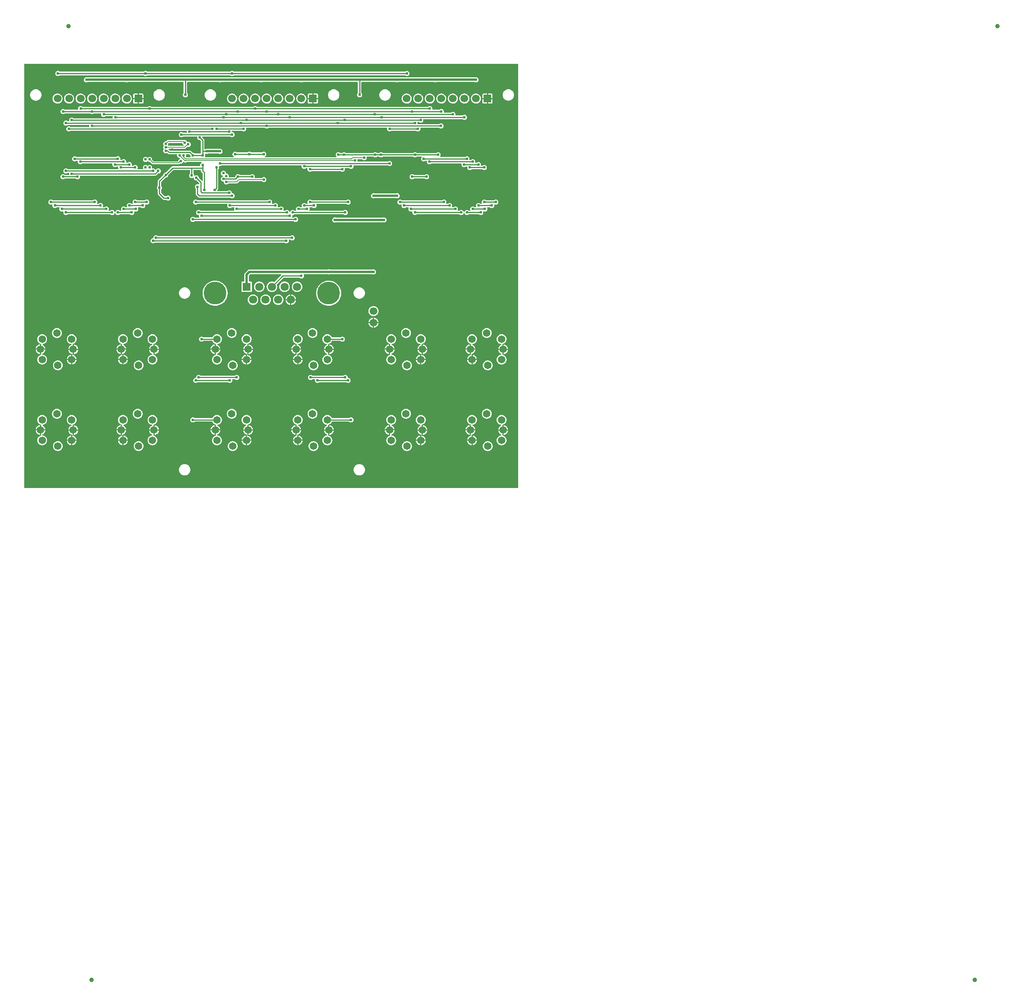
<source format=gbl>
G04 Layer: BottomLayer*
G04 EasyEDA v6.5.29, 2023-07-19 22:01:03*
G04 8eb2f2613b91424b8de75a29ec9d0e09,5a6b42c53f6a479593ecc07194224c93,10*
G04 Gerber Generator version 0.2*
G04 Scale: 100 percent, Rotated: No, Reflected: No *
G04 Dimensions in millimeters *
G04 leading zeros omitted , absolute positions ,4 integer and 5 decimal *
%FSLAX45Y45*%
%MOMM*%

%AMMACRO1*21,1,$1,$2,0,0,$3*%
%ADD10C,0.2540*%
%ADD11C,0.5000*%
%ADD12C,0.1270*%
%ADD13C,1.0000*%
%ADD14MACRO1,1.7X1.7X0.0000*%
%ADD15C,1.7000*%
%ADD16C,1.6500*%
%ADD17C,1.8000*%
%ADD18C,5.0000*%
%ADD19R,1.8000X1.8000*%
%ADD20C,0.6096*%
%ADD21C,0.0140*%

%LPD*%
G36*
X7148068Y279908D02*
G01*
X7144156Y280670D01*
X7140905Y282905D01*
X7138670Y286156D01*
X7137908Y290068D01*
X7137908Y9615932D01*
X7138670Y9619843D01*
X7140905Y9623094D01*
X7144156Y9625330D01*
X7148068Y9626092D01*
X17997932Y9626092D01*
X18001843Y9625330D01*
X18005094Y9623094D01*
X18007330Y9619843D01*
X18008092Y9615932D01*
X18008092Y290068D01*
X18007330Y286156D01*
X18005094Y282905D01*
X18001843Y280670D01*
X17997932Y279908D01*
G37*

%LPC*%
G36*
X12301321Y4598314D02*
G01*
X12315901Y4598314D01*
X12330328Y4600143D01*
X12344450Y4603750D01*
X12357963Y4609134D01*
X12370714Y4616145D01*
X12382500Y4624679D01*
X12393117Y4634636D01*
X12402362Y4645863D01*
X12410186Y4658156D01*
X12416383Y4671314D01*
X12420854Y4685131D01*
X12423597Y4699457D01*
X12424511Y4713986D01*
X12423597Y4728514D01*
X12420854Y4742789D01*
X12416383Y4756658D01*
X12410186Y4769815D01*
X12402362Y4782108D01*
X12393117Y4793284D01*
X12382500Y4803241D01*
X12370714Y4811826D01*
X12357963Y4818837D01*
X12344450Y4824171D01*
X12330328Y4827828D01*
X12315901Y4829657D01*
X12301321Y4829657D01*
X12286894Y4827828D01*
X12272822Y4824171D01*
X12259259Y4818837D01*
X12246508Y4811826D01*
X12234773Y4803241D01*
X12224156Y4793284D01*
X12214860Y4782108D01*
X12207087Y4769815D01*
X12200890Y4756658D01*
X12196368Y4742789D01*
X12193625Y4728514D01*
X12192711Y4713986D01*
X12193625Y4699457D01*
X12196368Y4685131D01*
X12200890Y4671314D01*
X12207087Y4658156D01*
X12214860Y4645863D01*
X12224156Y4634636D01*
X12234773Y4624679D01*
X12246508Y4616145D01*
X12259259Y4609134D01*
X12272822Y4603750D01*
X12286894Y4600143D01*
G37*
G36*
X10665561Y559917D02*
G01*
X10680750Y560832D01*
X10695686Y563575D01*
X10710214Y568096D01*
X10724083Y574344D01*
X10737088Y582218D01*
X10749026Y591566D01*
X10759795Y602335D01*
X10769142Y614273D01*
X10777016Y627278D01*
X10783265Y641146D01*
X10787786Y655675D01*
X10790529Y670610D01*
X10791444Y685800D01*
X10790529Y700989D01*
X10787786Y715924D01*
X10783265Y730453D01*
X10777016Y744321D01*
X10769142Y757326D01*
X10759795Y769264D01*
X10749026Y780034D01*
X10737088Y789381D01*
X10724083Y797255D01*
X10710214Y803503D01*
X10695686Y808024D01*
X10680750Y810768D01*
X10665561Y811682D01*
X10650372Y810768D01*
X10635437Y808024D01*
X10620908Y803503D01*
X10607040Y797255D01*
X10594035Y789381D01*
X10582097Y780034D01*
X10571327Y769264D01*
X10561980Y757326D01*
X10554106Y744321D01*
X10547858Y730453D01*
X10543336Y715924D01*
X10540593Y700989D01*
X10539679Y685800D01*
X10540593Y670610D01*
X10543336Y655675D01*
X10547858Y641146D01*
X10554106Y627278D01*
X10561980Y614273D01*
X10571327Y602335D01*
X10582097Y591566D01*
X10594035Y582218D01*
X10607040Y574344D01*
X10620908Y568096D01*
X10635437Y563575D01*
X10650372Y560832D01*
G37*
G36*
X17335500Y1098092D02*
G01*
X17349622Y1099058D01*
X17363541Y1101801D01*
X17376952Y1106373D01*
X17389703Y1112621D01*
X17401489Y1120495D01*
X17412157Y1129842D01*
X17421504Y1140510D01*
X17429378Y1152296D01*
X17435626Y1165047D01*
X17440198Y1178458D01*
X17442942Y1192377D01*
X17443907Y1206500D01*
X17442942Y1220622D01*
X17440198Y1234541D01*
X17435626Y1247952D01*
X17429378Y1260703D01*
X17421504Y1272489D01*
X17412157Y1283157D01*
X17401489Y1292504D01*
X17389703Y1300378D01*
X17376952Y1306626D01*
X17363541Y1311198D01*
X17349622Y1313942D01*
X17335500Y1314907D01*
X17321377Y1313942D01*
X17307458Y1311198D01*
X17294047Y1306626D01*
X17281296Y1300378D01*
X17269510Y1292504D01*
X17258842Y1283157D01*
X17249495Y1272489D01*
X17241621Y1260703D01*
X17235373Y1247952D01*
X17230801Y1234541D01*
X17228058Y1220622D01*
X17227092Y1206500D01*
X17228058Y1192377D01*
X17230801Y1178458D01*
X17235373Y1165047D01*
X17241621Y1152296D01*
X17249495Y1140510D01*
X17258842Y1129842D01*
X17269510Y1120495D01*
X17281296Y1112621D01*
X17294047Y1106373D01*
X17307458Y1101801D01*
X17321377Y1099058D01*
G37*
G36*
X13500100Y1098092D02*
G01*
X13514222Y1099058D01*
X13528141Y1101801D01*
X13541552Y1106373D01*
X13554303Y1112621D01*
X13566089Y1120495D01*
X13576757Y1129842D01*
X13586104Y1140510D01*
X13593978Y1152296D01*
X13600226Y1165047D01*
X13604798Y1178458D01*
X13607542Y1192377D01*
X13608507Y1206500D01*
X13607542Y1220622D01*
X13604798Y1234541D01*
X13600226Y1247952D01*
X13593978Y1260703D01*
X13586104Y1272489D01*
X13576757Y1283157D01*
X13566089Y1292504D01*
X13554303Y1300378D01*
X13541552Y1306626D01*
X13528141Y1311198D01*
X13514222Y1313942D01*
X13500100Y1314907D01*
X13485977Y1313942D01*
X13472058Y1311198D01*
X13458647Y1306626D01*
X13445896Y1300378D01*
X13434110Y1292504D01*
X13423442Y1283157D01*
X13414095Y1272489D01*
X13406221Y1260703D01*
X13399973Y1247952D01*
X13395401Y1234541D01*
X13392657Y1220622D01*
X13391692Y1206500D01*
X13392657Y1192377D01*
X13395401Y1178458D01*
X13399973Y1165047D01*
X13406221Y1152296D01*
X13414095Y1140510D01*
X13423442Y1129842D01*
X13434110Y1120495D01*
X13445896Y1112621D01*
X13458647Y1106373D01*
X13472058Y1101801D01*
X13485977Y1099058D01*
G37*
G36*
X11722100Y1098092D02*
G01*
X11736222Y1099058D01*
X11750141Y1101801D01*
X11763552Y1106373D01*
X11776303Y1112621D01*
X11788089Y1120495D01*
X11798757Y1129842D01*
X11808104Y1140510D01*
X11815978Y1152296D01*
X11822226Y1165047D01*
X11826798Y1178458D01*
X11829542Y1192377D01*
X11830507Y1206500D01*
X11829542Y1220622D01*
X11826798Y1234541D01*
X11822226Y1247952D01*
X11815978Y1260703D01*
X11808104Y1272489D01*
X11798757Y1283157D01*
X11788089Y1292504D01*
X11776303Y1300378D01*
X11763552Y1306626D01*
X11750141Y1311198D01*
X11736222Y1313942D01*
X11722100Y1314907D01*
X11707977Y1313942D01*
X11694058Y1311198D01*
X11680647Y1306626D01*
X11667896Y1300378D01*
X11656110Y1292504D01*
X11645442Y1283157D01*
X11636095Y1272489D01*
X11628221Y1260703D01*
X11621973Y1247952D01*
X11617401Y1234541D01*
X11614658Y1220622D01*
X11613692Y1206500D01*
X11614658Y1192377D01*
X11617401Y1178458D01*
X11621973Y1165047D01*
X11628221Y1152296D01*
X11636095Y1140510D01*
X11645442Y1129842D01*
X11656110Y1120495D01*
X11667896Y1112621D01*
X11680647Y1106373D01*
X11694058Y1101801D01*
X11707977Y1099058D01*
G37*
G36*
X9652000Y1098092D02*
G01*
X9666122Y1099058D01*
X9680041Y1101801D01*
X9693452Y1106373D01*
X9706203Y1112621D01*
X9717989Y1120495D01*
X9728657Y1129842D01*
X9738004Y1140510D01*
X9745878Y1152296D01*
X9752126Y1165047D01*
X9756698Y1178458D01*
X9759442Y1192377D01*
X9760407Y1206500D01*
X9759442Y1220622D01*
X9756698Y1234541D01*
X9752126Y1247952D01*
X9745878Y1260703D01*
X9738004Y1272489D01*
X9728657Y1283157D01*
X9717989Y1292504D01*
X9706203Y1300378D01*
X9693452Y1306626D01*
X9680041Y1311198D01*
X9666122Y1313942D01*
X9652000Y1314907D01*
X9637877Y1313942D01*
X9623958Y1311198D01*
X9610547Y1306626D01*
X9597796Y1300378D01*
X9586010Y1292504D01*
X9575342Y1283157D01*
X9565995Y1272489D01*
X9558121Y1260703D01*
X9551873Y1247952D01*
X9547301Y1234541D01*
X9544558Y1220622D01*
X9543592Y1206500D01*
X9544558Y1192377D01*
X9547301Y1178458D01*
X9551873Y1165047D01*
X9558121Y1152296D01*
X9565995Y1140510D01*
X9575342Y1129842D01*
X9586010Y1120495D01*
X9597796Y1112621D01*
X9610547Y1106373D01*
X9623958Y1101801D01*
X9637877Y1099058D01*
G37*
G36*
X15557500Y1098092D02*
G01*
X15571622Y1099058D01*
X15585541Y1101801D01*
X15598952Y1106373D01*
X15611703Y1112621D01*
X15623489Y1120495D01*
X15634157Y1129842D01*
X15643504Y1140510D01*
X15651378Y1152296D01*
X15657626Y1165047D01*
X15662198Y1178458D01*
X15664942Y1192377D01*
X15665907Y1206500D01*
X15664942Y1220622D01*
X15662198Y1234541D01*
X15657626Y1247952D01*
X15651378Y1260703D01*
X15643504Y1272489D01*
X15634157Y1283157D01*
X15623489Y1292504D01*
X15611703Y1300378D01*
X15598952Y1306626D01*
X15585541Y1311198D01*
X15571622Y1313942D01*
X15557500Y1314907D01*
X15543377Y1313942D01*
X15529458Y1311198D01*
X15516047Y1306626D01*
X15503296Y1300378D01*
X15491510Y1292504D01*
X15480842Y1283157D01*
X15471495Y1272489D01*
X15463621Y1260703D01*
X15457373Y1247952D01*
X15452801Y1234541D01*
X15450057Y1220622D01*
X15449092Y1206500D01*
X15450057Y1192377D01*
X15452801Y1178458D01*
X15457373Y1165047D01*
X15463621Y1152296D01*
X15471495Y1140510D01*
X15480842Y1129842D01*
X15491510Y1120495D01*
X15503296Y1112621D01*
X15516047Y1106373D01*
X15529458Y1101801D01*
X15543377Y1099058D01*
G37*
G36*
X7874000Y1098092D02*
G01*
X7888122Y1099058D01*
X7902041Y1101801D01*
X7915452Y1106373D01*
X7928203Y1112621D01*
X7939989Y1120495D01*
X7950657Y1129842D01*
X7960004Y1140510D01*
X7967878Y1152296D01*
X7974126Y1165047D01*
X7978698Y1178458D01*
X7981442Y1192377D01*
X7982407Y1206500D01*
X7981442Y1220622D01*
X7978698Y1234541D01*
X7974126Y1247952D01*
X7967878Y1260703D01*
X7960004Y1272489D01*
X7950657Y1283157D01*
X7939989Y1292504D01*
X7928203Y1300378D01*
X7915452Y1306626D01*
X7902041Y1311198D01*
X7888122Y1313942D01*
X7874000Y1314907D01*
X7859877Y1313942D01*
X7845958Y1311198D01*
X7832547Y1306626D01*
X7819796Y1300378D01*
X7808010Y1292504D01*
X7797342Y1283157D01*
X7787995Y1272489D01*
X7780121Y1260703D01*
X7773873Y1247952D01*
X7769301Y1234541D01*
X7766558Y1220622D01*
X7765592Y1206500D01*
X7766558Y1192377D01*
X7769301Y1178458D01*
X7773873Y1165047D01*
X7780121Y1152296D01*
X7787995Y1140510D01*
X7797342Y1129842D01*
X7808010Y1120495D01*
X7819796Y1112621D01*
X7832547Y1106373D01*
X7845958Y1101801D01*
X7859877Y1099058D01*
G37*
G36*
X9956800Y1225092D02*
G01*
X9970922Y1226058D01*
X9984841Y1228801D01*
X9998252Y1233373D01*
X10011003Y1239621D01*
X10022789Y1247495D01*
X10033457Y1256842D01*
X10042804Y1267510D01*
X10050678Y1279296D01*
X10056926Y1292047D01*
X10061498Y1305458D01*
X10064242Y1319377D01*
X10065207Y1333500D01*
X10064242Y1347622D01*
X10061498Y1361541D01*
X10056926Y1374952D01*
X10050678Y1387703D01*
X10042804Y1399489D01*
X10033457Y1410157D01*
X10022789Y1419504D01*
X10011003Y1427378D01*
X10001961Y1431798D01*
X9998506Y1434592D01*
X9997694Y1436217D01*
X9994900Y1435557D01*
X9991140Y1436065D01*
X9986060Y1437792D01*
X9982454Y1439926D01*
X9980015Y1443329D01*
X9979152Y1447393D01*
X9979152Y1545844D01*
X9884308Y1545844D01*
X9884410Y1544421D01*
X9887153Y1530502D01*
X9891725Y1517091D01*
X9897973Y1504340D01*
X9905847Y1492554D01*
X9915194Y1481886D01*
X9925862Y1472539D01*
X9937648Y1464665D01*
X9946690Y1460246D01*
X9950145Y1457452D01*
X9952075Y1453540D01*
X9952177Y1449120D01*
X9950399Y1445107D01*
X9947097Y1442212D01*
X9942677Y1440942D01*
X9928758Y1438198D01*
X9915347Y1433626D01*
X9902596Y1427378D01*
X9890810Y1419504D01*
X9880142Y1410157D01*
X9870795Y1399489D01*
X9862921Y1387703D01*
X9856673Y1374952D01*
X9852101Y1361541D01*
X9849358Y1347622D01*
X9848392Y1333500D01*
X9849358Y1319377D01*
X9852101Y1305458D01*
X9856673Y1292047D01*
X9862921Y1279296D01*
X9870795Y1267510D01*
X9880142Y1256842D01*
X9890810Y1247495D01*
X9902596Y1239621D01*
X9915347Y1233373D01*
X9928758Y1228801D01*
X9942677Y1226058D01*
G37*
G36*
X17640300Y1225092D02*
G01*
X17654422Y1226058D01*
X17668341Y1228801D01*
X17681752Y1233373D01*
X17694503Y1239621D01*
X17706289Y1247495D01*
X17716957Y1256842D01*
X17726304Y1267510D01*
X17734178Y1279296D01*
X17740426Y1292047D01*
X17744998Y1305458D01*
X17747742Y1319377D01*
X17748707Y1333500D01*
X17747742Y1347622D01*
X17744998Y1361541D01*
X17740426Y1374952D01*
X17734178Y1387703D01*
X17726304Y1399489D01*
X17716957Y1410157D01*
X17706289Y1419504D01*
X17694503Y1427378D01*
X17685461Y1431798D01*
X17682006Y1434592D01*
X17681194Y1436217D01*
X17678400Y1435557D01*
X17674640Y1436065D01*
X17669560Y1437792D01*
X17665954Y1439926D01*
X17663515Y1443329D01*
X17662652Y1447393D01*
X17662652Y1545844D01*
X17567808Y1545844D01*
X17567910Y1544421D01*
X17570653Y1530502D01*
X17575225Y1517091D01*
X17581473Y1504340D01*
X17589347Y1492554D01*
X17598694Y1481886D01*
X17609362Y1472539D01*
X17621148Y1464665D01*
X17630190Y1460246D01*
X17633645Y1457452D01*
X17635575Y1453540D01*
X17635677Y1449120D01*
X17633899Y1445107D01*
X17630597Y1442212D01*
X17626177Y1440942D01*
X17612258Y1438198D01*
X17598847Y1433626D01*
X17586096Y1427378D01*
X17574310Y1419504D01*
X17563642Y1410157D01*
X17554295Y1399489D01*
X17546421Y1387703D01*
X17540173Y1374952D01*
X17535601Y1361541D01*
X17532858Y1347622D01*
X17531892Y1333500D01*
X17532858Y1319377D01*
X17535601Y1305458D01*
X17540173Y1292047D01*
X17546421Y1279296D01*
X17554295Y1267510D01*
X17563642Y1256842D01*
X17574310Y1247495D01*
X17586096Y1239621D01*
X17598847Y1233373D01*
X17612258Y1228801D01*
X17626177Y1226058D01*
G37*
G36*
X13804900Y1225092D02*
G01*
X13819022Y1226058D01*
X13832941Y1228801D01*
X13846352Y1233373D01*
X13859103Y1239621D01*
X13870889Y1247495D01*
X13881557Y1256842D01*
X13890904Y1267510D01*
X13898778Y1279296D01*
X13905026Y1292047D01*
X13909598Y1305458D01*
X13912342Y1319377D01*
X13913307Y1333500D01*
X13912342Y1347622D01*
X13909598Y1361541D01*
X13905026Y1374952D01*
X13898778Y1387703D01*
X13890904Y1399489D01*
X13881557Y1410157D01*
X13870889Y1419504D01*
X13859103Y1427378D01*
X13850061Y1431798D01*
X13846606Y1434592D01*
X13845794Y1436217D01*
X13843000Y1435557D01*
X13839240Y1436065D01*
X13834160Y1437792D01*
X13830554Y1439926D01*
X13828115Y1443329D01*
X13827251Y1447393D01*
X13827251Y1545844D01*
X13732408Y1545844D01*
X13732510Y1544421D01*
X13735253Y1530502D01*
X13739825Y1517091D01*
X13746073Y1504340D01*
X13753947Y1492554D01*
X13763294Y1481886D01*
X13773962Y1472539D01*
X13785748Y1464665D01*
X13794790Y1460246D01*
X13798245Y1457452D01*
X13800175Y1453540D01*
X13800277Y1449120D01*
X13798499Y1445107D01*
X13795197Y1442212D01*
X13790777Y1440942D01*
X13776858Y1438198D01*
X13763447Y1433626D01*
X13750696Y1427378D01*
X13738910Y1419504D01*
X13728242Y1410157D01*
X13718895Y1399489D01*
X13711021Y1387703D01*
X13704773Y1374952D01*
X13700201Y1361541D01*
X13697457Y1347622D01*
X13696492Y1333500D01*
X13697457Y1319377D01*
X13700201Y1305458D01*
X13704773Y1292047D01*
X13711021Y1279296D01*
X13718895Y1267510D01*
X13728242Y1256842D01*
X13738910Y1247495D01*
X13750696Y1239621D01*
X13763447Y1233373D01*
X13776858Y1228801D01*
X13790777Y1226058D01*
G37*
G36*
X7528814Y1225092D02*
G01*
X7542936Y1226058D01*
X7556855Y1228801D01*
X7570266Y1233373D01*
X7583017Y1239621D01*
X7594803Y1247495D01*
X7605471Y1256842D01*
X7614818Y1267510D01*
X7622692Y1279296D01*
X7628940Y1292047D01*
X7633512Y1305458D01*
X7636256Y1319377D01*
X7637221Y1333500D01*
X7636256Y1347622D01*
X7633512Y1361541D01*
X7628940Y1374952D01*
X7622692Y1387703D01*
X7614818Y1399489D01*
X7605471Y1410157D01*
X7594803Y1419504D01*
X7583017Y1427378D01*
X7570266Y1433626D01*
X7556855Y1438198D01*
X7542936Y1440942D01*
X7534960Y1441500D01*
X7531100Y1442516D01*
X7527950Y1444904D01*
X7525969Y1448358D01*
X7525461Y1452270D01*
X7526477Y1456131D01*
X7528915Y1459280D01*
X7532370Y1461262D01*
X7534452Y1461973D01*
X7547203Y1468221D01*
X7558989Y1476095D01*
X7569657Y1485442D01*
X7579004Y1496110D01*
X7586878Y1507896D01*
X7593126Y1520647D01*
X7597698Y1534058D01*
X7600442Y1547977D01*
X7600543Y1549400D01*
X7505700Y1549400D01*
X7505700Y1447139D01*
X7504836Y1443075D01*
X7502398Y1439672D01*
X7498791Y1437538D01*
X7493711Y1435811D01*
X7491425Y1435506D01*
X7474610Y1427378D01*
X7462824Y1419504D01*
X7452156Y1410157D01*
X7442809Y1399489D01*
X7434935Y1387703D01*
X7428687Y1374952D01*
X7424115Y1361541D01*
X7421372Y1347622D01*
X7420406Y1333500D01*
X7421372Y1319377D01*
X7424115Y1305458D01*
X7428687Y1292047D01*
X7434935Y1279296D01*
X7442809Y1267510D01*
X7452156Y1256842D01*
X7462824Y1247495D01*
X7474610Y1239621D01*
X7487361Y1233373D01*
X7500772Y1228801D01*
X7514691Y1226058D01*
G37*
G36*
X15212313Y1225092D02*
G01*
X15226436Y1226058D01*
X15240355Y1228801D01*
X15253766Y1233373D01*
X15266517Y1239621D01*
X15278303Y1247495D01*
X15288971Y1256842D01*
X15298318Y1267510D01*
X15306192Y1279296D01*
X15312440Y1292047D01*
X15317012Y1305458D01*
X15319756Y1319377D01*
X15320721Y1333500D01*
X15319756Y1347622D01*
X15317012Y1361541D01*
X15312440Y1374952D01*
X15306192Y1387703D01*
X15298318Y1399489D01*
X15288971Y1410157D01*
X15278303Y1419504D01*
X15266517Y1427378D01*
X15253766Y1433626D01*
X15240355Y1438198D01*
X15226436Y1440942D01*
X15218460Y1441500D01*
X15214600Y1442516D01*
X15211450Y1444904D01*
X15209469Y1448358D01*
X15208961Y1452270D01*
X15209977Y1456131D01*
X15212415Y1459280D01*
X15215869Y1461262D01*
X15217952Y1461973D01*
X15230703Y1468221D01*
X15242489Y1476095D01*
X15253157Y1485442D01*
X15262504Y1496110D01*
X15270378Y1507896D01*
X15276626Y1520647D01*
X15281198Y1534058D01*
X15283942Y1547977D01*
X15284043Y1549400D01*
X15189200Y1549400D01*
X15189200Y1447139D01*
X15188336Y1443075D01*
X15185898Y1439672D01*
X15182291Y1437538D01*
X15177211Y1435811D01*
X15174925Y1435506D01*
X15158110Y1427378D01*
X15146324Y1419504D01*
X15135656Y1410157D01*
X15126309Y1399489D01*
X15118435Y1387703D01*
X15112187Y1374952D01*
X15107615Y1361541D01*
X15104872Y1347622D01*
X15103906Y1333500D01*
X15104872Y1319377D01*
X15107615Y1305458D01*
X15112187Y1292047D01*
X15118435Y1279296D01*
X15126309Y1267510D01*
X15135656Y1256842D01*
X15146324Y1247495D01*
X15158110Y1239621D01*
X15170861Y1233373D01*
X15184272Y1228801D01*
X15198191Y1226058D01*
G37*
G36*
X11376914Y1225092D02*
G01*
X11391036Y1226058D01*
X11404955Y1228801D01*
X11418366Y1233373D01*
X11431117Y1239621D01*
X11442903Y1247495D01*
X11453571Y1256842D01*
X11462918Y1267510D01*
X11470792Y1279296D01*
X11477040Y1292047D01*
X11481612Y1305458D01*
X11484356Y1319377D01*
X11485321Y1333500D01*
X11484356Y1347622D01*
X11481612Y1361541D01*
X11477040Y1374952D01*
X11470792Y1387703D01*
X11462918Y1399489D01*
X11453571Y1410157D01*
X11442903Y1419504D01*
X11431117Y1427378D01*
X11418366Y1433626D01*
X11404955Y1438198D01*
X11391036Y1440942D01*
X11383060Y1441500D01*
X11379200Y1442516D01*
X11376050Y1444904D01*
X11374069Y1448358D01*
X11373561Y1452270D01*
X11374577Y1456131D01*
X11377015Y1459280D01*
X11380470Y1461262D01*
X11382552Y1461973D01*
X11395303Y1468221D01*
X11407089Y1476095D01*
X11417757Y1485442D01*
X11427104Y1496110D01*
X11434978Y1507896D01*
X11441226Y1520647D01*
X11445798Y1534058D01*
X11448542Y1547977D01*
X11448643Y1549400D01*
X11353800Y1549400D01*
X11353800Y1447139D01*
X11352936Y1443075D01*
X11350498Y1439672D01*
X11346891Y1437538D01*
X11341811Y1435811D01*
X11339525Y1435506D01*
X11322710Y1427378D01*
X11310924Y1419504D01*
X11300256Y1410157D01*
X11290909Y1399489D01*
X11283035Y1387703D01*
X11276787Y1374952D01*
X11272215Y1361541D01*
X11269472Y1347622D01*
X11268506Y1333500D01*
X11269472Y1319377D01*
X11272215Y1305458D01*
X11276787Y1292047D01*
X11283035Y1279296D01*
X11290909Y1267510D01*
X11300256Y1256842D01*
X11310924Y1247495D01*
X11322710Y1239621D01*
X11335461Y1233373D01*
X11348872Y1228801D01*
X11362791Y1226058D01*
G37*
G36*
X12014200Y1225956D02*
G01*
X12014200Y1320800D01*
X11919356Y1320800D01*
X11919458Y1319377D01*
X11922201Y1305458D01*
X11926773Y1292047D01*
X11933021Y1279296D01*
X11940895Y1267510D01*
X11950242Y1256842D01*
X11960910Y1247495D01*
X11972696Y1239621D01*
X11985447Y1233373D01*
X11998858Y1228801D01*
X12012777Y1226058D01*
G37*
G36*
X9294114Y1225956D02*
G01*
X9294114Y1320800D01*
X9199270Y1320800D01*
X9199372Y1319377D01*
X9202115Y1305458D01*
X9206687Y1292047D01*
X9212935Y1279296D01*
X9220809Y1267510D01*
X9230156Y1256842D01*
X9240824Y1247495D01*
X9252610Y1239621D01*
X9265361Y1233373D01*
X9278772Y1228801D01*
X9292691Y1226058D01*
G37*
G36*
X16977614Y1225956D02*
G01*
X16977614Y1320800D01*
X16882770Y1320800D01*
X16882872Y1319377D01*
X16885615Y1305458D01*
X16890187Y1292047D01*
X16896435Y1279296D01*
X16904309Y1267510D01*
X16913656Y1256842D01*
X16924324Y1247495D01*
X16936110Y1239621D01*
X16948861Y1233373D01*
X16962272Y1228801D01*
X16976191Y1226058D01*
G37*
G36*
X12039600Y1225956D02*
G01*
X12041022Y1226058D01*
X12054941Y1228801D01*
X12068352Y1233373D01*
X12081103Y1239621D01*
X12092889Y1247495D01*
X12103557Y1256842D01*
X12112904Y1267510D01*
X12120778Y1279296D01*
X12127026Y1292047D01*
X12131598Y1305458D01*
X12134342Y1319377D01*
X12134443Y1320800D01*
X12039600Y1320800D01*
G37*
G36*
X13167613Y1225956D02*
G01*
X13169036Y1226058D01*
X13182955Y1228801D01*
X13196366Y1233373D01*
X13209117Y1239621D01*
X13220903Y1247495D01*
X13231571Y1256842D01*
X13240918Y1267510D01*
X13248792Y1279296D01*
X13255040Y1292047D01*
X13259612Y1305458D01*
X13262356Y1319377D01*
X13262457Y1320800D01*
X13167613Y1320800D01*
G37*
G36*
X15849600Y1225956D02*
G01*
X15849600Y1320800D01*
X15754756Y1320800D01*
X15754857Y1319377D01*
X15757601Y1305458D01*
X15762173Y1292047D01*
X15768421Y1279296D01*
X15776295Y1267510D01*
X15785642Y1256842D01*
X15796310Y1247495D01*
X15808096Y1239621D01*
X15820847Y1233373D01*
X15834258Y1228801D01*
X15848177Y1226058D01*
G37*
G36*
X13142213Y1225956D02*
G01*
X13142213Y1320800D01*
X13047370Y1320800D01*
X13047471Y1319377D01*
X13050215Y1305458D01*
X13054787Y1292047D01*
X13061035Y1279296D01*
X13068909Y1267510D01*
X13078256Y1256842D01*
X13088924Y1247495D01*
X13100710Y1239621D01*
X13113461Y1233373D01*
X13126872Y1228801D01*
X13140791Y1226058D01*
G37*
G36*
X17003014Y1225956D02*
G01*
X17004436Y1226058D01*
X17018355Y1228801D01*
X17031766Y1233373D01*
X17044517Y1239621D01*
X17056303Y1247495D01*
X17066971Y1256842D01*
X17076318Y1267510D01*
X17084192Y1279296D01*
X17090440Y1292047D01*
X17095012Y1305458D01*
X17097756Y1319377D01*
X17097857Y1320800D01*
X17003014Y1320800D01*
G37*
G36*
X8166100Y1225956D02*
G01*
X8166100Y1320800D01*
X8071256Y1320800D01*
X8071358Y1319377D01*
X8074101Y1305458D01*
X8078673Y1292047D01*
X8084921Y1279296D01*
X8092795Y1267510D01*
X8102142Y1256842D01*
X8112810Y1247495D01*
X8124596Y1239621D01*
X8137347Y1233373D01*
X8150758Y1228801D01*
X8164677Y1226058D01*
G37*
G36*
X8191500Y1225956D02*
G01*
X8192922Y1226058D01*
X8206841Y1228801D01*
X8220252Y1233373D01*
X8233003Y1239621D01*
X8244789Y1247495D01*
X8255457Y1256842D01*
X8264804Y1267510D01*
X8272678Y1279296D01*
X8278926Y1292047D01*
X8283498Y1305458D01*
X8286242Y1319377D01*
X8286343Y1320800D01*
X8191500Y1320800D01*
G37*
G36*
X15875000Y1225956D02*
G01*
X15876422Y1226058D01*
X15890341Y1228801D01*
X15903752Y1233373D01*
X15916503Y1239621D01*
X15928289Y1247495D01*
X15938957Y1256842D01*
X15948304Y1267510D01*
X15956178Y1279296D01*
X15962426Y1292047D01*
X15966998Y1305458D01*
X15969742Y1319377D01*
X15969843Y1320800D01*
X15875000Y1320800D01*
G37*
G36*
X9319514Y1225956D02*
G01*
X9320936Y1226058D01*
X9334855Y1228801D01*
X9348266Y1233373D01*
X9361017Y1239621D01*
X9372803Y1247495D01*
X9383471Y1256842D01*
X9392818Y1267510D01*
X9400692Y1279296D01*
X9406940Y1292047D01*
X9411512Y1305458D01*
X9414256Y1319377D01*
X9414357Y1320800D01*
X9319514Y1320800D01*
G37*
G36*
X9319514Y1346200D02*
G01*
X9414357Y1346200D01*
X9414256Y1347622D01*
X9411512Y1361541D01*
X9406940Y1374952D01*
X9400692Y1387703D01*
X9392818Y1399489D01*
X9383471Y1410157D01*
X9372803Y1419504D01*
X9361017Y1427378D01*
X9348266Y1433626D01*
X9334855Y1438198D01*
X9320936Y1440942D01*
X9319514Y1441043D01*
G37*
G36*
X13167613Y1346200D02*
G01*
X13262457Y1346200D01*
X13262356Y1347622D01*
X13259612Y1361541D01*
X13255040Y1374952D01*
X13248792Y1387703D01*
X13240918Y1399489D01*
X13231571Y1410157D01*
X13220903Y1419504D01*
X13209117Y1427378D01*
X13196366Y1433626D01*
X13182955Y1438198D01*
X13169036Y1440942D01*
X13167613Y1441043D01*
G37*
G36*
X17003014Y1346200D02*
G01*
X17097857Y1346200D01*
X17097756Y1347622D01*
X17095012Y1361541D01*
X17090440Y1374952D01*
X17084192Y1387703D01*
X17076318Y1399489D01*
X17066971Y1410157D01*
X17056303Y1419504D01*
X17044517Y1427378D01*
X17031766Y1433626D01*
X17018355Y1438198D01*
X17004436Y1440942D01*
X17003014Y1441043D01*
G37*
G36*
X11919356Y1346200D02*
G01*
X12014200Y1346200D01*
X12014200Y1441348D01*
X11998858Y1438198D01*
X11985447Y1433626D01*
X11972696Y1427378D01*
X11960910Y1419504D01*
X11950242Y1410157D01*
X11940895Y1399489D01*
X11933021Y1387703D01*
X11926773Y1374952D01*
X11922201Y1361541D01*
X11919458Y1347622D01*
G37*
G36*
X8071256Y1346200D02*
G01*
X8166100Y1346200D01*
X8166100Y1441348D01*
X8150758Y1438198D01*
X8137347Y1433626D01*
X8124596Y1427378D01*
X8112810Y1419504D01*
X8102142Y1410157D01*
X8092795Y1399489D01*
X8084921Y1387703D01*
X8078673Y1374952D01*
X8074101Y1361541D01*
X8071358Y1347622D01*
G37*
G36*
X15754756Y1346200D02*
G01*
X15849600Y1346200D01*
X15849600Y1441348D01*
X15834258Y1438198D01*
X15820847Y1433626D01*
X15808096Y1427378D01*
X15796310Y1419504D01*
X15785642Y1410157D01*
X15776295Y1399489D01*
X15768421Y1387703D01*
X15762173Y1374952D01*
X15757601Y1361541D01*
X15754857Y1347622D01*
G37*
G36*
X8191500Y1346200D02*
G01*
X8286343Y1346200D01*
X8286242Y1347622D01*
X8283498Y1361541D01*
X8278926Y1374952D01*
X8272678Y1387703D01*
X8264804Y1399489D01*
X8255457Y1410157D01*
X8244789Y1419504D01*
X8233003Y1427378D01*
X8223961Y1431798D01*
X8222996Y1432560D01*
X8220303Y1430731D01*
X8216392Y1429969D01*
X8211312Y1429969D01*
X8207400Y1430731D01*
X8204149Y1432966D01*
X8201914Y1436268D01*
X8201152Y1440129D01*
X8201152Y1545844D01*
X8106308Y1545844D01*
X8106409Y1544421D01*
X8109153Y1530502D01*
X8113725Y1517091D01*
X8119973Y1504340D01*
X8127847Y1492554D01*
X8137194Y1481886D01*
X8147862Y1472539D01*
X8159648Y1464665D01*
X8168690Y1460246D01*
X8169656Y1459484D01*
X8172348Y1461262D01*
X8176259Y1462074D01*
X8181340Y1462074D01*
X8185251Y1461262D01*
X8188502Y1459077D01*
X8190738Y1455775D01*
X8191500Y1451914D01*
G37*
G36*
X12039600Y1346200D02*
G01*
X12134443Y1346200D01*
X12134342Y1347622D01*
X12131598Y1361541D01*
X12127026Y1374952D01*
X12120778Y1387703D01*
X12112904Y1399489D01*
X12103557Y1410157D01*
X12092889Y1419504D01*
X12081103Y1427378D01*
X12072061Y1431798D01*
X12071096Y1432560D01*
X12068403Y1430731D01*
X12064492Y1429969D01*
X12059412Y1429969D01*
X12055500Y1430731D01*
X12052249Y1432966D01*
X12050014Y1436268D01*
X12049252Y1440129D01*
X12049252Y1545844D01*
X11954408Y1545844D01*
X11954510Y1544421D01*
X11957253Y1530502D01*
X11961825Y1517091D01*
X11968073Y1504340D01*
X11975947Y1492554D01*
X11985294Y1481886D01*
X11995962Y1472539D01*
X12007748Y1464665D01*
X12016790Y1460246D01*
X12017756Y1459484D01*
X12020448Y1461262D01*
X12024360Y1462074D01*
X12029440Y1462074D01*
X12033351Y1461262D01*
X12036602Y1459077D01*
X12038838Y1455775D01*
X12039600Y1451914D01*
G37*
G36*
X15875000Y1346200D02*
G01*
X15969843Y1346200D01*
X15969742Y1347622D01*
X15966998Y1361541D01*
X15962426Y1374952D01*
X15956178Y1387703D01*
X15948304Y1399489D01*
X15938957Y1410157D01*
X15928289Y1419504D01*
X15916503Y1427378D01*
X15907461Y1431798D01*
X15906496Y1432560D01*
X15903803Y1430731D01*
X15899892Y1429969D01*
X15894812Y1429969D01*
X15890900Y1430731D01*
X15887649Y1432966D01*
X15885413Y1436268D01*
X15884651Y1440129D01*
X15884651Y1545844D01*
X15789808Y1545844D01*
X15789910Y1544421D01*
X15792653Y1530502D01*
X15797225Y1517091D01*
X15803473Y1504340D01*
X15811347Y1492554D01*
X15820694Y1481886D01*
X15831362Y1472539D01*
X15843148Y1464665D01*
X15852190Y1460246D01*
X15853156Y1459484D01*
X15855848Y1461262D01*
X15859760Y1462074D01*
X15864840Y1462074D01*
X15868751Y1461262D01*
X15872002Y1459077D01*
X15874238Y1455775D01*
X15875000Y1451914D01*
G37*
G36*
X13047370Y1346200D02*
G01*
X13142213Y1346200D01*
X13142213Y1451914D01*
X13142976Y1455775D01*
X13145211Y1459077D01*
X13148462Y1461262D01*
X13152374Y1462074D01*
X13160552Y1461973D01*
X13173303Y1468221D01*
X13185089Y1476095D01*
X13195757Y1485442D01*
X13205104Y1496110D01*
X13212978Y1507896D01*
X13219226Y1520647D01*
X13223798Y1534058D01*
X13226542Y1547977D01*
X13226643Y1549400D01*
X13131800Y1549400D01*
X13131800Y1443685D01*
X13131038Y1439824D01*
X13128802Y1436522D01*
X13125551Y1434287D01*
X13121640Y1433525D01*
X13113461Y1433626D01*
X13100710Y1427378D01*
X13088924Y1419504D01*
X13078256Y1410157D01*
X13068909Y1399489D01*
X13061035Y1387703D01*
X13054787Y1374952D01*
X13050215Y1361541D01*
X13047471Y1347622D01*
G37*
G36*
X16882770Y1346200D02*
G01*
X16977614Y1346200D01*
X16977614Y1451914D01*
X16978376Y1455775D01*
X16980611Y1459077D01*
X16983862Y1461262D01*
X16987774Y1462074D01*
X16995952Y1461973D01*
X17008703Y1468221D01*
X17020489Y1476095D01*
X17031157Y1485442D01*
X17040504Y1496110D01*
X17048378Y1507896D01*
X17054626Y1520647D01*
X17059198Y1534058D01*
X17061942Y1547977D01*
X17062043Y1549400D01*
X16967200Y1549400D01*
X16967200Y1443685D01*
X16966438Y1439824D01*
X16964202Y1436522D01*
X16960951Y1434287D01*
X16957040Y1433525D01*
X16948861Y1433626D01*
X16936110Y1427378D01*
X16924324Y1419504D01*
X16913656Y1410157D01*
X16904309Y1399489D01*
X16896435Y1387703D01*
X16890187Y1374952D01*
X16885615Y1361541D01*
X16882872Y1347622D01*
G37*
G36*
X9199270Y1346200D02*
G01*
X9294114Y1346200D01*
X9294114Y1451914D01*
X9294876Y1455775D01*
X9297111Y1459077D01*
X9300362Y1461262D01*
X9304274Y1462074D01*
X9312452Y1461973D01*
X9325203Y1468221D01*
X9336989Y1476095D01*
X9347657Y1485442D01*
X9357004Y1496110D01*
X9364878Y1507896D01*
X9371126Y1520647D01*
X9375698Y1534058D01*
X9378442Y1547977D01*
X9378543Y1549400D01*
X9283700Y1549400D01*
X9283700Y1443685D01*
X9282938Y1439824D01*
X9280702Y1436522D01*
X9277451Y1434287D01*
X9273540Y1433525D01*
X9265361Y1433626D01*
X9252610Y1427378D01*
X9240824Y1419504D01*
X9230156Y1410157D01*
X9220809Y1399489D01*
X9212935Y1387703D01*
X9206687Y1374952D01*
X9202115Y1361541D01*
X9199372Y1347622D01*
G37*
G36*
X7874000Y9354362D02*
G01*
X7883804Y9355226D01*
X7893253Y9357766D01*
X7902194Y9361881D01*
X7910220Y9367520D01*
X7911795Y9369094D01*
X7915097Y9371330D01*
X7919008Y9372092D01*
X9759391Y9372092D01*
X9763302Y9371330D01*
X9766604Y9369094D01*
X9768179Y9367520D01*
X9776206Y9361881D01*
X9785146Y9357766D01*
X9794595Y9355226D01*
X9804400Y9354362D01*
X9814204Y9355226D01*
X9823653Y9357766D01*
X9832594Y9361881D01*
X9840620Y9367520D01*
X9842195Y9369094D01*
X9845497Y9371330D01*
X9849408Y9372092D01*
X11664391Y9372092D01*
X11668302Y9371330D01*
X11671604Y9369094D01*
X11673179Y9367520D01*
X11681206Y9361881D01*
X11690146Y9357766D01*
X11699595Y9355226D01*
X11709400Y9354362D01*
X11719204Y9355226D01*
X11728653Y9357766D01*
X11737594Y9361881D01*
X11745620Y9367520D01*
X11747195Y9369094D01*
X11750497Y9371330D01*
X11754408Y9372092D01*
X15512491Y9372092D01*
X15516402Y9371330D01*
X15519704Y9369094D01*
X15521279Y9367520D01*
X15529306Y9361881D01*
X15538246Y9357766D01*
X15547695Y9355226D01*
X15557500Y9354362D01*
X15567304Y9355226D01*
X15576753Y9357766D01*
X15585694Y9361881D01*
X15593720Y9367520D01*
X15600680Y9374479D01*
X15606318Y9382506D01*
X15610433Y9391446D01*
X15612973Y9400895D01*
X15613837Y9410700D01*
X15612973Y9420504D01*
X15610433Y9429953D01*
X15606318Y9438894D01*
X15600680Y9446920D01*
X15593720Y9453880D01*
X15585694Y9459518D01*
X15576753Y9463633D01*
X15567304Y9466173D01*
X15557500Y9467037D01*
X15547695Y9466173D01*
X15538246Y9463633D01*
X15529306Y9459518D01*
X15521279Y9453880D01*
X15519704Y9452305D01*
X15516402Y9450070D01*
X15512491Y9449308D01*
X11754408Y9449308D01*
X11750497Y9450070D01*
X11747195Y9452305D01*
X11745620Y9453880D01*
X11737594Y9459518D01*
X11728653Y9463633D01*
X11719204Y9466173D01*
X11709400Y9467037D01*
X11699595Y9466173D01*
X11690146Y9463633D01*
X11681206Y9459518D01*
X11673179Y9453880D01*
X11671604Y9452305D01*
X11668302Y9450070D01*
X11664391Y9449308D01*
X9849408Y9449308D01*
X9845497Y9450070D01*
X9842195Y9452305D01*
X9840620Y9453880D01*
X9832594Y9459518D01*
X9823653Y9463633D01*
X9814204Y9466173D01*
X9804400Y9467037D01*
X9794595Y9466173D01*
X9785146Y9463633D01*
X9776206Y9459518D01*
X9768179Y9453880D01*
X9766604Y9452305D01*
X9763302Y9450070D01*
X9759391Y9449308D01*
X7919008Y9449308D01*
X7915097Y9450070D01*
X7911795Y9452305D01*
X7910220Y9453880D01*
X7902194Y9459518D01*
X7893253Y9463633D01*
X7883804Y9466173D01*
X7874000Y9467037D01*
X7864195Y9466173D01*
X7854746Y9463633D01*
X7845806Y9459518D01*
X7837779Y9453880D01*
X7830820Y9446920D01*
X7825181Y9438894D01*
X7821066Y9429953D01*
X7818526Y9420504D01*
X7817662Y9410700D01*
X7818526Y9400895D01*
X7821066Y9391446D01*
X7825181Y9382506D01*
X7830820Y9374479D01*
X7837779Y9367520D01*
X7845806Y9361881D01*
X7854746Y9357766D01*
X7864195Y9355226D01*
G37*
G36*
X10680700Y8884462D02*
G01*
X10690504Y8885326D01*
X10699953Y8887866D01*
X10708894Y8891981D01*
X10716920Y8897620D01*
X10723880Y8904579D01*
X10729518Y8912606D01*
X10733633Y8921546D01*
X10736173Y8930995D01*
X10737037Y8940800D01*
X10736173Y8950604D01*
X10733633Y8960053D01*
X10729518Y8968994D01*
X10723880Y8977020D01*
X10722305Y8978595D01*
X10720070Y8981897D01*
X10719308Y8985808D01*
X10719308Y9209938D01*
X10720070Y9213799D01*
X10722305Y9217101D01*
X10725556Y9219336D01*
X10729468Y9220098D01*
X11416792Y9220098D01*
X11421110Y9219133D01*
X11423446Y9218066D01*
X11432895Y9215526D01*
X11442700Y9214662D01*
X11452504Y9215526D01*
X11461953Y9218066D01*
X11464290Y9219133D01*
X11468608Y9220098D01*
X12324994Y9220098D01*
X12329312Y9219133D01*
X12331649Y9218066D01*
X12341098Y9215526D01*
X12350902Y9214662D01*
X12360706Y9215526D01*
X12370155Y9218066D01*
X12372492Y9219133D01*
X12376810Y9220098D01*
X13208609Y9220098D01*
X13212876Y9219133D01*
X13215213Y9218066D01*
X13224713Y9215526D01*
X13234517Y9214662D01*
X13244271Y9215526D01*
X13253770Y9218066D01*
X13256107Y9219133D01*
X13260374Y9220098D01*
X14467332Y9220098D01*
X14471243Y9219336D01*
X14474494Y9217101D01*
X14476730Y9213799D01*
X14477492Y9209938D01*
X14477492Y8985808D01*
X14476730Y8981897D01*
X14474494Y8978595D01*
X14472919Y8977020D01*
X14467281Y8968994D01*
X14463166Y8960053D01*
X14460626Y8950604D01*
X14459762Y8940800D01*
X14460626Y8930995D01*
X14463166Y8921546D01*
X14467281Y8912606D01*
X14472919Y8904579D01*
X14479879Y8897620D01*
X14487906Y8891981D01*
X14496846Y8887866D01*
X14506295Y8885326D01*
X14516100Y8884462D01*
X14525904Y8885326D01*
X14535353Y8887866D01*
X14544294Y8891981D01*
X14552320Y8897620D01*
X14559280Y8904579D01*
X14564918Y8912606D01*
X14569033Y8921546D01*
X14571573Y8930995D01*
X14572437Y8940800D01*
X14571573Y8950604D01*
X14569033Y8960053D01*
X14564918Y8968994D01*
X14559280Y8977020D01*
X14557705Y8978595D01*
X14555469Y8981897D01*
X14554707Y8985808D01*
X14554707Y9209938D01*
X14555469Y9213799D01*
X14557705Y9217101D01*
X14560956Y9219336D01*
X14564868Y9220098D01*
X15315692Y9220098D01*
X15320010Y9219133D01*
X15322346Y9218066D01*
X15331795Y9215526D01*
X15341600Y9214662D01*
X15351404Y9215526D01*
X15360853Y9218066D01*
X15363190Y9219133D01*
X15367507Y9220098D01*
X16160394Y9220098D01*
X16164712Y9219133D01*
X16167049Y9218066D01*
X16176498Y9215526D01*
X16186302Y9214662D01*
X16196106Y9215526D01*
X16205555Y9218066D01*
X16207892Y9219133D01*
X16212210Y9220098D01*
X17051782Y9220098D01*
X17056049Y9219133D01*
X17058386Y9218066D01*
X17067885Y9215526D01*
X17077690Y9214662D01*
X17087443Y9215526D01*
X17096943Y9218066D01*
X17105833Y9222181D01*
X17113910Y9227820D01*
X17120819Y9234779D01*
X17126458Y9242806D01*
X17130623Y9251746D01*
X17133163Y9261195D01*
X17134027Y9271000D01*
X17133163Y9280804D01*
X17130623Y9290253D01*
X17126458Y9299194D01*
X17120819Y9307220D01*
X17113910Y9314180D01*
X17105833Y9319818D01*
X17096943Y9323933D01*
X17087443Y9326473D01*
X17077690Y9327337D01*
X17067885Y9326473D01*
X17058386Y9323933D01*
X17056049Y9322866D01*
X17051782Y9321901D01*
X16212210Y9321901D01*
X16207892Y9322866D01*
X16205555Y9323933D01*
X16196106Y9326473D01*
X16186302Y9327337D01*
X16176498Y9326473D01*
X16167049Y9323933D01*
X16164712Y9322866D01*
X16160394Y9321901D01*
X15367507Y9321901D01*
X15363190Y9322866D01*
X15360853Y9323933D01*
X15351404Y9326473D01*
X15341600Y9327337D01*
X15331795Y9326473D01*
X15322346Y9323933D01*
X15320010Y9322866D01*
X15315692Y9321901D01*
X13260374Y9321901D01*
X13256107Y9322866D01*
X13253770Y9323933D01*
X13244271Y9326473D01*
X13234517Y9327337D01*
X13224713Y9326473D01*
X13215213Y9323933D01*
X13212876Y9322866D01*
X13208609Y9321901D01*
X12376810Y9321901D01*
X12372492Y9322866D01*
X12370155Y9323933D01*
X12360706Y9326473D01*
X12350902Y9327337D01*
X12341098Y9326473D01*
X12331649Y9323933D01*
X12329312Y9322866D01*
X12324994Y9321901D01*
X11468608Y9321901D01*
X11464290Y9322866D01*
X11461953Y9323933D01*
X11452504Y9326473D01*
X11442700Y9327337D01*
X11432895Y9326473D01*
X11423446Y9323933D01*
X11421110Y9322866D01*
X11416792Y9321901D01*
X9417202Y9321901D01*
X9412884Y9322866D01*
X9410547Y9323933D01*
X9401098Y9326473D01*
X9391294Y9327337D01*
X9381490Y9326473D01*
X9372041Y9323933D01*
X9369704Y9322866D01*
X9365386Y9321901D01*
X8528710Y9321901D01*
X8524392Y9322866D01*
X8522055Y9323933D01*
X8512606Y9326473D01*
X8502802Y9327337D01*
X8492998Y9326473D01*
X8483549Y9323933D01*
X8474608Y9319818D01*
X8466582Y9314180D01*
X8459622Y9307220D01*
X8453983Y9299194D01*
X8449868Y9290253D01*
X8447328Y9280804D01*
X8446465Y9271000D01*
X8447328Y9261195D01*
X8449868Y9251746D01*
X8453983Y9242806D01*
X8459622Y9234779D01*
X8466582Y9227820D01*
X8474608Y9222181D01*
X8483549Y9218066D01*
X8492998Y9215526D01*
X8502802Y9214662D01*
X8512606Y9215526D01*
X8522055Y9218066D01*
X8524443Y9219133D01*
X8528710Y9220098D01*
X9365386Y9220098D01*
X9369704Y9219133D01*
X9372041Y9218066D01*
X9381490Y9215526D01*
X9391294Y9214662D01*
X9401098Y9215526D01*
X9410547Y9218066D01*
X9412884Y9219133D01*
X9417202Y9220098D01*
X10631932Y9220098D01*
X10635843Y9219336D01*
X10639094Y9217101D01*
X10641330Y9213799D01*
X10642092Y9209938D01*
X10642092Y8985808D01*
X10641330Y8981897D01*
X10639094Y8978595D01*
X10637520Y8977020D01*
X10631881Y8968994D01*
X10627766Y8960053D01*
X10625226Y8950604D01*
X10624362Y8940800D01*
X10625226Y8930995D01*
X10627766Y8921546D01*
X10631881Y8912606D01*
X10637520Y8904579D01*
X10644479Y8897620D01*
X10652506Y8891981D01*
X10661446Y8887866D01*
X10670895Y8885326D01*
G37*
G36*
X13377570Y8870086D02*
G01*
X13475766Y8870086D01*
X13475766Y8968282D01*
X13404037Y8968282D01*
X13397738Y8967571D01*
X13392251Y8965641D01*
X13387374Y8962593D01*
X13383260Y8958478D01*
X13380212Y8953601D01*
X13378281Y8948115D01*
X13377570Y8941816D01*
G37*
G36*
X17344390Y8870086D02*
G01*
X17442586Y8870086D01*
X17442586Y8941816D01*
X17441875Y8948115D01*
X17439944Y8953601D01*
X17436896Y8958478D01*
X17432782Y8962593D01*
X17427905Y8965641D01*
X17422418Y8967571D01*
X17416119Y8968282D01*
X17344390Y8968282D01*
G37*
G36*
X13501166Y8870086D02*
G01*
X13599363Y8870086D01*
X13599363Y8941816D01*
X13598651Y8948115D01*
X13596772Y8953601D01*
X13593673Y8958478D01*
X13589609Y8962593D01*
X13584682Y8965641D01*
X13579246Y8967571D01*
X13572896Y8968282D01*
X13501166Y8968282D01*
G37*
G36*
X9534398Y8870086D02*
G01*
X9632594Y8870086D01*
X9632594Y8968282D01*
X9560864Y8968282D01*
X9554514Y8967571D01*
X9549079Y8965641D01*
X9544151Y8962593D01*
X9540087Y8958478D01*
X9536988Y8953601D01*
X9535109Y8948115D01*
X9534398Y8941816D01*
G37*
G36*
X17220742Y8870086D02*
G01*
X17318990Y8870086D01*
X17318990Y8968282D01*
X17247260Y8968282D01*
X17240910Y8967571D01*
X17235474Y8965641D01*
X17230547Y8962593D01*
X17226483Y8958478D01*
X17223384Y8953601D01*
X17221454Y8948115D01*
X17220742Y8941816D01*
G37*
G36*
X9657994Y8870086D02*
G01*
X9756190Y8870086D01*
X9756190Y8941816D01*
X9755479Y8948115D01*
X9753549Y8953601D01*
X9750501Y8958478D01*
X9746386Y8962593D01*
X9741509Y8965641D01*
X9736023Y8967571D01*
X9729724Y8968282D01*
X9657994Y8968282D01*
G37*
G36*
X13946632Y8811107D02*
G01*
X13961770Y8812022D01*
X13976756Y8814765D01*
X13991234Y8819286D01*
X14005102Y8825534D01*
X14018107Y8833408D01*
X14030096Y8842806D01*
X14040815Y8853525D01*
X14050213Y8865514D01*
X14058087Y8878519D01*
X14064335Y8892387D01*
X14068856Y8906865D01*
X14071600Y8921851D01*
X14072514Y8936990D01*
X14071600Y8952179D01*
X14068856Y8967165D01*
X14064335Y8981643D01*
X14058087Y8995511D01*
X14050213Y9008516D01*
X14040815Y9020505D01*
X14030096Y9031224D01*
X14018107Y9040622D01*
X14005102Y9048496D01*
X13991234Y9054744D01*
X13976756Y9059265D01*
X13961770Y9062008D01*
X13946632Y9062923D01*
X13931442Y9062008D01*
X13916456Y9059265D01*
X13901978Y9054744D01*
X13888110Y9048496D01*
X13875105Y9040622D01*
X13863116Y9031224D01*
X13852398Y9020505D01*
X13843000Y9008516D01*
X13835126Y8995511D01*
X13828877Y8981643D01*
X13824356Y8967165D01*
X13821613Y8952179D01*
X13820698Y8936990D01*
X13821613Y8921851D01*
X13824356Y8906865D01*
X13828877Y8892387D01*
X13835126Y8878519D01*
X13843000Y8865514D01*
X13852398Y8853525D01*
X13863116Y8842806D01*
X13875105Y8833408D01*
X13888110Y8825534D01*
X13901978Y8819286D01*
X13916456Y8814765D01*
X13931442Y8812022D01*
G37*
G36*
X8226552Y1450695D02*
G01*
X8241893Y1453845D01*
X8255304Y1458417D01*
X8268055Y1464665D01*
X8279841Y1472539D01*
X8290509Y1481886D01*
X8299856Y1492554D01*
X8307730Y1504340D01*
X8313978Y1517091D01*
X8318550Y1530502D01*
X8321294Y1544421D01*
X8321395Y1545844D01*
X8226552Y1545844D01*
G37*
G36*
X15910051Y1450695D02*
G01*
X15925393Y1453845D01*
X15938804Y1458417D01*
X15951555Y1464665D01*
X15963341Y1472539D01*
X15974009Y1481886D01*
X15983356Y1492554D01*
X15991230Y1504340D01*
X15997478Y1517091D01*
X16002050Y1530502D01*
X16004794Y1544421D01*
X16004895Y1545844D01*
X15910051Y1545844D01*
G37*
G36*
X10004552Y1450695D02*
G01*
X10019893Y1453845D01*
X10033304Y1458417D01*
X10046055Y1464665D01*
X10057841Y1472539D01*
X10068509Y1481886D01*
X10077856Y1492554D01*
X10085730Y1504340D01*
X10091978Y1517091D01*
X10096550Y1530502D01*
X10099294Y1544421D01*
X10099395Y1545844D01*
X10004552Y1545844D01*
G37*
G36*
X12074652Y1450695D02*
G01*
X12089993Y1453845D01*
X12103404Y1458417D01*
X12116155Y1464665D01*
X12127941Y1472539D01*
X12138609Y1481886D01*
X12147956Y1492554D01*
X12155830Y1504340D01*
X12162078Y1517091D01*
X12166650Y1530502D01*
X12169394Y1544421D01*
X12169495Y1545844D01*
X12074652Y1545844D01*
G37*
G36*
X13852651Y1450695D02*
G01*
X13867993Y1453845D01*
X13881404Y1458417D01*
X13894155Y1464665D01*
X13905941Y1472539D01*
X13916609Y1481886D01*
X13925956Y1492554D01*
X13933830Y1504340D01*
X13940078Y1517091D01*
X13944650Y1530502D01*
X13947394Y1544421D01*
X13947495Y1545844D01*
X13852651Y1545844D01*
G37*
G36*
X17688052Y1450695D02*
G01*
X17703393Y1453845D01*
X17716804Y1458417D01*
X17729555Y1464665D01*
X17741341Y1472539D01*
X17752009Y1481886D01*
X17761356Y1492554D01*
X17769230Y1504340D01*
X17775478Y1517091D01*
X17780050Y1530502D01*
X17782794Y1544421D01*
X17782895Y1545844D01*
X17688052Y1545844D01*
G37*
G36*
X13106400Y1454556D02*
G01*
X13106400Y1549400D01*
X13011556Y1549400D01*
X13011658Y1547977D01*
X13014401Y1534058D01*
X13018973Y1520647D01*
X13025221Y1507896D01*
X13033095Y1496110D01*
X13042442Y1485442D01*
X13053110Y1476095D01*
X13064896Y1468221D01*
X13077647Y1461973D01*
X13091058Y1457401D01*
X13104977Y1454658D01*
G37*
G36*
X9258300Y1454556D02*
G01*
X9258300Y1549400D01*
X9163456Y1549400D01*
X9163558Y1547977D01*
X9166301Y1534058D01*
X9170873Y1520647D01*
X9177121Y1507896D01*
X9184995Y1496110D01*
X9194342Y1485442D01*
X9205010Y1476095D01*
X9216796Y1468221D01*
X9229547Y1461973D01*
X9242958Y1457401D01*
X9256877Y1454658D01*
G37*
G36*
X15163800Y1454556D02*
G01*
X15163800Y1549400D01*
X15068956Y1549400D01*
X15069057Y1547977D01*
X15071801Y1534058D01*
X15076373Y1520647D01*
X15082621Y1507896D01*
X15090495Y1496110D01*
X15099842Y1485442D01*
X15110510Y1476095D01*
X15122296Y1468221D01*
X15135047Y1461973D01*
X15148458Y1457401D01*
X15162377Y1454658D01*
G37*
G36*
X11328400Y1454556D02*
G01*
X11328400Y1549400D01*
X11233556Y1549400D01*
X11233658Y1547977D01*
X11236401Y1534058D01*
X11240973Y1520647D01*
X11247221Y1507896D01*
X11255095Y1496110D01*
X11264442Y1485442D01*
X11275110Y1476095D01*
X11286896Y1468221D01*
X11299647Y1461973D01*
X11313058Y1457401D01*
X11326977Y1454658D01*
G37*
G36*
X16941800Y1454556D02*
G01*
X16941800Y1549400D01*
X16846956Y1549400D01*
X16847058Y1547977D01*
X16849801Y1534058D01*
X16854373Y1520647D01*
X16860621Y1507896D01*
X16868495Y1496110D01*
X16877842Y1485442D01*
X16888510Y1476095D01*
X16900296Y1468221D01*
X16913047Y1461973D01*
X16926458Y1457401D01*
X16940377Y1454658D01*
G37*
G36*
X7480300Y1454556D02*
G01*
X7480300Y1549400D01*
X7385456Y1549400D01*
X7385558Y1547977D01*
X7388301Y1534058D01*
X7392873Y1520647D01*
X7399121Y1507896D01*
X7406995Y1496110D01*
X7416342Y1485442D01*
X7427010Y1476095D01*
X7438796Y1468221D01*
X7451547Y1461973D01*
X7464958Y1457401D01*
X7478877Y1454658D01*
G37*
G36*
X15074798Y8811107D02*
G01*
X15089987Y8812022D01*
X15104922Y8814765D01*
X15119451Y8819286D01*
X15133319Y8825534D01*
X15146324Y8833408D01*
X15158262Y8842806D01*
X15169032Y8853525D01*
X15178379Y8865514D01*
X15186253Y8878519D01*
X15192501Y8892387D01*
X15197023Y8906865D01*
X15199766Y8921851D01*
X15200680Y8936990D01*
X15199766Y8952179D01*
X15197023Y8967165D01*
X15192501Y8981643D01*
X15186253Y8995511D01*
X15178379Y9008516D01*
X15169032Y9020505D01*
X15158262Y9031224D01*
X15146324Y9040622D01*
X15133319Y9048496D01*
X15119451Y9054744D01*
X15104922Y9059265D01*
X15089987Y9062008D01*
X15074798Y9062923D01*
X15059609Y9062008D01*
X15044674Y9059265D01*
X15030145Y9054744D01*
X15016276Y9048496D01*
X15003272Y9040622D01*
X14991334Y9031224D01*
X14980564Y9020505D01*
X14971217Y9008516D01*
X14963343Y8995511D01*
X14957094Y8981643D01*
X14952573Y8967165D01*
X14949830Y8952179D01*
X14948916Y8936990D01*
X14949830Y8921851D01*
X14952573Y8906865D01*
X14957094Y8892387D01*
X14963343Y8878519D01*
X14971217Y8865514D01*
X14980564Y8853525D01*
X14991334Y8842806D01*
X15003272Y8833408D01*
X15016276Y8825534D01*
X15030145Y8819286D01*
X15044674Y8814765D01*
X15059609Y8812022D01*
G37*
G36*
X11231626Y8811107D02*
G01*
X11246764Y8812022D01*
X11261750Y8814765D01*
X11276228Y8819286D01*
X11290096Y8825534D01*
X11303101Y8833408D01*
X11315090Y8842806D01*
X11325809Y8853525D01*
X11335207Y8865514D01*
X11343081Y8878519D01*
X11349329Y8892387D01*
X11353850Y8906865D01*
X11356594Y8921851D01*
X11357508Y8936990D01*
X11356594Y8952179D01*
X11353850Y8967165D01*
X11349329Y8981643D01*
X11343081Y8995511D01*
X11335207Y9008516D01*
X11325809Y9020505D01*
X11315090Y9031224D01*
X11303101Y9040622D01*
X11290096Y9048496D01*
X11276228Y9054744D01*
X11261750Y9059265D01*
X11246764Y9062008D01*
X11231626Y9062923D01*
X11216436Y9062008D01*
X11201450Y9059265D01*
X11186972Y9054744D01*
X11173104Y9048496D01*
X11160099Y9040622D01*
X11148110Y9031224D01*
X11137392Y9020505D01*
X11127994Y9008516D01*
X11120120Y8995511D01*
X11113871Y8981643D01*
X11109350Y8967165D01*
X11106607Y8952179D01*
X11105692Y8936990D01*
X11106607Y8921851D01*
X11109350Y8906865D01*
X11113871Y8892387D01*
X11120120Y8878519D01*
X11127994Y8865514D01*
X11137392Y8853525D01*
X11148110Y8842806D01*
X11160099Y8833408D01*
X11173104Y8825534D01*
X11186972Y8819286D01*
X11201450Y8814765D01*
X11216436Y8812022D01*
G37*
G36*
X10103408Y8811107D02*
G01*
X10118598Y8812022D01*
X10133533Y8814765D01*
X10148062Y8819286D01*
X10161930Y8825534D01*
X10174935Y8833408D01*
X10186873Y8842806D01*
X10197642Y8853525D01*
X10206990Y8865514D01*
X10214864Y8878519D01*
X10221112Y8892387D01*
X10225633Y8906865D01*
X10228376Y8921851D01*
X10229291Y8936990D01*
X10228376Y8952179D01*
X10225633Y8967165D01*
X10221112Y8981643D01*
X10214864Y8995511D01*
X10206990Y9008516D01*
X10197642Y9020505D01*
X10186873Y9031224D01*
X10174935Y9040622D01*
X10161930Y9048496D01*
X10148062Y9054744D01*
X10133533Y9059265D01*
X10118598Y9062008D01*
X10103408Y9062923D01*
X10088219Y9062008D01*
X10073284Y9059265D01*
X10058755Y9054744D01*
X10044887Y9048496D01*
X10031882Y9040622D01*
X10019944Y9031224D01*
X10009174Y9020505D01*
X9999827Y9008516D01*
X9991953Y8995511D01*
X9985705Y8981643D01*
X9981184Y8967165D01*
X9978440Y8952179D01*
X9977526Y8936990D01*
X9978440Y8921851D01*
X9981184Y8906865D01*
X9985705Y8892387D01*
X9991953Y8878519D01*
X9999827Y8865514D01*
X10009174Y8853525D01*
X10019944Y8842806D01*
X10031882Y8833408D01*
X10044887Y8825534D01*
X10058755Y8819286D01*
X10073284Y8814765D01*
X10088219Y8812022D01*
G37*
G36*
X17789804Y8811107D02*
G01*
X17804993Y8812022D01*
X17819928Y8814765D01*
X17834457Y8819286D01*
X17848326Y8825534D01*
X17861330Y8833408D01*
X17873268Y8842806D01*
X17884038Y8853525D01*
X17893385Y8865514D01*
X17901259Y8878519D01*
X17907508Y8892387D01*
X17912029Y8906865D01*
X17914772Y8921851D01*
X17915686Y8936990D01*
X17914772Y8952179D01*
X17912029Y8967165D01*
X17907508Y8981643D01*
X17901259Y8995511D01*
X17893385Y9008516D01*
X17884038Y9020505D01*
X17873268Y9031224D01*
X17861330Y9040622D01*
X17848326Y9048496D01*
X17834457Y9054744D01*
X17819928Y9059265D01*
X17804993Y9062008D01*
X17789804Y9062923D01*
X17774615Y9062008D01*
X17759680Y9059265D01*
X17745151Y9054744D01*
X17731282Y9048496D01*
X17718278Y9040622D01*
X17706340Y9031224D01*
X17695570Y9020505D01*
X17686223Y9008516D01*
X17678349Y8995511D01*
X17672100Y8981643D01*
X17667579Y8967165D01*
X17664836Y8952179D01*
X17663922Y8936990D01*
X17664836Y8921851D01*
X17667579Y8906865D01*
X17672100Y8892387D01*
X17678349Y8878519D01*
X17686223Y8865514D01*
X17695570Y8853525D01*
X17706340Y8842806D01*
X17718278Y8833408D01*
X17731282Y8825534D01*
X17745151Y8819286D01*
X17759680Y8814765D01*
X17774615Y8812022D01*
G37*
G36*
X7388402Y8811107D02*
G01*
X7403592Y8812022D01*
X7418527Y8814765D01*
X7433056Y8819286D01*
X7446924Y8825534D01*
X7459929Y8833408D01*
X7471867Y8842806D01*
X7482636Y8853525D01*
X7491984Y8865514D01*
X7499858Y8878519D01*
X7506106Y8892387D01*
X7510627Y8906865D01*
X7513370Y8921851D01*
X7514285Y8936990D01*
X7513370Y8952179D01*
X7510627Y8967165D01*
X7506106Y8981643D01*
X7499858Y8995511D01*
X7491984Y9008516D01*
X7482636Y9020505D01*
X7471867Y9031224D01*
X7459929Y9040622D01*
X7446924Y9048496D01*
X7433056Y9054744D01*
X7418527Y9059265D01*
X7403592Y9062008D01*
X7388402Y9062923D01*
X7373213Y9062008D01*
X7358278Y9059265D01*
X7343749Y9054744D01*
X7329881Y9048496D01*
X7316876Y9040622D01*
X7304938Y9031224D01*
X7294168Y9020505D01*
X7284821Y9008516D01*
X7276947Y8995511D01*
X7270699Y8981643D01*
X7266178Y8967165D01*
X7263434Y8952179D01*
X7262520Y8936990D01*
X7263434Y8921851D01*
X7266178Y8906865D01*
X7270699Y8892387D01*
X7276947Y8878519D01*
X7284821Y8865514D01*
X7294168Y8853525D01*
X7304938Y8842806D01*
X7316876Y8833408D01*
X7329881Y8825534D01*
X7343749Y8819286D01*
X7358278Y8814765D01*
X7373213Y8812022D01*
G37*
G36*
X9133738Y8746540D02*
G01*
X9147911Y8746998D01*
X9161932Y8749284D01*
X9175597Y8753297D01*
X9188551Y8759088D01*
X9200743Y8766454D01*
X9211818Y8775293D01*
X9221724Y8785504D01*
X9230207Y8796883D01*
X9237167Y8809278D01*
X9242501Y8822436D01*
X9246108Y8836202D01*
X9247936Y8850274D01*
X9247936Y8864498D01*
X9246108Y8878570D01*
X9242501Y8892336D01*
X9237167Y8905494D01*
X9230207Y8917889D01*
X9221724Y8929268D01*
X9211818Y8939479D01*
X9200743Y8948318D01*
X9188551Y8955684D01*
X9175597Y8961424D01*
X9161932Y8965488D01*
X9147911Y8967774D01*
X9133738Y8968232D01*
X9119565Y8966860D01*
X9105747Y8963660D01*
X9092387Y8958783D01*
X9079788Y8952230D01*
X9068155Y8944051D01*
X9057640Y8934500D01*
X9048394Y8923680D01*
X9040672Y8911793D01*
X9034475Y8898991D01*
X9030004Y8885529D01*
X9027312Y8871559D01*
X9026398Y8857386D01*
X9027312Y8843213D01*
X9030004Y8829243D01*
X9034475Y8815781D01*
X9040672Y8802979D01*
X9048394Y8791041D01*
X9057640Y8780221D01*
X9068155Y8770670D01*
X9079788Y8762542D01*
X9092387Y8755989D01*
X9105747Y8751062D01*
X9119565Y8747912D01*
G37*
G36*
X12074652Y1571244D02*
G01*
X12169495Y1571244D01*
X12169394Y1572666D01*
X12166650Y1586585D01*
X12162078Y1599996D01*
X12155830Y1612747D01*
X12147956Y1624533D01*
X12138609Y1635201D01*
X12127941Y1644548D01*
X12116155Y1652422D01*
X12103404Y1658670D01*
X12089993Y1663242D01*
X12074652Y1666392D01*
G37*
G36*
X15910051Y1571244D02*
G01*
X16004895Y1571244D01*
X16004794Y1572666D01*
X16002050Y1586585D01*
X15997478Y1599996D01*
X15991230Y1612747D01*
X15983356Y1624533D01*
X15974009Y1635201D01*
X15963341Y1644548D01*
X15951555Y1652422D01*
X15938804Y1658670D01*
X15925393Y1663242D01*
X15910051Y1666392D01*
G37*
G36*
X10004552Y1571244D02*
G01*
X10099395Y1571244D01*
X10099294Y1572666D01*
X10096550Y1586585D01*
X10091978Y1599996D01*
X10085730Y1612747D01*
X10077856Y1624533D01*
X10068509Y1635201D01*
X10057841Y1644548D01*
X10046055Y1652422D01*
X10033304Y1658670D01*
X10019893Y1663242D01*
X10004552Y1666392D01*
G37*
G36*
X17688052Y1571244D02*
G01*
X17782895Y1571244D01*
X17782794Y1572666D01*
X17780050Y1586585D01*
X17775478Y1599996D01*
X17769230Y1612747D01*
X17761356Y1624533D01*
X17752009Y1635201D01*
X17741341Y1644548D01*
X17729555Y1652422D01*
X17716804Y1658670D01*
X17703393Y1663242D01*
X17688052Y1666392D01*
G37*
G36*
X13852651Y1571244D02*
G01*
X13947495Y1571244D01*
X13947394Y1572666D01*
X13944650Y1586585D01*
X13940078Y1599996D01*
X13933830Y1612747D01*
X13925956Y1624533D01*
X13916609Y1635201D01*
X13905941Y1644548D01*
X13894155Y1652422D01*
X13881404Y1658670D01*
X13867993Y1663242D01*
X13852651Y1666392D01*
G37*
G36*
X8226552Y1571244D02*
G01*
X8321395Y1571244D01*
X8321294Y1572666D01*
X8318550Y1586585D01*
X8313978Y1599996D01*
X8307730Y1612747D01*
X8299856Y1624533D01*
X8290509Y1635201D01*
X8279841Y1644548D01*
X8268055Y1652422D01*
X8255304Y1658670D01*
X8241893Y1663242D01*
X8226552Y1666392D01*
G37*
G36*
X15789808Y1571244D02*
G01*
X15884651Y1571244D01*
X15884651Y1669694D01*
X15885515Y1673758D01*
X15887954Y1677162D01*
X15891560Y1679295D01*
X15896640Y1681022D01*
X15900400Y1681530D01*
X15903194Y1680870D01*
X15904006Y1682496D01*
X15907461Y1685289D01*
X15916503Y1689709D01*
X15928289Y1697583D01*
X15938957Y1706930D01*
X15948304Y1717598D01*
X15956178Y1729384D01*
X15962426Y1742135D01*
X15966998Y1755546D01*
X15969742Y1769465D01*
X15970707Y1783588D01*
X15969742Y1797710D01*
X15966998Y1811629D01*
X15962426Y1825040D01*
X15956178Y1837791D01*
X15948304Y1849577D01*
X15938957Y1860245D01*
X15928289Y1869592D01*
X15916503Y1877466D01*
X15903752Y1883714D01*
X15890341Y1888286D01*
X15876422Y1891030D01*
X15862300Y1891995D01*
X15848177Y1891030D01*
X15834258Y1888286D01*
X15820847Y1883714D01*
X15808096Y1877466D01*
X15796310Y1869592D01*
X15785642Y1860245D01*
X15776295Y1849577D01*
X15768421Y1837791D01*
X15762173Y1825040D01*
X15757601Y1811629D01*
X15754857Y1797710D01*
X15753892Y1783588D01*
X15754857Y1769465D01*
X15757601Y1755546D01*
X15762173Y1742135D01*
X15768421Y1729384D01*
X15776295Y1717598D01*
X15785642Y1706930D01*
X15796310Y1697583D01*
X15808096Y1689709D01*
X15820847Y1683461D01*
X15834258Y1678889D01*
X15848380Y1676095D01*
X15852597Y1674875D01*
X15855899Y1671980D01*
X15857677Y1667967D01*
X15857575Y1663547D01*
X15855645Y1659636D01*
X15852190Y1656842D01*
X15843148Y1652422D01*
X15831362Y1644548D01*
X15820694Y1635201D01*
X15811347Y1624533D01*
X15803473Y1612747D01*
X15797225Y1599996D01*
X15792653Y1586585D01*
X15789910Y1572666D01*
G37*
G36*
X17567808Y1571244D02*
G01*
X17662652Y1571244D01*
X17662652Y1669694D01*
X17663515Y1673758D01*
X17665954Y1677162D01*
X17669560Y1679295D01*
X17674640Y1681022D01*
X17678400Y1681530D01*
X17681194Y1680870D01*
X17682006Y1682496D01*
X17685461Y1685289D01*
X17694503Y1689709D01*
X17706289Y1697583D01*
X17716957Y1706930D01*
X17726304Y1717598D01*
X17734178Y1729384D01*
X17740426Y1742135D01*
X17744998Y1755546D01*
X17747742Y1769465D01*
X17748707Y1783588D01*
X17747742Y1797710D01*
X17744998Y1811629D01*
X17740426Y1825040D01*
X17734178Y1837791D01*
X17726304Y1849577D01*
X17716957Y1860245D01*
X17706289Y1869592D01*
X17694503Y1877466D01*
X17681752Y1883714D01*
X17668341Y1888286D01*
X17654422Y1891030D01*
X17640300Y1891995D01*
X17626177Y1891030D01*
X17612258Y1888286D01*
X17598847Y1883714D01*
X17586096Y1877466D01*
X17574310Y1869592D01*
X17563642Y1860245D01*
X17554295Y1849577D01*
X17546421Y1837791D01*
X17540173Y1825040D01*
X17535601Y1811629D01*
X17532858Y1797710D01*
X17531892Y1783588D01*
X17532858Y1769465D01*
X17535601Y1755546D01*
X17540173Y1742135D01*
X17546421Y1729384D01*
X17554295Y1717598D01*
X17563642Y1706930D01*
X17574310Y1697583D01*
X17586096Y1689709D01*
X17598847Y1683461D01*
X17612258Y1678889D01*
X17626380Y1676095D01*
X17630597Y1674875D01*
X17633899Y1671980D01*
X17635677Y1667967D01*
X17635575Y1663547D01*
X17633645Y1659636D01*
X17630190Y1656842D01*
X17621148Y1652422D01*
X17609362Y1644548D01*
X17598694Y1635201D01*
X17589347Y1624533D01*
X17581473Y1612747D01*
X17575225Y1599996D01*
X17570653Y1586585D01*
X17567910Y1572666D01*
G37*
G36*
X8106308Y1571244D02*
G01*
X8201152Y1571244D01*
X8201152Y1669694D01*
X8202015Y1673758D01*
X8204453Y1677162D01*
X8208060Y1679295D01*
X8213140Y1681022D01*
X8216900Y1681530D01*
X8219694Y1680870D01*
X8220506Y1682496D01*
X8223961Y1685289D01*
X8233003Y1689709D01*
X8244789Y1697583D01*
X8255457Y1706930D01*
X8264804Y1717598D01*
X8272678Y1729384D01*
X8278926Y1742135D01*
X8283498Y1755546D01*
X8286242Y1769465D01*
X8287207Y1783588D01*
X8286242Y1797710D01*
X8283498Y1811629D01*
X8278926Y1825040D01*
X8272678Y1837791D01*
X8264804Y1849577D01*
X8255457Y1860245D01*
X8244789Y1869592D01*
X8233003Y1877466D01*
X8220252Y1883714D01*
X8206841Y1888286D01*
X8192922Y1891030D01*
X8178800Y1891995D01*
X8164677Y1891030D01*
X8150758Y1888286D01*
X8137347Y1883714D01*
X8124596Y1877466D01*
X8112810Y1869592D01*
X8102142Y1860245D01*
X8092795Y1849577D01*
X8084921Y1837791D01*
X8078673Y1825040D01*
X8074101Y1811629D01*
X8071358Y1797710D01*
X8070392Y1783588D01*
X8071358Y1769465D01*
X8074101Y1755546D01*
X8078673Y1742135D01*
X8084921Y1729384D01*
X8092795Y1717598D01*
X8102142Y1706930D01*
X8112810Y1697583D01*
X8124596Y1689709D01*
X8137347Y1683461D01*
X8150758Y1678889D01*
X8164880Y1676095D01*
X8169097Y1674875D01*
X8172399Y1671980D01*
X8174177Y1667967D01*
X8174075Y1663547D01*
X8172145Y1659636D01*
X8168690Y1656842D01*
X8159648Y1652422D01*
X8147862Y1644548D01*
X8137194Y1635201D01*
X8127847Y1624533D01*
X8119973Y1612747D01*
X8113725Y1599996D01*
X8109153Y1586585D01*
X8106409Y1572666D01*
G37*
G36*
X11954408Y1571244D02*
G01*
X12049252Y1571244D01*
X12049252Y1669694D01*
X12050115Y1673758D01*
X12052554Y1677162D01*
X12056160Y1679295D01*
X12061240Y1681022D01*
X12065000Y1681530D01*
X12067794Y1680870D01*
X12068606Y1682496D01*
X12072061Y1685289D01*
X12081103Y1689709D01*
X12092889Y1697583D01*
X12103557Y1706930D01*
X12112904Y1717598D01*
X12120778Y1729384D01*
X12127026Y1742135D01*
X12131598Y1755546D01*
X12134342Y1769465D01*
X12135307Y1783588D01*
X12134342Y1797710D01*
X12131598Y1811629D01*
X12127026Y1825040D01*
X12120778Y1837791D01*
X12112904Y1849577D01*
X12103557Y1860245D01*
X12092889Y1869592D01*
X12081103Y1877466D01*
X12068352Y1883714D01*
X12054941Y1888286D01*
X12041022Y1891030D01*
X12026900Y1891995D01*
X12012777Y1891030D01*
X11998858Y1888286D01*
X11985447Y1883714D01*
X11972696Y1877466D01*
X11960910Y1869592D01*
X11950242Y1860245D01*
X11940895Y1849577D01*
X11933021Y1837791D01*
X11926773Y1825040D01*
X11922201Y1811629D01*
X11919458Y1797710D01*
X11918492Y1783588D01*
X11919458Y1769465D01*
X11922201Y1755546D01*
X11926773Y1742135D01*
X11933021Y1729384D01*
X11940895Y1717598D01*
X11950242Y1706930D01*
X11960910Y1697583D01*
X11972696Y1689709D01*
X11985447Y1683461D01*
X11998858Y1678889D01*
X12012980Y1676095D01*
X12017197Y1674875D01*
X12020499Y1671980D01*
X12022277Y1667967D01*
X12022175Y1663547D01*
X12020245Y1659636D01*
X12016790Y1656842D01*
X12007748Y1652422D01*
X11995962Y1644548D01*
X11985294Y1635201D01*
X11975947Y1624533D01*
X11968073Y1612747D01*
X11961825Y1599996D01*
X11957253Y1586585D01*
X11954510Y1572666D01*
G37*
G36*
X9884308Y1571244D02*
G01*
X9979152Y1571244D01*
X9979152Y1669694D01*
X9980015Y1673758D01*
X9982454Y1677162D01*
X9986060Y1679295D01*
X9991140Y1681022D01*
X9994900Y1681530D01*
X9997694Y1680870D01*
X9998506Y1682496D01*
X10001961Y1685289D01*
X10011003Y1689709D01*
X10022789Y1697583D01*
X10033457Y1706930D01*
X10042804Y1717598D01*
X10050678Y1729384D01*
X10056926Y1742135D01*
X10061498Y1755546D01*
X10064242Y1769465D01*
X10065207Y1783588D01*
X10064242Y1797710D01*
X10061498Y1811629D01*
X10056926Y1825040D01*
X10050678Y1837791D01*
X10042804Y1849577D01*
X10033457Y1860245D01*
X10022789Y1869592D01*
X10011003Y1877466D01*
X9998252Y1883714D01*
X9984841Y1888286D01*
X9970922Y1891030D01*
X9956800Y1891995D01*
X9942677Y1891030D01*
X9928758Y1888286D01*
X9915347Y1883714D01*
X9902596Y1877466D01*
X9890810Y1869592D01*
X9880142Y1860245D01*
X9870795Y1849577D01*
X9862921Y1837791D01*
X9856673Y1825040D01*
X9852101Y1811629D01*
X9849358Y1797710D01*
X9848392Y1783588D01*
X9849358Y1769465D01*
X9852101Y1755546D01*
X9856673Y1742135D01*
X9862921Y1729384D01*
X9870795Y1717598D01*
X9880142Y1706930D01*
X9890810Y1697583D01*
X9902596Y1689709D01*
X9915347Y1683461D01*
X9928758Y1678889D01*
X9942880Y1676095D01*
X9947097Y1674875D01*
X9950399Y1671980D01*
X9952177Y1667967D01*
X9952075Y1663547D01*
X9950145Y1659636D01*
X9946690Y1656842D01*
X9937648Y1652422D01*
X9925862Y1644548D01*
X9915194Y1635201D01*
X9905847Y1624533D01*
X9897973Y1612747D01*
X9891725Y1599996D01*
X9887153Y1586585D01*
X9884410Y1572666D01*
G37*
G36*
X13732408Y1571244D02*
G01*
X13827251Y1571244D01*
X13827251Y1669694D01*
X13828115Y1673758D01*
X13830554Y1677162D01*
X13834160Y1679295D01*
X13839240Y1681022D01*
X13843000Y1681530D01*
X13845794Y1680870D01*
X13846606Y1682496D01*
X13850061Y1685289D01*
X13859103Y1689709D01*
X13870889Y1697583D01*
X13881557Y1706930D01*
X13890904Y1717598D01*
X13898778Y1729384D01*
X13903604Y1739239D01*
X13905890Y1742236D01*
X13909040Y1744218D01*
X13912748Y1744878D01*
X14280591Y1744878D01*
X14284502Y1744116D01*
X14287804Y1741932D01*
X14289379Y1740357D01*
X14297406Y1734718D01*
X14306346Y1730552D01*
X14315795Y1728012D01*
X14325600Y1727149D01*
X14335404Y1728012D01*
X14344853Y1730552D01*
X14353794Y1734718D01*
X14361820Y1740357D01*
X14368780Y1747266D01*
X14374418Y1755343D01*
X14378533Y1764233D01*
X14381073Y1773732D01*
X14381937Y1783486D01*
X14381073Y1793290D01*
X14378533Y1802790D01*
X14374418Y1811680D01*
X14368780Y1819757D01*
X14361820Y1826666D01*
X14353794Y1832305D01*
X14344853Y1836470D01*
X14335404Y1839010D01*
X14325600Y1839874D01*
X14315795Y1839010D01*
X14306346Y1836470D01*
X14297406Y1832305D01*
X14289379Y1826666D01*
X14287804Y1825091D01*
X14284502Y1822907D01*
X14280591Y1822094D01*
X13912799Y1822094D01*
X13909141Y1822805D01*
X13905941Y1824786D01*
X13903706Y1827784D01*
X13898778Y1837791D01*
X13890904Y1849577D01*
X13881557Y1860245D01*
X13870889Y1869592D01*
X13859103Y1877466D01*
X13846352Y1883714D01*
X13832941Y1888286D01*
X13819022Y1891030D01*
X13804900Y1891995D01*
X13790777Y1891030D01*
X13776858Y1888286D01*
X13763447Y1883714D01*
X13750696Y1877466D01*
X13738910Y1869592D01*
X13728242Y1860245D01*
X13718895Y1849577D01*
X13711021Y1837791D01*
X13704773Y1825040D01*
X13700201Y1811629D01*
X13697457Y1797710D01*
X13696492Y1783588D01*
X13697457Y1769465D01*
X13700201Y1755546D01*
X13704773Y1742135D01*
X13711021Y1729384D01*
X13718895Y1717598D01*
X13728242Y1706930D01*
X13738910Y1697583D01*
X13750696Y1689709D01*
X13763447Y1683461D01*
X13776858Y1678889D01*
X13790980Y1676095D01*
X13795197Y1674875D01*
X13798499Y1671980D01*
X13800277Y1667967D01*
X13800175Y1663547D01*
X13798245Y1659636D01*
X13794790Y1656842D01*
X13785748Y1652422D01*
X13773962Y1644548D01*
X13763294Y1635201D01*
X13753947Y1624533D01*
X13746073Y1612747D01*
X13739825Y1599996D01*
X13735253Y1586585D01*
X13732510Y1572666D01*
G37*
G36*
X13011556Y1574800D02*
G01*
X13106400Y1574800D01*
X13106400Y1671472D01*
X13105587Y1670557D01*
X13101726Y1668932D01*
X13091058Y1666798D01*
X13077647Y1662226D01*
X13064896Y1655978D01*
X13053110Y1648104D01*
X13042442Y1638757D01*
X13033095Y1628089D01*
X13025221Y1616303D01*
X13018973Y1603552D01*
X13014401Y1590141D01*
X13011658Y1576222D01*
G37*
G36*
X11233556Y1574800D02*
G01*
X11328400Y1574800D01*
X11328400Y1671472D01*
X11327587Y1670557D01*
X11323726Y1668932D01*
X11313058Y1666798D01*
X11299647Y1662226D01*
X11286896Y1655978D01*
X11275110Y1648104D01*
X11264442Y1638757D01*
X11255095Y1628089D01*
X11247221Y1616303D01*
X11240973Y1603552D01*
X11236401Y1590141D01*
X11233658Y1576222D01*
G37*
G36*
X15068956Y1574800D02*
G01*
X15163800Y1574800D01*
X15163800Y1671472D01*
X15162987Y1670557D01*
X15159126Y1668932D01*
X15148458Y1666798D01*
X15135047Y1662226D01*
X15122296Y1655978D01*
X15110510Y1648104D01*
X15099842Y1638757D01*
X15090495Y1628089D01*
X15082621Y1616303D01*
X15076373Y1603552D01*
X15071801Y1590141D01*
X15069057Y1576222D01*
G37*
G36*
X9163456Y1574800D02*
G01*
X9258300Y1574800D01*
X9258300Y1671472D01*
X9257487Y1670557D01*
X9253626Y1668932D01*
X9242958Y1666798D01*
X9229547Y1662226D01*
X9216796Y1655978D01*
X9205010Y1648104D01*
X9194342Y1638757D01*
X9184995Y1628089D01*
X9177121Y1616303D01*
X9170873Y1603552D01*
X9166301Y1590141D01*
X9163558Y1576222D01*
G37*
G36*
X16846956Y1574800D02*
G01*
X16941800Y1574800D01*
X16941800Y1671472D01*
X16940987Y1670557D01*
X16937126Y1668932D01*
X16926458Y1666798D01*
X16913047Y1662226D01*
X16900296Y1655978D01*
X16888510Y1648104D01*
X16877842Y1638757D01*
X16868495Y1628089D01*
X16860621Y1616303D01*
X16854373Y1603552D01*
X16849801Y1590141D01*
X16847058Y1576222D01*
G37*
G36*
X7385456Y1574800D02*
G01*
X7480300Y1574800D01*
X7480300Y1671472D01*
X7479487Y1670557D01*
X7475626Y1668932D01*
X7464958Y1666798D01*
X7451547Y1662226D01*
X7438796Y1655978D01*
X7427010Y1648104D01*
X7416342Y1638757D01*
X7406995Y1628089D01*
X7399121Y1616303D01*
X7392873Y1603552D01*
X7388301Y1590141D01*
X7385558Y1576222D01*
G37*
G36*
X9283700Y1574800D02*
G01*
X9378543Y1574800D01*
X9378442Y1576222D01*
X9375698Y1590141D01*
X9371126Y1603552D01*
X9364878Y1616303D01*
X9357004Y1628089D01*
X9347657Y1638757D01*
X9336989Y1648104D01*
X9325203Y1655978D01*
X9321698Y1657705D01*
X9318396Y1660296D01*
X9316415Y1663954D01*
X9316110Y1668119D01*
X9317482Y1672082D01*
X9320326Y1675130D01*
X9324187Y1676755D01*
X9334855Y1678889D01*
X9348266Y1683461D01*
X9361017Y1689709D01*
X9372803Y1697583D01*
X9383471Y1706930D01*
X9392818Y1717598D01*
X9400692Y1729384D01*
X9406940Y1742135D01*
X9411512Y1755546D01*
X9414256Y1769465D01*
X9415221Y1783588D01*
X9414256Y1797710D01*
X9411512Y1811629D01*
X9406940Y1825040D01*
X9400692Y1837791D01*
X9392818Y1849577D01*
X9383471Y1860245D01*
X9372803Y1869592D01*
X9361017Y1877466D01*
X9348266Y1883714D01*
X9334855Y1888286D01*
X9320936Y1891030D01*
X9306814Y1891995D01*
X9292691Y1891030D01*
X9278772Y1888286D01*
X9265361Y1883714D01*
X9252610Y1877466D01*
X9240824Y1869592D01*
X9230156Y1860245D01*
X9220809Y1849577D01*
X9212935Y1837791D01*
X9206687Y1825040D01*
X9202115Y1811629D01*
X9199372Y1797710D01*
X9198406Y1783588D01*
X9199372Y1769465D01*
X9202115Y1755546D01*
X9206687Y1742135D01*
X9212935Y1729384D01*
X9220809Y1717598D01*
X9230156Y1706930D01*
X9240824Y1697583D01*
X9252610Y1689709D01*
X9256115Y1687982D01*
X9259417Y1685391D01*
X9261398Y1681734D01*
X9261602Y1679041D01*
X9264192Y1680870D01*
X9267952Y1681784D01*
X9271711Y1681276D01*
X9276791Y1679549D01*
X9280398Y1677416D01*
X9282836Y1674012D01*
X9283700Y1669948D01*
G37*
G36*
X13131800Y1574800D02*
G01*
X13226643Y1574800D01*
X13226542Y1576222D01*
X13223798Y1590141D01*
X13219226Y1603552D01*
X13212978Y1616303D01*
X13205104Y1628089D01*
X13195757Y1638757D01*
X13185089Y1648104D01*
X13173303Y1655978D01*
X13169798Y1657705D01*
X13166496Y1660296D01*
X13164515Y1663954D01*
X13164210Y1668119D01*
X13165582Y1672082D01*
X13168426Y1675130D01*
X13172287Y1676755D01*
X13182955Y1678889D01*
X13196366Y1683461D01*
X13209117Y1689709D01*
X13220903Y1697583D01*
X13231571Y1706930D01*
X13240918Y1717598D01*
X13248792Y1729384D01*
X13255040Y1742135D01*
X13259612Y1755546D01*
X13262356Y1769465D01*
X13263321Y1783588D01*
X13262356Y1797710D01*
X13259612Y1811629D01*
X13255040Y1825040D01*
X13248792Y1837791D01*
X13240918Y1849577D01*
X13231571Y1860245D01*
X13220903Y1869592D01*
X13209117Y1877466D01*
X13196366Y1883714D01*
X13182955Y1888286D01*
X13169036Y1891030D01*
X13154913Y1891995D01*
X13140791Y1891030D01*
X13126872Y1888286D01*
X13113461Y1883714D01*
X13100710Y1877466D01*
X13088924Y1869592D01*
X13078256Y1860245D01*
X13068909Y1849577D01*
X13061035Y1837791D01*
X13054787Y1825040D01*
X13050215Y1811629D01*
X13047471Y1797710D01*
X13046506Y1783588D01*
X13047471Y1769465D01*
X13050215Y1755546D01*
X13054787Y1742135D01*
X13061035Y1729384D01*
X13068909Y1717598D01*
X13078256Y1706930D01*
X13088924Y1697583D01*
X13100710Y1689709D01*
X13104215Y1687982D01*
X13107517Y1685391D01*
X13109498Y1681734D01*
X13109701Y1679041D01*
X13112292Y1680870D01*
X13116051Y1681784D01*
X13119811Y1681276D01*
X13124891Y1679549D01*
X13128498Y1677416D01*
X13130936Y1674012D01*
X13131800Y1669948D01*
G37*
G36*
X16967200Y1574800D02*
G01*
X17062043Y1574800D01*
X17061942Y1576222D01*
X17059198Y1590141D01*
X17054626Y1603552D01*
X17048378Y1616303D01*
X17040504Y1628089D01*
X17031157Y1638757D01*
X17020489Y1648104D01*
X17008703Y1655978D01*
X17005198Y1657705D01*
X17001896Y1660296D01*
X16999915Y1663954D01*
X16999610Y1668119D01*
X17000982Y1672082D01*
X17003826Y1675130D01*
X17007687Y1676755D01*
X17018355Y1678889D01*
X17031766Y1683461D01*
X17044517Y1689709D01*
X17056303Y1697583D01*
X17066971Y1706930D01*
X17076318Y1717598D01*
X17084192Y1729384D01*
X17090440Y1742135D01*
X17095012Y1755546D01*
X17097756Y1769465D01*
X17098721Y1783588D01*
X17097756Y1797710D01*
X17095012Y1811629D01*
X17090440Y1825040D01*
X17084192Y1837791D01*
X17076318Y1849577D01*
X17066971Y1860245D01*
X17056303Y1869592D01*
X17044517Y1877466D01*
X17031766Y1883714D01*
X17018355Y1888286D01*
X17004436Y1891030D01*
X16990314Y1891995D01*
X16976191Y1891030D01*
X16962272Y1888286D01*
X16948861Y1883714D01*
X16936110Y1877466D01*
X16924324Y1869592D01*
X16913656Y1860245D01*
X16904309Y1849577D01*
X16896435Y1837791D01*
X16890187Y1825040D01*
X16885615Y1811629D01*
X16882872Y1797710D01*
X16881906Y1783588D01*
X16882872Y1769465D01*
X16885615Y1755546D01*
X16890187Y1742135D01*
X16896435Y1729384D01*
X16904309Y1717598D01*
X16913656Y1706930D01*
X16924324Y1697583D01*
X16936110Y1689709D01*
X16939615Y1687982D01*
X16942917Y1685391D01*
X16944898Y1681734D01*
X16945102Y1679041D01*
X16947692Y1680870D01*
X16951452Y1681784D01*
X16955211Y1681276D01*
X16960291Y1679549D01*
X16963898Y1677416D01*
X16966336Y1674012D01*
X16967200Y1669948D01*
G37*
G36*
X15189200Y1574800D02*
G01*
X15284043Y1574800D01*
X15283942Y1576222D01*
X15281198Y1590141D01*
X15276626Y1603552D01*
X15270378Y1616303D01*
X15262504Y1628089D01*
X15253157Y1638757D01*
X15242489Y1648104D01*
X15230703Y1655978D01*
X15227198Y1657705D01*
X15223896Y1660296D01*
X15221915Y1663954D01*
X15221610Y1668119D01*
X15222982Y1672082D01*
X15225826Y1675130D01*
X15229687Y1676755D01*
X15240355Y1678889D01*
X15253766Y1683461D01*
X15266517Y1689709D01*
X15278303Y1697583D01*
X15288971Y1706930D01*
X15298318Y1717598D01*
X15306192Y1729384D01*
X15312440Y1742135D01*
X15317012Y1755546D01*
X15319756Y1769465D01*
X15320721Y1783588D01*
X15319756Y1797710D01*
X15317012Y1811629D01*
X15312440Y1825040D01*
X15306192Y1837791D01*
X15298318Y1849577D01*
X15288971Y1860245D01*
X15278303Y1869592D01*
X15266517Y1877466D01*
X15253766Y1883714D01*
X15240355Y1888286D01*
X15226436Y1891030D01*
X15212313Y1891995D01*
X15198191Y1891030D01*
X15184272Y1888286D01*
X15170861Y1883714D01*
X15158110Y1877466D01*
X15146324Y1869592D01*
X15135656Y1860245D01*
X15126309Y1849577D01*
X15118435Y1837791D01*
X15112187Y1825040D01*
X15107615Y1811629D01*
X15104872Y1797710D01*
X15103906Y1783588D01*
X15104872Y1769465D01*
X15107615Y1755546D01*
X15112187Y1742135D01*
X15118435Y1729384D01*
X15126309Y1717598D01*
X15135656Y1706930D01*
X15146324Y1697583D01*
X15158110Y1689709D01*
X15161615Y1687982D01*
X15164917Y1685391D01*
X15166898Y1681734D01*
X15167101Y1679041D01*
X15169692Y1680870D01*
X15173451Y1681784D01*
X15177211Y1681276D01*
X15182291Y1679549D01*
X15185898Y1677416D01*
X15188336Y1674012D01*
X15189200Y1669948D01*
G37*
G36*
X7505700Y1574800D02*
G01*
X7600543Y1574800D01*
X7600442Y1576222D01*
X7597698Y1590141D01*
X7593126Y1603552D01*
X7586878Y1616303D01*
X7579004Y1628089D01*
X7569657Y1638757D01*
X7558989Y1648104D01*
X7547203Y1655978D01*
X7543698Y1657705D01*
X7540396Y1660296D01*
X7538415Y1663954D01*
X7538110Y1668119D01*
X7539481Y1672082D01*
X7542326Y1675130D01*
X7546187Y1676755D01*
X7556855Y1678889D01*
X7570266Y1683461D01*
X7583017Y1689709D01*
X7594803Y1697583D01*
X7605471Y1706930D01*
X7614818Y1717598D01*
X7622692Y1729384D01*
X7628940Y1742135D01*
X7633512Y1755546D01*
X7636256Y1769465D01*
X7637221Y1783588D01*
X7636256Y1797710D01*
X7633512Y1811629D01*
X7628940Y1825040D01*
X7622692Y1837791D01*
X7614818Y1849577D01*
X7605471Y1860245D01*
X7594803Y1869592D01*
X7583017Y1877466D01*
X7570266Y1883714D01*
X7556855Y1888286D01*
X7542936Y1891030D01*
X7528814Y1891995D01*
X7514691Y1891030D01*
X7500772Y1888286D01*
X7487361Y1883714D01*
X7474610Y1877466D01*
X7462824Y1869592D01*
X7452156Y1860245D01*
X7442809Y1849577D01*
X7434935Y1837791D01*
X7428687Y1825040D01*
X7424115Y1811629D01*
X7421372Y1797710D01*
X7420406Y1783588D01*
X7421372Y1769465D01*
X7424115Y1755546D01*
X7428687Y1742135D01*
X7434935Y1729384D01*
X7442809Y1717598D01*
X7452156Y1706930D01*
X7462824Y1697583D01*
X7474610Y1689709D01*
X7478115Y1687982D01*
X7481417Y1685391D01*
X7483398Y1681734D01*
X7483602Y1679041D01*
X7486192Y1680870D01*
X7489952Y1681784D01*
X7493711Y1681276D01*
X7498791Y1679549D01*
X7502398Y1677416D01*
X7504836Y1674012D01*
X7505700Y1669948D01*
G37*
G36*
X11353800Y1574800D02*
G01*
X11448643Y1574800D01*
X11448542Y1576222D01*
X11445798Y1590141D01*
X11441226Y1603552D01*
X11434978Y1616303D01*
X11427104Y1628089D01*
X11417757Y1638757D01*
X11407089Y1648104D01*
X11395303Y1655978D01*
X11391798Y1657705D01*
X11388496Y1660296D01*
X11386515Y1663954D01*
X11386210Y1668119D01*
X11387582Y1672082D01*
X11390426Y1675130D01*
X11394287Y1676755D01*
X11404955Y1678889D01*
X11418366Y1683461D01*
X11431117Y1689709D01*
X11442903Y1697583D01*
X11453571Y1706930D01*
X11462918Y1717598D01*
X11470792Y1729384D01*
X11477040Y1742135D01*
X11481612Y1755546D01*
X11484356Y1769465D01*
X11485321Y1783588D01*
X11484356Y1797710D01*
X11481612Y1811629D01*
X11477040Y1825040D01*
X11470792Y1837791D01*
X11462918Y1849577D01*
X11453571Y1860245D01*
X11442903Y1869592D01*
X11431117Y1877466D01*
X11418366Y1883714D01*
X11404955Y1888286D01*
X11391036Y1891030D01*
X11376914Y1891995D01*
X11362791Y1891030D01*
X11348872Y1888286D01*
X11335461Y1883714D01*
X11322710Y1877466D01*
X11310924Y1869592D01*
X11300256Y1860245D01*
X11290909Y1849577D01*
X11283035Y1837791D01*
X11278108Y1827784D01*
X11275872Y1824786D01*
X11272672Y1822805D01*
X11269014Y1822094D01*
X10890808Y1822094D01*
X10886897Y1822907D01*
X10883595Y1825091D01*
X10882020Y1826666D01*
X10873994Y1832305D01*
X10865053Y1836470D01*
X10855604Y1839010D01*
X10845800Y1839874D01*
X10835995Y1839010D01*
X10826546Y1836470D01*
X10817606Y1832305D01*
X10809579Y1826666D01*
X10802620Y1819757D01*
X10796981Y1811680D01*
X10792866Y1802790D01*
X10790326Y1793290D01*
X10789462Y1783486D01*
X10790326Y1773732D01*
X10792866Y1764233D01*
X10796981Y1755343D01*
X10802620Y1747266D01*
X10809579Y1740357D01*
X10817606Y1734718D01*
X10826546Y1730552D01*
X10835995Y1728012D01*
X10845800Y1727149D01*
X10855604Y1728012D01*
X10865053Y1730552D01*
X10873994Y1734718D01*
X10882020Y1740357D01*
X10883595Y1741932D01*
X10886897Y1744116D01*
X10890808Y1744878D01*
X11269065Y1744878D01*
X11272774Y1744218D01*
X11275923Y1742236D01*
X11278209Y1739239D01*
X11283035Y1729384D01*
X11290909Y1717598D01*
X11300256Y1706930D01*
X11310924Y1697583D01*
X11322710Y1689709D01*
X11326215Y1687982D01*
X11329517Y1685391D01*
X11331498Y1681734D01*
X11331702Y1679041D01*
X11334292Y1680870D01*
X11338052Y1681784D01*
X11341811Y1681276D01*
X11346891Y1679549D01*
X11350498Y1677416D01*
X11352936Y1674012D01*
X11353800Y1669948D01*
G37*
G36*
X17074134Y8746540D02*
G01*
X17088307Y8746998D01*
X17102328Y8749284D01*
X17115942Y8753297D01*
X17128947Y8759088D01*
X17141088Y8766454D01*
X17152213Y8775293D01*
X17162119Y8785504D01*
X17170603Y8796883D01*
X17177562Y8809278D01*
X17182896Y8822436D01*
X17186503Y8836202D01*
X17188332Y8850274D01*
X17188332Y8864498D01*
X17186503Y8878570D01*
X17182896Y8892336D01*
X17177562Y8905494D01*
X17170603Y8917889D01*
X17162119Y8929268D01*
X17152213Y8939479D01*
X17141088Y8948318D01*
X17128947Y8955684D01*
X17115942Y8961424D01*
X17102328Y8965488D01*
X17088307Y8967774D01*
X17074134Y8968232D01*
X17059960Y8966860D01*
X17046092Y8963660D01*
X17032782Y8958783D01*
X17020184Y8952230D01*
X17008551Y8944051D01*
X16998035Y8934500D01*
X16988790Y8923680D01*
X16981068Y8911793D01*
X16974870Y8898991D01*
X16970400Y8885529D01*
X16967708Y8871559D01*
X16966793Y8857386D01*
X16967708Y8843213D01*
X16970400Y8829243D01*
X16974870Y8815781D01*
X16981068Y8802979D01*
X16988790Y8791041D01*
X16998035Y8780221D01*
X17008551Y8770670D01*
X17020184Y8762542D01*
X17032782Y8755989D01*
X17046092Y8751062D01*
X17059960Y8747912D01*
G37*
G36*
X12468910Y8746540D02*
G01*
X12483134Y8746998D01*
X12497155Y8749284D01*
X12510770Y8753297D01*
X12523774Y8759088D01*
X12535916Y8766454D01*
X12547041Y8775293D01*
X12556896Y8785504D01*
X12565430Y8796883D01*
X12572390Y8809278D01*
X12577724Y8822436D01*
X12581331Y8836202D01*
X12583109Y8850274D01*
X12583109Y8864498D01*
X12581331Y8878570D01*
X12577724Y8892336D01*
X12572390Y8905494D01*
X12565430Y8917889D01*
X12556896Y8929268D01*
X12547041Y8939479D01*
X12535916Y8948318D01*
X12523774Y8955684D01*
X12510770Y8961424D01*
X12497155Y8965488D01*
X12483134Y8967774D01*
X12468910Y8968232D01*
X12454788Y8966860D01*
X12440920Y8963660D01*
X12427610Y8958783D01*
X12415012Y8952230D01*
X12403328Y8944051D01*
X12392812Y8934500D01*
X12383617Y8923680D01*
X12375845Y8911793D01*
X12369698Y8898991D01*
X12365228Y8885529D01*
X12362484Y8871559D01*
X12361570Y8857386D01*
X12362484Y8843213D01*
X12365228Y8829243D01*
X12369698Y8815781D01*
X12375845Y8802979D01*
X12383617Y8791041D01*
X12392812Y8780221D01*
X12403328Y8770670D01*
X12415012Y8762542D01*
X12427610Y8755989D01*
X12440920Y8751062D01*
X12454788Y8747912D01*
G37*
G36*
X7863738Y8746540D02*
G01*
X7877911Y8746998D01*
X7891932Y8749284D01*
X7905597Y8753297D01*
X7918551Y8759088D01*
X7930743Y8766454D01*
X7941818Y8775293D01*
X7951724Y8785504D01*
X7960207Y8796883D01*
X7967167Y8809278D01*
X7972501Y8822436D01*
X7976108Y8836202D01*
X7977936Y8850274D01*
X7977936Y8864498D01*
X7976108Y8878570D01*
X7972501Y8892336D01*
X7967167Y8905494D01*
X7960207Y8917889D01*
X7951724Y8929268D01*
X7941818Y8939479D01*
X7930743Y8948318D01*
X7918551Y8955684D01*
X7905597Y8961424D01*
X7891932Y8965488D01*
X7877911Y8967774D01*
X7863738Y8968232D01*
X7849565Y8966860D01*
X7835747Y8963660D01*
X7822387Y8958783D01*
X7809788Y8952230D01*
X7798155Y8944051D01*
X7787640Y8934500D01*
X7778394Y8923680D01*
X7770672Y8911793D01*
X7764475Y8898991D01*
X7760004Y8885529D01*
X7757312Y8871559D01*
X7756398Y8857386D01*
X7757312Y8843213D01*
X7760004Y8829243D01*
X7764475Y8815781D01*
X7770672Y8802979D01*
X7778394Y8791041D01*
X7787640Y8780221D01*
X7798155Y8770670D01*
X7809788Y8762542D01*
X7822387Y8755989D01*
X7835747Y8751062D01*
X7849565Y8747912D01*
G37*
G36*
X11706910Y8746540D02*
G01*
X11721134Y8746998D01*
X11735155Y8749284D01*
X11748770Y8753297D01*
X11761774Y8759088D01*
X11773916Y8766454D01*
X11785041Y8775293D01*
X11794896Y8785504D01*
X11803430Y8796883D01*
X11810390Y8809278D01*
X11815724Y8822436D01*
X11819331Y8836202D01*
X11821109Y8850274D01*
X11821109Y8864498D01*
X11819331Y8878570D01*
X11815724Y8892336D01*
X11810390Y8905494D01*
X11803430Y8917889D01*
X11794896Y8929268D01*
X11785041Y8939479D01*
X11773916Y8948318D01*
X11761774Y8955684D01*
X11748770Y8961424D01*
X11735155Y8965488D01*
X11721134Y8967774D01*
X11706910Y8968232D01*
X11692788Y8966860D01*
X11678920Y8963660D01*
X11665610Y8958783D01*
X11653012Y8952230D01*
X11641328Y8944051D01*
X11630812Y8934500D01*
X11621617Y8923680D01*
X11613845Y8911793D01*
X11607698Y8898991D01*
X11603228Y8885529D01*
X11600484Y8871559D01*
X11599570Y8857386D01*
X11600484Y8843213D01*
X11603228Y8829243D01*
X11607698Y8815781D01*
X11613845Y8802979D01*
X11621617Y8791041D01*
X11630812Y8780221D01*
X11641328Y8770670D01*
X11653012Y8762542D01*
X11665610Y8755989D01*
X11678920Y8751062D01*
X11692788Y8747912D01*
G37*
G36*
X9387738Y8746540D02*
G01*
X9401911Y8746998D01*
X9415932Y8749284D01*
X9429597Y8753297D01*
X9442551Y8759088D01*
X9454743Y8766454D01*
X9465818Y8775293D01*
X9475724Y8785504D01*
X9484207Y8796883D01*
X9491167Y8809278D01*
X9496501Y8822436D01*
X9500108Y8836202D01*
X9501936Y8850274D01*
X9501936Y8864498D01*
X9500108Y8878570D01*
X9496501Y8892336D01*
X9491167Y8905494D01*
X9484207Y8917889D01*
X9475724Y8929268D01*
X9465818Y8939479D01*
X9454743Y8948318D01*
X9442551Y8955684D01*
X9429597Y8961424D01*
X9415932Y8965488D01*
X9401911Y8967774D01*
X9387738Y8968232D01*
X9373565Y8966860D01*
X9359747Y8963660D01*
X9346387Y8958783D01*
X9333788Y8952230D01*
X9322155Y8944051D01*
X9311640Y8934500D01*
X9302394Y8923680D01*
X9294672Y8911793D01*
X9288475Y8898991D01*
X9284004Y8885529D01*
X9281312Y8871559D01*
X9280398Y8857386D01*
X9281312Y8843213D01*
X9284004Y8829243D01*
X9288475Y8815781D01*
X9294672Y8802979D01*
X9302394Y8791041D01*
X9311640Y8780221D01*
X9322155Y8770670D01*
X9333788Y8762542D01*
X9346387Y8755989D01*
X9359747Y8751062D01*
X9373565Y8747912D01*
G37*
G36*
X12214910Y8746540D02*
G01*
X12229134Y8746998D01*
X12243155Y8749284D01*
X12256770Y8753297D01*
X12269774Y8759088D01*
X12281916Y8766454D01*
X12293041Y8775293D01*
X12302896Y8785504D01*
X12311430Y8796883D01*
X12318390Y8809278D01*
X12323724Y8822436D01*
X12327331Y8836202D01*
X12329109Y8850274D01*
X12329109Y8864498D01*
X12327331Y8878570D01*
X12323724Y8892336D01*
X12318390Y8905494D01*
X12311430Y8917889D01*
X12302896Y8929268D01*
X12293041Y8939479D01*
X12281916Y8948318D01*
X12269774Y8955684D01*
X12256770Y8961424D01*
X12243155Y8965488D01*
X12229134Y8967774D01*
X12214910Y8968232D01*
X12200788Y8966860D01*
X12186920Y8963660D01*
X12173610Y8958783D01*
X12161012Y8952230D01*
X12149328Y8944051D01*
X12138812Y8934500D01*
X12129617Y8923680D01*
X12121845Y8911793D01*
X12115698Y8898991D01*
X12111228Y8885529D01*
X12108484Y8871559D01*
X12107570Y8857386D01*
X12108484Y8843213D01*
X12111228Y8829243D01*
X12115698Y8815781D01*
X12121845Y8802979D01*
X12129617Y8791041D01*
X12138812Y8780221D01*
X12149328Y8770670D01*
X12161012Y8762542D01*
X12173610Y8755989D01*
X12186920Y8751062D01*
X12200788Y8747912D01*
G37*
G36*
X8117738Y8746540D02*
G01*
X8131911Y8746998D01*
X8145932Y8749284D01*
X8159597Y8753297D01*
X8172551Y8759088D01*
X8184743Y8766454D01*
X8195818Y8775293D01*
X8205724Y8785504D01*
X8214207Y8796883D01*
X8221167Y8809278D01*
X8226501Y8822436D01*
X8230108Y8836202D01*
X8231936Y8850274D01*
X8231936Y8864498D01*
X8230108Y8878570D01*
X8226501Y8892336D01*
X8221167Y8905494D01*
X8214207Y8917889D01*
X8205724Y8929268D01*
X8195818Y8939479D01*
X8184743Y8948318D01*
X8172551Y8955684D01*
X8159597Y8961424D01*
X8145932Y8965488D01*
X8131911Y8967774D01*
X8117738Y8968232D01*
X8103565Y8966860D01*
X8089747Y8963660D01*
X8076387Y8958783D01*
X8063788Y8952230D01*
X8052155Y8944051D01*
X8041640Y8934500D01*
X8032394Y8923680D01*
X8024672Y8911793D01*
X8018475Y8898991D01*
X8014004Y8885529D01*
X8011312Y8871559D01*
X8010398Y8857386D01*
X8011312Y8843213D01*
X8014004Y8829243D01*
X8018475Y8815781D01*
X8024672Y8802979D01*
X8032394Y8791041D01*
X8041640Y8780221D01*
X8052155Y8770670D01*
X8063788Y8762542D01*
X8076387Y8755989D01*
X8089747Y8751062D01*
X8103565Y8747912D01*
G37*
G36*
X8371738Y8746540D02*
G01*
X8385911Y8746998D01*
X8399932Y8749284D01*
X8413597Y8753297D01*
X8426551Y8759088D01*
X8438743Y8766454D01*
X8449818Y8775293D01*
X8459724Y8785504D01*
X8468207Y8796883D01*
X8475167Y8809278D01*
X8480501Y8822436D01*
X8484108Y8836202D01*
X8485936Y8850274D01*
X8485936Y8864498D01*
X8484108Y8878570D01*
X8480501Y8892336D01*
X8475167Y8905494D01*
X8468207Y8917889D01*
X8459724Y8929268D01*
X8449818Y8939479D01*
X8438743Y8948318D01*
X8426551Y8955684D01*
X8413597Y8961424D01*
X8399932Y8965488D01*
X8385911Y8967774D01*
X8371738Y8968232D01*
X8357565Y8966860D01*
X8343747Y8963660D01*
X8330387Y8958783D01*
X8317788Y8952230D01*
X8306155Y8944051D01*
X8295640Y8934500D01*
X8286394Y8923680D01*
X8278672Y8911793D01*
X8272475Y8898991D01*
X8268004Y8885529D01*
X8265312Y8871559D01*
X8264398Y8857386D01*
X8265312Y8843213D01*
X8268004Y8829243D01*
X8272475Y8815781D01*
X8278672Y8802979D01*
X8286394Y8791041D01*
X8295640Y8780221D01*
X8306155Y8770670D01*
X8317788Y8762542D01*
X8330387Y8755989D01*
X8343747Y8751062D01*
X8357565Y8747912D01*
G37*
G36*
X16058134Y8746540D02*
G01*
X16072307Y8746998D01*
X16086328Y8749284D01*
X16099942Y8753297D01*
X16112947Y8759088D01*
X16125088Y8766454D01*
X16136213Y8775293D01*
X16146119Y8785504D01*
X16154603Y8796883D01*
X16161562Y8809278D01*
X16166896Y8822436D01*
X16170503Y8836202D01*
X16172332Y8850274D01*
X16172332Y8864498D01*
X16170503Y8878570D01*
X16166896Y8892336D01*
X16161562Y8905494D01*
X16154603Y8917889D01*
X16146119Y8929268D01*
X16136213Y8939479D01*
X16125088Y8948318D01*
X16112947Y8955684D01*
X16099942Y8961424D01*
X16086328Y8965488D01*
X16072307Y8967774D01*
X16058134Y8968232D01*
X16043960Y8966860D01*
X16030092Y8963660D01*
X16016782Y8958783D01*
X16004184Y8952230D01*
X15992551Y8944051D01*
X15982035Y8934500D01*
X15972790Y8923680D01*
X15965068Y8911793D01*
X15958870Y8898991D01*
X15954400Y8885529D01*
X15951707Y8871559D01*
X15950793Y8857386D01*
X15951707Y8843213D01*
X15954400Y8829243D01*
X15958870Y8815781D01*
X15965068Y8802979D01*
X15972790Y8791041D01*
X15982035Y8780221D01*
X15992551Y8770670D01*
X16004184Y8762542D01*
X16016782Y8755989D01*
X16030092Y8751062D01*
X16043960Y8747912D01*
G37*
G36*
X16820134Y8746540D02*
G01*
X16834307Y8746998D01*
X16848328Y8749284D01*
X16861942Y8753297D01*
X16874947Y8759088D01*
X16887088Y8766454D01*
X16898213Y8775293D01*
X16908119Y8785504D01*
X16916603Y8796883D01*
X16923562Y8809278D01*
X16928896Y8822436D01*
X16932503Y8836202D01*
X16934332Y8850274D01*
X16934332Y8864498D01*
X16932503Y8878570D01*
X16928896Y8892336D01*
X16923562Y8905494D01*
X16916603Y8917889D01*
X16908119Y8929268D01*
X16898213Y8939479D01*
X16887088Y8948318D01*
X16874947Y8955684D01*
X16861942Y8961424D01*
X16848328Y8965488D01*
X16834307Y8967774D01*
X16820134Y8968232D01*
X16805960Y8966860D01*
X16792092Y8963660D01*
X16778782Y8958783D01*
X16766184Y8952230D01*
X16754551Y8944051D01*
X16744035Y8934500D01*
X16734790Y8923680D01*
X16727068Y8911793D01*
X16720870Y8898991D01*
X16716400Y8885529D01*
X16713707Y8871559D01*
X16712793Y8857386D01*
X16713707Y8843213D01*
X16716400Y8829243D01*
X16720870Y8815781D01*
X16727068Y8802979D01*
X16734790Y8791041D01*
X16744035Y8780221D01*
X16754551Y8770670D01*
X16766184Y8762542D01*
X16778782Y8755989D01*
X16792092Y8751062D01*
X16805960Y8747912D01*
G37*
G36*
X16312134Y8746540D02*
G01*
X16326307Y8746998D01*
X16340328Y8749284D01*
X16353942Y8753297D01*
X16366947Y8759088D01*
X16379088Y8766454D01*
X16390213Y8775293D01*
X16400119Y8785504D01*
X16408603Y8796883D01*
X16415562Y8809278D01*
X16420896Y8822436D01*
X16424503Y8836202D01*
X16426332Y8850274D01*
X16426332Y8864498D01*
X16424503Y8878570D01*
X16420896Y8892336D01*
X16415562Y8905494D01*
X16408603Y8917889D01*
X16400119Y8929268D01*
X16390213Y8939479D01*
X16379088Y8948318D01*
X16366947Y8955684D01*
X16353942Y8961424D01*
X16340328Y8965488D01*
X16326307Y8967774D01*
X16312134Y8968232D01*
X16297960Y8966860D01*
X16284092Y8963660D01*
X16270782Y8958783D01*
X16258184Y8952230D01*
X16246551Y8944051D01*
X16236035Y8934500D01*
X16226790Y8923680D01*
X16219068Y8911793D01*
X16212870Y8898991D01*
X16208400Y8885529D01*
X16205707Y8871559D01*
X16204793Y8857386D01*
X16205707Y8843213D01*
X16208400Y8829243D01*
X16212870Y8815781D01*
X16219068Y8802979D01*
X16226790Y8791041D01*
X16236035Y8780221D01*
X16246551Y8770670D01*
X16258184Y8762542D01*
X16270782Y8755989D01*
X16284092Y8751062D01*
X16297960Y8747912D01*
G37*
G36*
X15550134Y8746540D02*
G01*
X15564307Y8746998D01*
X15578328Y8749284D01*
X15591942Y8753297D01*
X15604947Y8759088D01*
X15617088Y8766454D01*
X15628213Y8775293D01*
X15638119Y8785504D01*
X15646603Y8796883D01*
X15653562Y8809278D01*
X15658896Y8822436D01*
X15662503Y8836202D01*
X15664332Y8850274D01*
X15664332Y8864498D01*
X15662503Y8878570D01*
X15658896Y8892336D01*
X15653562Y8905494D01*
X15646603Y8917889D01*
X15638119Y8929268D01*
X15628213Y8939479D01*
X15617088Y8948318D01*
X15604947Y8955684D01*
X15591942Y8961424D01*
X15578328Y8965488D01*
X15564307Y8967774D01*
X15550134Y8968232D01*
X15535960Y8966860D01*
X15522092Y8963660D01*
X15508782Y8958783D01*
X15496184Y8952230D01*
X15484551Y8944051D01*
X15474035Y8934500D01*
X15464790Y8923680D01*
X15457068Y8911793D01*
X15450870Y8898991D01*
X15446400Y8885529D01*
X15443707Y8871559D01*
X15442793Y8857386D01*
X15443707Y8843213D01*
X15446400Y8829243D01*
X15450870Y8815781D01*
X15457068Y8802979D01*
X15464790Y8791041D01*
X15474035Y8780221D01*
X15484551Y8770670D01*
X15496184Y8762542D01*
X15508782Y8755989D01*
X15522092Y8751062D01*
X15535960Y8747912D01*
G37*
G36*
X11960910Y8746540D02*
G01*
X11975134Y8746998D01*
X11989155Y8749284D01*
X12002770Y8753297D01*
X12015774Y8759088D01*
X12027916Y8766454D01*
X12039041Y8775293D01*
X12048896Y8785504D01*
X12057430Y8796883D01*
X12064390Y8809278D01*
X12069724Y8822436D01*
X12073331Y8836202D01*
X12075109Y8850274D01*
X12075109Y8864498D01*
X12073331Y8878570D01*
X12069724Y8892336D01*
X12064390Y8905494D01*
X12057430Y8917889D01*
X12048896Y8929268D01*
X12039041Y8939479D01*
X12027916Y8948318D01*
X12015774Y8955684D01*
X12002770Y8961424D01*
X11989155Y8965488D01*
X11975134Y8967774D01*
X11960910Y8968232D01*
X11946788Y8966860D01*
X11932920Y8963660D01*
X11919610Y8958783D01*
X11907012Y8952230D01*
X11895328Y8944051D01*
X11884812Y8934500D01*
X11875617Y8923680D01*
X11867845Y8911793D01*
X11861698Y8898991D01*
X11857228Y8885529D01*
X11854484Y8871559D01*
X11853570Y8857386D01*
X11854484Y8843213D01*
X11857228Y8829243D01*
X11861698Y8815781D01*
X11867845Y8802979D01*
X11875617Y8791041D01*
X11884812Y8780221D01*
X11895328Y8770670D01*
X11907012Y8762542D01*
X11919610Y8755989D01*
X11932920Y8751062D01*
X11946788Y8747912D01*
G37*
G36*
X13230910Y8746540D02*
G01*
X13245134Y8746998D01*
X13259155Y8749284D01*
X13272769Y8753297D01*
X13285774Y8759088D01*
X13297916Y8766454D01*
X13309041Y8775293D01*
X13318896Y8785504D01*
X13327430Y8796883D01*
X13334390Y8809278D01*
X13339724Y8822436D01*
X13343331Y8836202D01*
X13345109Y8850274D01*
X13345109Y8864498D01*
X13343331Y8878570D01*
X13339724Y8892336D01*
X13334390Y8905494D01*
X13327430Y8917889D01*
X13318896Y8929268D01*
X13309041Y8939479D01*
X13297916Y8948318D01*
X13285774Y8955684D01*
X13272769Y8961424D01*
X13259155Y8965488D01*
X13245134Y8967774D01*
X13230910Y8968232D01*
X13216788Y8966860D01*
X13202919Y8963660D01*
X13189610Y8958783D01*
X13177012Y8952230D01*
X13165328Y8944051D01*
X13154812Y8934500D01*
X13145617Y8923680D01*
X13137845Y8911793D01*
X13131698Y8898991D01*
X13127228Y8885529D01*
X13124484Y8871559D01*
X13123570Y8857386D01*
X13124484Y8843213D01*
X13127228Y8829243D01*
X13131698Y8815781D01*
X13137845Y8802979D01*
X13145617Y8791041D01*
X13154812Y8780221D01*
X13165328Y8770670D01*
X13177012Y8762542D01*
X13189610Y8755989D01*
X13202919Y8751062D01*
X13216788Y8747912D01*
G37*
G36*
X15537332Y1810054D02*
G01*
X15551454Y1811020D01*
X15565374Y1813763D01*
X15578785Y1818335D01*
X15591485Y1824583D01*
X15603270Y1832457D01*
X15613938Y1841804D01*
X15623286Y1852472D01*
X15631160Y1864258D01*
X15637459Y1877009D01*
X15641980Y1890420D01*
X15644774Y1904339D01*
X15645688Y1918462D01*
X15644774Y1932584D01*
X15641980Y1946503D01*
X15637459Y1959914D01*
X15631160Y1972665D01*
X15623286Y1984451D01*
X15613938Y1995119D01*
X15603270Y2004466D01*
X15591485Y2012340D01*
X15578785Y2018588D01*
X15565374Y2023160D01*
X15551454Y2025904D01*
X15537332Y2026869D01*
X15523159Y2025904D01*
X15509240Y2023160D01*
X15495828Y2018588D01*
X15483128Y2012340D01*
X15471343Y2004466D01*
X15460675Y1995119D01*
X15451328Y1984451D01*
X15443454Y1972665D01*
X15437154Y1959914D01*
X15432633Y1946503D01*
X15429839Y1932584D01*
X15428925Y1918462D01*
X15429839Y1904339D01*
X15432633Y1890420D01*
X15437154Y1877009D01*
X15443454Y1864258D01*
X15451328Y1852472D01*
X15460675Y1841804D01*
X15471343Y1832457D01*
X15483128Y1824583D01*
X15495828Y1818335D01*
X15509240Y1813763D01*
X15523159Y1811020D01*
G37*
G36*
X9631832Y1810054D02*
G01*
X9645954Y1811020D01*
X9659874Y1813763D01*
X9673285Y1818335D01*
X9685985Y1824583D01*
X9697770Y1832457D01*
X9708438Y1841804D01*
X9717786Y1852472D01*
X9725660Y1864258D01*
X9731959Y1877009D01*
X9736480Y1890420D01*
X9739274Y1904339D01*
X9740188Y1918462D01*
X9739274Y1932584D01*
X9736480Y1946503D01*
X9731959Y1959914D01*
X9725660Y1972665D01*
X9717786Y1984451D01*
X9708438Y1995119D01*
X9697770Y2004466D01*
X9685985Y2012340D01*
X9673285Y2018588D01*
X9659874Y2023160D01*
X9645954Y2025904D01*
X9631832Y2026869D01*
X9617659Y2025904D01*
X9603740Y2023160D01*
X9590328Y2018588D01*
X9577628Y2012340D01*
X9565843Y2004466D01*
X9555175Y1995119D01*
X9545828Y1984451D01*
X9537954Y1972665D01*
X9531654Y1959914D01*
X9527133Y1946503D01*
X9524339Y1932584D01*
X9523425Y1918462D01*
X9524339Y1904339D01*
X9527133Y1890420D01*
X9531654Y1877009D01*
X9537954Y1864258D01*
X9545828Y1852472D01*
X9555175Y1841804D01*
X9565843Y1832457D01*
X9577628Y1824583D01*
X9590328Y1818335D01*
X9603740Y1813763D01*
X9617659Y1811020D01*
G37*
G36*
X17315332Y1810054D02*
G01*
X17329454Y1811020D01*
X17343374Y1813763D01*
X17356785Y1818335D01*
X17369485Y1824583D01*
X17381270Y1832457D01*
X17391938Y1841804D01*
X17401286Y1852472D01*
X17409160Y1864258D01*
X17415459Y1877009D01*
X17419980Y1890420D01*
X17422774Y1904339D01*
X17423688Y1918462D01*
X17422774Y1932584D01*
X17419980Y1946503D01*
X17415459Y1959914D01*
X17409160Y1972665D01*
X17401286Y1984451D01*
X17391938Y1995119D01*
X17381270Y2004466D01*
X17369485Y2012340D01*
X17356785Y2018588D01*
X17343374Y2023160D01*
X17329454Y2025904D01*
X17315332Y2026869D01*
X17301159Y2025904D01*
X17287240Y2023160D01*
X17273828Y2018588D01*
X17261128Y2012340D01*
X17249343Y2004466D01*
X17238675Y1995119D01*
X17229328Y1984451D01*
X17221454Y1972665D01*
X17215154Y1959914D01*
X17210633Y1946503D01*
X17207839Y1932584D01*
X17206925Y1918462D01*
X17207839Y1904339D01*
X17210633Y1890420D01*
X17215154Y1877009D01*
X17221454Y1864258D01*
X17229328Y1852472D01*
X17238675Y1841804D01*
X17249343Y1832457D01*
X17261128Y1824583D01*
X17273828Y1818335D01*
X17287240Y1813763D01*
X17301159Y1811020D01*
G37*
G36*
X11701932Y1810054D02*
G01*
X11716054Y1811020D01*
X11729974Y1813763D01*
X11743385Y1818335D01*
X11756085Y1824583D01*
X11767870Y1832457D01*
X11778538Y1841804D01*
X11787886Y1852472D01*
X11795760Y1864258D01*
X11802059Y1877009D01*
X11806580Y1890420D01*
X11809374Y1904339D01*
X11810288Y1918462D01*
X11809374Y1932584D01*
X11806580Y1946503D01*
X11802059Y1959914D01*
X11795760Y1972665D01*
X11787886Y1984451D01*
X11778538Y1995119D01*
X11767870Y2004466D01*
X11756085Y2012340D01*
X11743385Y2018588D01*
X11729974Y2023160D01*
X11716054Y2025904D01*
X11701932Y2026869D01*
X11687759Y2025904D01*
X11673840Y2023160D01*
X11660428Y2018588D01*
X11647728Y2012340D01*
X11635943Y2004466D01*
X11625275Y1995119D01*
X11615928Y1984451D01*
X11608054Y1972665D01*
X11601754Y1959914D01*
X11597233Y1946503D01*
X11594439Y1932584D01*
X11593525Y1918462D01*
X11594439Y1904339D01*
X11597233Y1890420D01*
X11601754Y1877009D01*
X11608054Y1864258D01*
X11615928Y1852472D01*
X11625275Y1841804D01*
X11635943Y1832457D01*
X11647728Y1824583D01*
X11660428Y1818335D01*
X11673840Y1813763D01*
X11687759Y1811020D01*
G37*
G36*
X13479932Y1810054D02*
G01*
X13494054Y1811020D01*
X13507974Y1813763D01*
X13521385Y1818335D01*
X13534085Y1824583D01*
X13545870Y1832457D01*
X13556538Y1841804D01*
X13565886Y1852472D01*
X13573760Y1864258D01*
X13580059Y1877009D01*
X13584580Y1890420D01*
X13587374Y1904339D01*
X13588288Y1918462D01*
X13587374Y1932584D01*
X13584580Y1946503D01*
X13580059Y1959914D01*
X13573760Y1972665D01*
X13565886Y1984451D01*
X13556538Y1995119D01*
X13545870Y2004466D01*
X13534085Y2012340D01*
X13521385Y2018588D01*
X13507974Y2023160D01*
X13494054Y2025904D01*
X13479932Y2026869D01*
X13465759Y2025904D01*
X13451840Y2023160D01*
X13438428Y2018588D01*
X13425728Y2012340D01*
X13413943Y2004466D01*
X13403275Y1995119D01*
X13393928Y1984451D01*
X13386054Y1972665D01*
X13379754Y1959914D01*
X13375233Y1946503D01*
X13372439Y1932584D01*
X13371525Y1918462D01*
X13372439Y1904339D01*
X13375233Y1890420D01*
X13379754Y1877009D01*
X13386054Y1864258D01*
X13393928Y1852472D01*
X13403275Y1841804D01*
X13413943Y1832457D01*
X13425728Y1824583D01*
X13438428Y1818335D01*
X13451840Y1813763D01*
X13465759Y1811020D01*
G37*
G36*
X7853832Y1810054D02*
G01*
X7867954Y1811020D01*
X7881874Y1813763D01*
X7895285Y1818335D01*
X7907985Y1824583D01*
X7919770Y1832457D01*
X7930438Y1841804D01*
X7939786Y1852472D01*
X7947659Y1864258D01*
X7953959Y1877009D01*
X7958480Y1890420D01*
X7961274Y1904339D01*
X7962188Y1918462D01*
X7961274Y1932584D01*
X7958480Y1946503D01*
X7953959Y1959914D01*
X7947659Y1972665D01*
X7939786Y1984451D01*
X7930438Y1995119D01*
X7919770Y2004466D01*
X7907985Y2012340D01*
X7895285Y2018588D01*
X7881874Y2023160D01*
X7867954Y2025904D01*
X7853832Y2026869D01*
X7839659Y2025904D01*
X7825740Y2023160D01*
X7812328Y2018588D01*
X7799628Y2012340D01*
X7787843Y2004466D01*
X7777175Y1995119D01*
X7767828Y1984451D01*
X7759953Y1972665D01*
X7753654Y1959914D01*
X7749133Y1946503D01*
X7746339Y1932584D01*
X7745425Y1918462D01*
X7746339Y1904339D01*
X7749133Y1890420D01*
X7753654Y1877009D01*
X7759953Y1864258D01*
X7767828Y1852472D01*
X7777175Y1841804D01*
X7787843Y1832457D01*
X7799628Y1824583D01*
X7812328Y1818335D01*
X7825740Y1813763D01*
X7839659Y1811020D01*
G37*
G36*
X8879738Y8746540D02*
G01*
X8893911Y8746998D01*
X8907932Y8749284D01*
X8921597Y8753297D01*
X8934551Y8759088D01*
X8946743Y8766454D01*
X8957818Y8775293D01*
X8967724Y8785504D01*
X8976207Y8796883D01*
X8983167Y8809278D01*
X8988501Y8822436D01*
X8992108Y8836202D01*
X8993936Y8850274D01*
X8993936Y8864498D01*
X8992108Y8878570D01*
X8988501Y8892336D01*
X8983167Y8905494D01*
X8976207Y8917889D01*
X8967724Y8929268D01*
X8957818Y8939479D01*
X8946743Y8948318D01*
X8934551Y8955684D01*
X8921597Y8961424D01*
X8907932Y8965488D01*
X8893911Y8967774D01*
X8879738Y8968232D01*
X8865565Y8966860D01*
X8851747Y8963660D01*
X8838387Y8958783D01*
X8825788Y8952230D01*
X8814155Y8944051D01*
X8803640Y8934500D01*
X8794394Y8923680D01*
X8786672Y8911793D01*
X8780475Y8898991D01*
X8776004Y8885529D01*
X8773312Y8871559D01*
X8772398Y8857386D01*
X8773312Y8843213D01*
X8776004Y8829243D01*
X8780475Y8815781D01*
X8786672Y8802979D01*
X8794394Y8791041D01*
X8803640Y8780221D01*
X8814155Y8770670D01*
X8825788Y8762542D01*
X8838387Y8755989D01*
X8851747Y8751062D01*
X8865565Y8747912D01*
G37*
G36*
X8625738Y8746540D02*
G01*
X8639911Y8746998D01*
X8653932Y8749284D01*
X8667597Y8753297D01*
X8680551Y8759088D01*
X8692743Y8766454D01*
X8703818Y8775293D01*
X8713724Y8785504D01*
X8722207Y8796883D01*
X8729167Y8809278D01*
X8734501Y8822436D01*
X8738108Y8836202D01*
X8739936Y8850274D01*
X8739936Y8864498D01*
X8738108Y8878570D01*
X8734501Y8892336D01*
X8729167Y8905494D01*
X8722207Y8917889D01*
X8713724Y8929268D01*
X8703818Y8939479D01*
X8692743Y8948318D01*
X8680551Y8955684D01*
X8667597Y8961424D01*
X8653932Y8965488D01*
X8639911Y8967774D01*
X8625738Y8968232D01*
X8611565Y8966860D01*
X8597747Y8963660D01*
X8584387Y8958783D01*
X8571788Y8952230D01*
X8560155Y8944051D01*
X8549640Y8934500D01*
X8540394Y8923680D01*
X8532672Y8911793D01*
X8526475Y8898991D01*
X8522004Y8885529D01*
X8519312Y8871559D01*
X8518398Y8857386D01*
X8519312Y8843213D01*
X8522004Y8829243D01*
X8526475Y8815781D01*
X8532672Y8802979D01*
X8540394Y8791041D01*
X8549640Y8780221D01*
X8560155Y8770670D01*
X8571788Y8762542D01*
X8584387Y8755989D01*
X8597747Y8751062D01*
X8611565Y8747912D01*
G37*
G36*
X13589000Y2597962D02*
G01*
X13598804Y2598826D01*
X13608253Y2601366D01*
X13617194Y2605481D01*
X13625220Y2611120D01*
X13626795Y2612694D01*
X13630097Y2614930D01*
X13634008Y2615692D01*
X14217091Y2615692D01*
X14221002Y2614930D01*
X14224304Y2612694D01*
X14225879Y2611120D01*
X14233906Y2605481D01*
X14242846Y2601366D01*
X14252295Y2598826D01*
X14262100Y2597962D01*
X14271904Y2598826D01*
X14281353Y2601366D01*
X14290294Y2605481D01*
X14298320Y2611120D01*
X14305280Y2618079D01*
X14310918Y2626106D01*
X14315033Y2635046D01*
X14317573Y2644495D01*
X14318437Y2654300D01*
X14317573Y2664104D01*
X14315033Y2673553D01*
X14310918Y2682494D01*
X14305280Y2690520D01*
X14298320Y2697480D01*
X14290294Y2703118D01*
X14281353Y2707233D01*
X14271904Y2709773D01*
X14264030Y2710484D01*
X14260626Y2711399D01*
X14257731Y2713431D01*
X14255699Y2716326D01*
X14254784Y2719730D01*
X14254073Y2727604D01*
X14251533Y2737053D01*
X14247418Y2745994D01*
X14241780Y2754020D01*
X14234820Y2760980D01*
X14226794Y2766618D01*
X14217853Y2770733D01*
X14208404Y2773273D01*
X14198600Y2774137D01*
X14188795Y2773273D01*
X14179346Y2770733D01*
X14170406Y2766618D01*
X14162379Y2760980D01*
X14160804Y2759405D01*
X14157502Y2757170D01*
X14153591Y2756408D01*
X13481608Y2756408D01*
X13477697Y2757170D01*
X13474395Y2759405D01*
X13472820Y2760980D01*
X13464794Y2766618D01*
X13455853Y2770733D01*
X13446404Y2773273D01*
X13436600Y2774137D01*
X13426795Y2773273D01*
X13417346Y2770733D01*
X13408406Y2766618D01*
X13400379Y2760980D01*
X13393419Y2754020D01*
X13387781Y2745994D01*
X13383666Y2737053D01*
X13381126Y2727604D01*
X13380262Y2717800D01*
X13381126Y2707995D01*
X13383666Y2698546D01*
X13387781Y2689606D01*
X13393419Y2681579D01*
X13400379Y2674620D01*
X13408406Y2668981D01*
X13417346Y2664866D01*
X13426795Y2662326D01*
X13436600Y2661462D01*
X13446404Y2662326D01*
X13455853Y2664866D01*
X13464794Y2668981D01*
X13472820Y2674620D01*
X13474395Y2676194D01*
X13477697Y2678430D01*
X13481608Y2679192D01*
X13524331Y2679192D01*
X13527938Y2678531D01*
X13531088Y2676601D01*
X13533374Y2673654D01*
X13534440Y2670098D01*
X13534136Y2666390D01*
X13533526Y2664104D01*
X13532662Y2654300D01*
X13533526Y2644495D01*
X13536066Y2635046D01*
X13540181Y2626106D01*
X13545819Y2618079D01*
X13552779Y2611120D01*
X13560806Y2605481D01*
X13569746Y2601366D01*
X13579195Y2598826D01*
G37*
G36*
X16566134Y8746540D02*
G01*
X16580307Y8746998D01*
X16594328Y8749284D01*
X16607942Y8753297D01*
X16620947Y8759088D01*
X16633088Y8766454D01*
X16644213Y8775293D01*
X16654119Y8785504D01*
X16662603Y8796883D01*
X16669562Y8809278D01*
X16674896Y8822436D01*
X16678503Y8836202D01*
X16680332Y8850274D01*
X16680332Y8864498D01*
X16678503Y8878570D01*
X16674896Y8892336D01*
X16669562Y8905494D01*
X16662603Y8917889D01*
X16654119Y8929268D01*
X16644213Y8939479D01*
X16633088Y8948318D01*
X16620947Y8955684D01*
X16607942Y8961424D01*
X16594328Y8965488D01*
X16580307Y8967774D01*
X16566134Y8968232D01*
X16551960Y8966860D01*
X16538092Y8963660D01*
X16524782Y8958783D01*
X16512184Y8952230D01*
X16500551Y8944051D01*
X16490035Y8934500D01*
X16480790Y8923680D01*
X16473068Y8911793D01*
X16466870Y8898991D01*
X16462400Y8885529D01*
X16459707Y8871559D01*
X16458793Y8857386D01*
X16459707Y8843213D01*
X16462400Y8829243D01*
X16466870Y8815781D01*
X16473068Y8802979D01*
X16480790Y8791041D01*
X16490035Y8780221D01*
X16500551Y8770670D01*
X16512184Y8762542D01*
X16524782Y8755989D01*
X16538092Y8751062D01*
X16551960Y8747912D01*
G37*
G36*
X10909300Y2597962D02*
G01*
X10919104Y2598826D01*
X10928553Y2601366D01*
X10937494Y2605481D01*
X10945520Y2611120D01*
X10947095Y2612694D01*
X10950397Y2614930D01*
X10954308Y2615692D01*
X11613591Y2615692D01*
X11617502Y2614930D01*
X11620804Y2612694D01*
X11622379Y2611120D01*
X11630406Y2605481D01*
X11639346Y2601366D01*
X11648795Y2598826D01*
X11658600Y2597962D01*
X11668404Y2598826D01*
X11677853Y2601366D01*
X11686794Y2605481D01*
X11694820Y2611120D01*
X11701780Y2618079D01*
X11707418Y2626106D01*
X11711533Y2635046D01*
X11714073Y2644495D01*
X11714937Y2654300D01*
X11714073Y2664104D01*
X11713464Y2666390D01*
X11713159Y2670098D01*
X11714226Y2673654D01*
X11716512Y2676601D01*
X11719661Y2678531D01*
X11723268Y2679192D01*
X11765991Y2679192D01*
X11769902Y2678430D01*
X11773204Y2676194D01*
X11774779Y2674620D01*
X11782806Y2668981D01*
X11791746Y2664866D01*
X11801195Y2662326D01*
X11811000Y2661462D01*
X11820804Y2662326D01*
X11830253Y2664866D01*
X11839194Y2668981D01*
X11847220Y2674620D01*
X11854180Y2681579D01*
X11859818Y2689606D01*
X11863933Y2698546D01*
X11866473Y2707995D01*
X11867337Y2717800D01*
X11866473Y2727604D01*
X11863933Y2737053D01*
X11859818Y2745994D01*
X11854180Y2754020D01*
X11847220Y2760980D01*
X11839194Y2766618D01*
X11830253Y2770733D01*
X11820804Y2773273D01*
X11811000Y2774137D01*
X11801195Y2773273D01*
X11791746Y2770733D01*
X11782806Y2766618D01*
X11774779Y2760980D01*
X11773204Y2759405D01*
X11769902Y2757170D01*
X11765991Y2756408D01*
X11017808Y2756408D01*
X11013897Y2757170D01*
X11010595Y2759405D01*
X11009020Y2760980D01*
X11000994Y2766618D01*
X10992053Y2770733D01*
X10982604Y2773273D01*
X10972800Y2774137D01*
X10962995Y2773273D01*
X10953546Y2770733D01*
X10944606Y2766618D01*
X10936579Y2760980D01*
X10929620Y2754020D01*
X10923981Y2745994D01*
X10919866Y2737053D01*
X10917326Y2727604D01*
X10916615Y2719730D01*
X10915700Y2716326D01*
X10913668Y2713431D01*
X10910773Y2711399D01*
X10907369Y2710484D01*
X10899495Y2709773D01*
X10890046Y2707233D01*
X10881106Y2703118D01*
X10873079Y2697480D01*
X10866120Y2690520D01*
X10860481Y2682494D01*
X10856366Y2673553D01*
X10853826Y2664104D01*
X10852962Y2654300D01*
X10853826Y2644495D01*
X10856366Y2635046D01*
X10860481Y2626106D01*
X10866120Y2618079D01*
X10873079Y2611120D01*
X10881106Y2605481D01*
X10890046Y2601366D01*
X10899495Y2598826D01*
G37*
G36*
X15804134Y8746540D02*
G01*
X15818307Y8746998D01*
X15832328Y8749284D01*
X15845942Y8753297D01*
X15858947Y8759088D01*
X15871088Y8766454D01*
X15882213Y8775293D01*
X15892119Y8785504D01*
X15900603Y8796883D01*
X15907562Y8809278D01*
X15912896Y8822436D01*
X15916503Y8836202D01*
X15918332Y8850274D01*
X15918332Y8864498D01*
X15916503Y8878570D01*
X15912896Y8892336D01*
X15907562Y8905494D01*
X15900603Y8917889D01*
X15892119Y8929268D01*
X15882213Y8939479D01*
X15871088Y8948318D01*
X15858947Y8955684D01*
X15845942Y8961424D01*
X15832328Y8965488D01*
X15818307Y8967774D01*
X15804134Y8968232D01*
X15789960Y8966860D01*
X15776092Y8963660D01*
X15762782Y8958783D01*
X15750184Y8952230D01*
X15738551Y8944051D01*
X15728035Y8934500D01*
X15718790Y8923680D01*
X15711068Y8911793D01*
X15704870Y8898991D01*
X15700400Y8885529D01*
X15697707Y8871559D01*
X15696793Y8857386D01*
X15697707Y8843213D01*
X15700400Y8829243D01*
X15704870Y8815781D01*
X15711068Y8802979D01*
X15718790Y8791041D01*
X15728035Y8780221D01*
X15738551Y8770670D01*
X15750184Y8762542D01*
X15762782Y8755989D01*
X15776092Y8751062D01*
X15789960Y8747912D01*
G37*
G36*
X12976910Y8746540D02*
G01*
X12991134Y8746998D01*
X13005155Y8749284D01*
X13018769Y8753297D01*
X13031774Y8759088D01*
X13043915Y8766454D01*
X13055041Y8775293D01*
X13064896Y8785504D01*
X13073430Y8796883D01*
X13080390Y8809278D01*
X13085724Y8822436D01*
X13089331Y8836202D01*
X13091109Y8850274D01*
X13091109Y8864498D01*
X13089331Y8878570D01*
X13085724Y8892336D01*
X13080390Y8905494D01*
X13073430Y8917889D01*
X13064896Y8929268D01*
X13055041Y8939479D01*
X13043915Y8948318D01*
X13031774Y8955684D01*
X13018769Y8961424D01*
X13005155Y8965488D01*
X12991134Y8967774D01*
X12976910Y8968232D01*
X12962788Y8966860D01*
X12948920Y8963660D01*
X12935610Y8958783D01*
X12923012Y8952230D01*
X12911328Y8944051D01*
X12900812Y8934500D01*
X12891617Y8923680D01*
X12883845Y8911793D01*
X12877698Y8898991D01*
X12873228Y8885529D01*
X12870484Y8871559D01*
X12869570Y8857386D01*
X12870484Y8843213D01*
X12873228Y8829243D01*
X12877698Y8815781D01*
X12883845Y8802979D01*
X12891617Y8791041D01*
X12900812Y8780221D01*
X12911328Y8770670D01*
X12923012Y8762542D01*
X12935610Y8755989D01*
X12948920Y8751062D01*
X12962788Y8747912D01*
G37*
G36*
X12722910Y8746540D02*
G01*
X12737134Y8746998D01*
X12751155Y8749284D01*
X12764770Y8753297D01*
X12777774Y8759088D01*
X12789916Y8766454D01*
X12801041Y8775293D01*
X12810896Y8785504D01*
X12819430Y8796883D01*
X12826390Y8809278D01*
X12831724Y8822436D01*
X12835331Y8836202D01*
X12837109Y8850274D01*
X12837109Y8864498D01*
X12835331Y8878570D01*
X12831724Y8892336D01*
X12826390Y8905494D01*
X12819430Y8917889D01*
X12810896Y8929268D01*
X12801041Y8939479D01*
X12789916Y8948318D01*
X12777774Y8955684D01*
X12764770Y8961424D01*
X12751155Y8965488D01*
X12737134Y8967774D01*
X12722910Y8968232D01*
X12708788Y8966860D01*
X12694920Y8963660D01*
X12681610Y8958783D01*
X12669012Y8952230D01*
X12657328Y8944051D01*
X12646812Y8934500D01*
X12637617Y8923680D01*
X12629845Y8911793D01*
X12623698Y8898991D01*
X12619228Y8885529D01*
X12616484Y8871559D01*
X12615570Y8857386D01*
X12616484Y8843213D01*
X12619228Y8829243D01*
X12623698Y8815781D01*
X12629845Y8802979D01*
X12637617Y8791041D01*
X12646812Y8780221D01*
X12657328Y8770670D01*
X12669012Y8762542D01*
X12681610Y8755989D01*
X12694920Y8751062D01*
X12708788Y8747912D01*
G37*
G36*
X9560864Y8746490D02*
G01*
X9632594Y8746490D01*
X9632594Y8844686D01*
X9534398Y8844686D01*
X9534398Y8772956D01*
X9535109Y8766606D01*
X9536988Y8761171D01*
X9540087Y8756243D01*
X9544151Y8752179D01*
X9549079Y8749080D01*
X9554514Y8747201D01*
G37*
G36*
X17344390Y8746490D02*
G01*
X17416119Y8746490D01*
X17422418Y8747201D01*
X17427905Y8749080D01*
X17432782Y8752179D01*
X17436896Y8756243D01*
X17439944Y8761171D01*
X17441875Y8766606D01*
X17442586Y8772956D01*
X17442586Y8844686D01*
X17344390Y8844686D01*
G37*
G36*
X17335500Y2876092D02*
G01*
X17349622Y2877058D01*
X17363541Y2879801D01*
X17376952Y2884373D01*
X17389703Y2890621D01*
X17401489Y2898495D01*
X17412157Y2907842D01*
X17421504Y2918510D01*
X17429378Y2930296D01*
X17435626Y2943047D01*
X17440198Y2956458D01*
X17442942Y2970377D01*
X17443907Y2984500D01*
X17442942Y2998622D01*
X17440198Y3012541D01*
X17435626Y3025952D01*
X17429378Y3038703D01*
X17421504Y3050489D01*
X17412157Y3061157D01*
X17401489Y3070504D01*
X17389703Y3078378D01*
X17376952Y3084626D01*
X17363541Y3089198D01*
X17349622Y3091942D01*
X17335500Y3092907D01*
X17321377Y3091942D01*
X17307458Y3089198D01*
X17294047Y3084626D01*
X17281296Y3078378D01*
X17269510Y3070504D01*
X17258842Y3061157D01*
X17249495Y3050489D01*
X17241621Y3038703D01*
X17235373Y3025952D01*
X17230801Y3012541D01*
X17228058Y2998622D01*
X17227092Y2984500D01*
X17228058Y2970377D01*
X17230801Y2956458D01*
X17235373Y2943047D01*
X17241621Y2930296D01*
X17249495Y2918510D01*
X17258842Y2907842D01*
X17269510Y2898495D01*
X17281296Y2890621D01*
X17294047Y2884373D01*
X17307458Y2879801D01*
X17321377Y2877058D01*
G37*
G36*
X15557500Y2876092D02*
G01*
X15571622Y2877058D01*
X15585541Y2879801D01*
X15598952Y2884373D01*
X15611703Y2890621D01*
X15623489Y2898495D01*
X15634157Y2907842D01*
X15643504Y2918510D01*
X15651378Y2930296D01*
X15657626Y2943047D01*
X15662198Y2956458D01*
X15664942Y2970377D01*
X15665907Y2984500D01*
X15664942Y2998622D01*
X15662198Y3012541D01*
X15657626Y3025952D01*
X15651378Y3038703D01*
X15643504Y3050489D01*
X15634157Y3061157D01*
X15623489Y3070504D01*
X15611703Y3078378D01*
X15598952Y3084626D01*
X15585541Y3089198D01*
X15571622Y3091942D01*
X15557500Y3092907D01*
X15543377Y3091942D01*
X15529458Y3089198D01*
X15516047Y3084626D01*
X15503296Y3078378D01*
X15491510Y3070504D01*
X15480842Y3061157D01*
X15471495Y3050489D01*
X15463621Y3038703D01*
X15457373Y3025952D01*
X15452801Y3012541D01*
X15450057Y2998622D01*
X15449092Y2984500D01*
X15450057Y2970377D01*
X15452801Y2956458D01*
X15457373Y2943047D01*
X15463621Y2930296D01*
X15471495Y2918510D01*
X15480842Y2907842D01*
X15491510Y2898495D01*
X15503296Y2890621D01*
X15516047Y2884373D01*
X15529458Y2879801D01*
X15543377Y2877058D01*
G37*
G36*
X7874000Y2876092D02*
G01*
X7888122Y2877058D01*
X7902041Y2879801D01*
X7915452Y2884373D01*
X7928203Y2890621D01*
X7939989Y2898495D01*
X7950657Y2907842D01*
X7960004Y2918510D01*
X7967878Y2930296D01*
X7974126Y2943047D01*
X7978698Y2956458D01*
X7981442Y2970377D01*
X7982407Y2984500D01*
X7981442Y2998622D01*
X7978698Y3012541D01*
X7974126Y3025952D01*
X7967878Y3038703D01*
X7960004Y3050489D01*
X7950657Y3061157D01*
X7939989Y3070504D01*
X7928203Y3078378D01*
X7915452Y3084626D01*
X7902041Y3089198D01*
X7888122Y3091942D01*
X7874000Y3092907D01*
X7859877Y3091942D01*
X7845958Y3089198D01*
X7832547Y3084626D01*
X7819796Y3078378D01*
X7808010Y3070504D01*
X7797342Y3061157D01*
X7787995Y3050489D01*
X7780121Y3038703D01*
X7773873Y3025952D01*
X7769301Y3012541D01*
X7766558Y2998622D01*
X7765592Y2984500D01*
X7766558Y2970377D01*
X7769301Y2956458D01*
X7773873Y2943047D01*
X7780121Y2930296D01*
X7787995Y2918510D01*
X7797342Y2907842D01*
X7808010Y2898495D01*
X7819796Y2890621D01*
X7832547Y2884373D01*
X7845958Y2879801D01*
X7859877Y2877058D01*
G37*
G36*
X9652000Y2876092D02*
G01*
X9666122Y2877058D01*
X9680041Y2879801D01*
X9693452Y2884373D01*
X9706203Y2890621D01*
X9717989Y2898495D01*
X9728657Y2907842D01*
X9738004Y2918510D01*
X9745878Y2930296D01*
X9752126Y2943047D01*
X9756698Y2956458D01*
X9759442Y2970377D01*
X9760407Y2984500D01*
X9759442Y2998622D01*
X9756698Y3012541D01*
X9752126Y3025952D01*
X9745878Y3038703D01*
X9738004Y3050489D01*
X9728657Y3061157D01*
X9717989Y3070504D01*
X9706203Y3078378D01*
X9693452Y3084626D01*
X9680041Y3089198D01*
X9666122Y3091942D01*
X9652000Y3092907D01*
X9637877Y3091942D01*
X9623958Y3089198D01*
X9610547Y3084626D01*
X9597796Y3078378D01*
X9586010Y3070504D01*
X9575342Y3061157D01*
X9565995Y3050489D01*
X9558121Y3038703D01*
X9551873Y3025952D01*
X9547301Y3012541D01*
X9544558Y2998622D01*
X9543592Y2984500D01*
X9544558Y2970377D01*
X9547301Y2956458D01*
X9551873Y2943047D01*
X9558121Y2930296D01*
X9565995Y2918510D01*
X9575342Y2907842D01*
X9586010Y2898495D01*
X9597796Y2890621D01*
X9610547Y2884373D01*
X9623958Y2879801D01*
X9637877Y2877058D01*
G37*
G36*
X13500100Y2876092D02*
G01*
X13514222Y2877058D01*
X13528141Y2879801D01*
X13541552Y2884373D01*
X13554303Y2890621D01*
X13566089Y2898495D01*
X13576757Y2907842D01*
X13586104Y2918510D01*
X13593978Y2930296D01*
X13600226Y2943047D01*
X13604798Y2956458D01*
X13607542Y2970377D01*
X13608507Y2984500D01*
X13607542Y2998622D01*
X13604798Y3012541D01*
X13600226Y3025952D01*
X13593978Y3038703D01*
X13586104Y3050489D01*
X13576757Y3061157D01*
X13566089Y3070504D01*
X13554303Y3078378D01*
X13541552Y3084626D01*
X13528141Y3089198D01*
X13514222Y3091942D01*
X13500100Y3092907D01*
X13485977Y3091942D01*
X13472058Y3089198D01*
X13458647Y3084626D01*
X13445896Y3078378D01*
X13434110Y3070504D01*
X13423442Y3061157D01*
X13414095Y3050489D01*
X13406221Y3038703D01*
X13399973Y3025952D01*
X13395401Y3012541D01*
X13392657Y2998622D01*
X13391692Y2984500D01*
X13392657Y2970377D01*
X13395401Y2956458D01*
X13399973Y2943047D01*
X13406221Y2930296D01*
X13414095Y2918510D01*
X13423442Y2907842D01*
X13434110Y2898495D01*
X13445896Y2890621D01*
X13458647Y2884373D01*
X13472058Y2879801D01*
X13485977Y2877058D01*
G37*
G36*
X11722100Y2876092D02*
G01*
X11736222Y2877058D01*
X11750141Y2879801D01*
X11763552Y2884373D01*
X11776303Y2890621D01*
X11788089Y2898495D01*
X11798757Y2907842D01*
X11808104Y2918510D01*
X11815978Y2930296D01*
X11822226Y2943047D01*
X11826798Y2956458D01*
X11829542Y2970377D01*
X11830507Y2984500D01*
X11829542Y2998622D01*
X11826798Y3012541D01*
X11822226Y3025952D01*
X11815978Y3038703D01*
X11808104Y3050489D01*
X11798757Y3061157D01*
X11788089Y3070504D01*
X11776303Y3078378D01*
X11763552Y3084626D01*
X11750141Y3089198D01*
X11736222Y3091942D01*
X11722100Y3092907D01*
X11707977Y3091942D01*
X11694058Y3089198D01*
X11680647Y3084626D01*
X11667896Y3078378D01*
X11656110Y3070504D01*
X11645442Y3061157D01*
X11636095Y3050489D01*
X11628221Y3038703D01*
X11621973Y3025952D01*
X11617401Y3012541D01*
X11614658Y2998622D01*
X11613692Y2984500D01*
X11614658Y2970377D01*
X11617401Y2956458D01*
X11621973Y2943047D01*
X11628221Y2930296D01*
X11636095Y2918510D01*
X11645442Y2907842D01*
X11656110Y2898495D01*
X11667896Y2890621D01*
X11680647Y2884373D01*
X11694058Y2879801D01*
X11707977Y2877058D01*
G37*
G36*
X13804900Y3003092D02*
G01*
X13819022Y3004058D01*
X13832941Y3006801D01*
X13846352Y3011373D01*
X13859103Y3017621D01*
X13870889Y3025495D01*
X13881557Y3034842D01*
X13890904Y3045510D01*
X13898778Y3057296D01*
X13905026Y3070047D01*
X13909598Y3083458D01*
X13912342Y3097377D01*
X13913307Y3111500D01*
X13912342Y3125622D01*
X13909598Y3139541D01*
X13905026Y3152952D01*
X13898778Y3165703D01*
X13890904Y3177489D01*
X13881557Y3188157D01*
X13870889Y3197504D01*
X13859103Y3205378D01*
X13850061Y3209798D01*
X13846606Y3212592D01*
X13845794Y3214217D01*
X13843000Y3213557D01*
X13839240Y3214065D01*
X13834160Y3215792D01*
X13830554Y3217926D01*
X13828115Y3221329D01*
X13827251Y3225393D01*
X13827251Y3323844D01*
X13732408Y3323844D01*
X13732510Y3322421D01*
X13735253Y3308502D01*
X13739825Y3295091D01*
X13746073Y3282340D01*
X13753947Y3270554D01*
X13763294Y3259886D01*
X13773962Y3250539D01*
X13785748Y3242665D01*
X13794790Y3238246D01*
X13798245Y3235452D01*
X13800175Y3231540D01*
X13800277Y3227120D01*
X13798499Y3223107D01*
X13795197Y3220212D01*
X13790777Y3218942D01*
X13776858Y3216198D01*
X13763447Y3211626D01*
X13750696Y3205378D01*
X13738910Y3197504D01*
X13728242Y3188157D01*
X13718895Y3177489D01*
X13711021Y3165703D01*
X13704773Y3152952D01*
X13700201Y3139541D01*
X13697457Y3125622D01*
X13696492Y3111500D01*
X13697457Y3097377D01*
X13700201Y3083458D01*
X13704773Y3070047D01*
X13711021Y3057296D01*
X13718895Y3045510D01*
X13728242Y3034842D01*
X13738910Y3025495D01*
X13750696Y3017621D01*
X13763447Y3011373D01*
X13776858Y3006801D01*
X13790777Y3004058D01*
G37*
G36*
X9956800Y3003092D02*
G01*
X9970922Y3004058D01*
X9984841Y3006801D01*
X9998252Y3011373D01*
X10011003Y3017621D01*
X10022789Y3025495D01*
X10033457Y3034842D01*
X10042804Y3045510D01*
X10050678Y3057296D01*
X10056926Y3070047D01*
X10061498Y3083458D01*
X10064242Y3097377D01*
X10065207Y3111500D01*
X10064242Y3125622D01*
X10061498Y3139541D01*
X10056926Y3152952D01*
X10050678Y3165703D01*
X10042804Y3177489D01*
X10033457Y3188157D01*
X10022789Y3197504D01*
X10011003Y3205378D01*
X10001961Y3209798D01*
X9998506Y3212592D01*
X9997694Y3214217D01*
X9994900Y3213557D01*
X9991140Y3214065D01*
X9986060Y3215792D01*
X9982454Y3217926D01*
X9980015Y3221329D01*
X9979152Y3225393D01*
X9979152Y3323844D01*
X9884308Y3323844D01*
X9884410Y3322421D01*
X9887153Y3308502D01*
X9891725Y3295091D01*
X9897973Y3282340D01*
X9905847Y3270554D01*
X9915194Y3259886D01*
X9925862Y3250539D01*
X9937648Y3242665D01*
X9946690Y3238246D01*
X9950145Y3235452D01*
X9952075Y3231540D01*
X9952177Y3227120D01*
X9950399Y3223107D01*
X9947097Y3220212D01*
X9942677Y3218942D01*
X9928758Y3216198D01*
X9915347Y3211626D01*
X9902596Y3205378D01*
X9890810Y3197504D01*
X9880142Y3188157D01*
X9870795Y3177489D01*
X9862921Y3165703D01*
X9856673Y3152952D01*
X9852101Y3139541D01*
X9849358Y3125622D01*
X9848392Y3111500D01*
X9849358Y3097377D01*
X9852101Y3083458D01*
X9856673Y3070047D01*
X9862921Y3057296D01*
X9870795Y3045510D01*
X9880142Y3034842D01*
X9890810Y3025495D01*
X9902596Y3017621D01*
X9915347Y3011373D01*
X9928758Y3006801D01*
X9942677Y3004058D01*
G37*
G36*
X17640300Y3003092D02*
G01*
X17654422Y3004058D01*
X17668341Y3006801D01*
X17681752Y3011373D01*
X17694503Y3017621D01*
X17706289Y3025495D01*
X17716957Y3034842D01*
X17726304Y3045510D01*
X17734178Y3057296D01*
X17740426Y3070047D01*
X17744998Y3083458D01*
X17747742Y3097377D01*
X17748707Y3111500D01*
X17747742Y3125622D01*
X17744998Y3139541D01*
X17740426Y3152952D01*
X17734178Y3165703D01*
X17726304Y3177489D01*
X17716957Y3188157D01*
X17706289Y3197504D01*
X17694503Y3205378D01*
X17685461Y3209798D01*
X17682006Y3212592D01*
X17681194Y3214217D01*
X17678400Y3213557D01*
X17674640Y3214065D01*
X17669560Y3215792D01*
X17665954Y3217926D01*
X17663515Y3221329D01*
X17662652Y3225393D01*
X17662652Y3323844D01*
X17567808Y3323844D01*
X17567910Y3322421D01*
X17570653Y3308502D01*
X17575225Y3295091D01*
X17581473Y3282340D01*
X17589347Y3270554D01*
X17598694Y3259886D01*
X17609362Y3250539D01*
X17621148Y3242665D01*
X17630190Y3238246D01*
X17633645Y3235452D01*
X17635575Y3231540D01*
X17635677Y3227120D01*
X17633899Y3223107D01*
X17630597Y3220212D01*
X17626177Y3218942D01*
X17612258Y3216198D01*
X17598847Y3211626D01*
X17586096Y3205378D01*
X17574310Y3197504D01*
X17563642Y3188157D01*
X17554295Y3177489D01*
X17546421Y3165703D01*
X17540173Y3152952D01*
X17535601Y3139541D01*
X17532858Y3125622D01*
X17531892Y3111500D01*
X17532858Y3097377D01*
X17535601Y3083458D01*
X17540173Y3070047D01*
X17546421Y3057296D01*
X17554295Y3045510D01*
X17563642Y3034842D01*
X17574310Y3025495D01*
X17586096Y3017621D01*
X17598847Y3011373D01*
X17612258Y3006801D01*
X17626177Y3004058D01*
G37*
G36*
X15212313Y3003092D02*
G01*
X15226436Y3004058D01*
X15240355Y3006801D01*
X15253766Y3011373D01*
X15266517Y3017621D01*
X15278303Y3025495D01*
X15288971Y3034842D01*
X15298318Y3045510D01*
X15306192Y3057296D01*
X15312440Y3070047D01*
X15317012Y3083458D01*
X15319756Y3097377D01*
X15320721Y3111500D01*
X15319756Y3125622D01*
X15317012Y3139541D01*
X15312440Y3152952D01*
X15306192Y3165703D01*
X15298318Y3177489D01*
X15288971Y3188157D01*
X15278303Y3197504D01*
X15266517Y3205378D01*
X15253766Y3211626D01*
X15240355Y3216198D01*
X15226436Y3218942D01*
X15218460Y3219500D01*
X15214600Y3220516D01*
X15211450Y3222904D01*
X15209469Y3226358D01*
X15208961Y3230270D01*
X15209977Y3234131D01*
X15212415Y3237280D01*
X15215869Y3239262D01*
X15217952Y3239973D01*
X15230703Y3246221D01*
X15242489Y3254095D01*
X15253157Y3263442D01*
X15262504Y3274110D01*
X15270378Y3285896D01*
X15276626Y3298647D01*
X15281198Y3312058D01*
X15283942Y3325977D01*
X15284043Y3327400D01*
X15189200Y3327400D01*
X15189200Y3225139D01*
X15188336Y3221075D01*
X15185898Y3217672D01*
X15182291Y3215538D01*
X15177211Y3213811D01*
X15174925Y3213506D01*
X15158110Y3205378D01*
X15146324Y3197504D01*
X15135656Y3188157D01*
X15126309Y3177489D01*
X15118435Y3165703D01*
X15112187Y3152952D01*
X15107615Y3139541D01*
X15104872Y3125622D01*
X15103906Y3111500D01*
X15104872Y3097377D01*
X15107615Y3083458D01*
X15112187Y3070047D01*
X15118435Y3057296D01*
X15126309Y3045510D01*
X15135656Y3034842D01*
X15146324Y3025495D01*
X15158110Y3017621D01*
X15170861Y3011373D01*
X15184272Y3006801D01*
X15198191Y3004058D01*
G37*
G36*
X11376914Y3003092D02*
G01*
X11391036Y3004058D01*
X11404955Y3006801D01*
X11418366Y3011373D01*
X11431117Y3017621D01*
X11442903Y3025495D01*
X11453571Y3034842D01*
X11462918Y3045510D01*
X11470792Y3057296D01*
X11477040Y3070047D01*
X11481612Y3083458D01*
X11484356Y3097377D01*
X11485321Y3111500D01*
X11484356Y3125622D01*
X11481612Y3139541D01*
X11477040Y3152952D01*
X11470792Y3165703D01*
X11462918Y3177489D01*
X11453571Y3188157D01*
X11442903Y3197504D01*
X11431117Y3205378D01*
X11418366Y3211626D01*
X11404955Y3216198D01*
X11391036Y3218942D01*
X11383060Y3219500D01*
X11379200Y3220516D01*
X11376050Y3222904D01*
X11374069Y3226358D01*
X11373561Y3230270D01*
X11374577Y3234131D01*
X11377015Y3237280D01*
X11380470Y3239262D01*
X11382552Y3239973D01*
X11395303Y3246221D01*
X11407089Y3254095D01*
X11417757Y3263442D01*
X11427104Y3274110D01*
X11434978Y3285896D01*
X11441226Y3298647D01*
X11445798Y3312058D01*
X11448542Y3325977D01*
X11448643Y3327400D01*
X11353800Y3327400D01*
X11353800Y3225139D01*
X11352936Y3221075D01*
X11350498Y3217672D01*
X11346891Y3215538D01*
X11341811Y3213811D01*
X11339525Y3213506D01*
X11322710Y3205378D01*
X11310924Y3197504D01*
X11300256Y3188157D01*
X11290909Y3177489D01*
X11283035Y3165703D01*
X11276787Y3152952D01*
X11272215Y3139541D01*
X11269472Y3125622D01*
X11268506Y3111500D01*
X11269472Y3097377D01*
X11272215Y3083458D01*
X11276787Y3070047D01*
X11283035Y3057296D01*
X11290909Y3045510D01*
X11300256Y3034842D01*
X11310924Y3025495D01*
X11322710Y3017621D01*
X11335461Y3011373D01*
X11348872Y3006801D01*
X11362791Y3004058D01*
G37*
G36*
X7528814Y3003092D02*
G01*
X7542936Y3004058D01*
X7556855Y3006801D01*
X7570266Y3011373D01*
X7583017Y3017621D01*
X7594803Y3025495D01*
X7605471Y3034842D01*
X7614818Y3045510D01*
X7622692Y3057296D01*
X7628940Y3070047D01*
X7633512Y3083458D01*
X7636256Y3097377D01*
X7637221Y3111500D01*
X7636256Y3125622D01*
X7633512Y3139541D01*
X7628940Y3152952D01*
X7622692Y3165703D01*
X7614818Y3177489D01*
X7605471Y3188157D01*
X7594803Y3197504D01*
X7583017Y3205378D01*
X7570266Y3211626D01*
X7556855Y3216198D01*
X7542936Y3218942D01*
X7534960Y3219500D01*
X7531100Y3220516D01*
X7527950Y3222904D01*
X7525969Y3226358D01*
X7525461Y3230270D01*
X7526477Y3234131D01*
X7528915Y3237280D01*
X7532370Y3239262D01*
X7534452Y3239973D01*
X7547203Y3246221D01*
X7558989Y3254095D01*
X7569657Y3263442D01*
X7579004Y3274110D01*
X7586878Y3285896D01*
X7593126Y3298647D01*
X7597698Y3312058D01*
X7600442Y3325977D01*
X7600543Y3327400D01*
X7505700Y3327400D01*
X7505700Y3225139D01*
X7504836Y3221075D01*
X7502398Y3217672D01*
X7498791Y3215538D01*
X7493711Y3213811D01*
X7491425Y3213506D01*
X7474610Y3205378D01*
X7462824Y3197504D01*
X7452156Y3188157D01*
X7442809Y3177489D01*
X7434935Y3165703D01*
X7428687Y3152952D01*
X7424115Y3139541D01*
X7421372Y3125622D01*
X7420406Y3111500D01*
X7421372Y3097377D01*
X7424115Y3083458D01*
X7428687Y3070047D01*
X7434935Y3057296D01*
X7442809Y3045510D01*
X7452156Y3034842D01*
X7462824Y3025495D01*
X7474610Y3017621D01*
X7487361Y3011373D01*
X7500772Y3006801D01*
X7514691Y3004058D01*
G37*
G36*
X9294114Y3003956D02*
G01*
X9294114Y3098800D01*
X9199270Y3098800D01*
X9199372Y3097377D01*
X9202115Y3083458D01*
X9206687Y3070047D01*
X9212935Y3057296D01*
X9220809Y3045510D01*
X9230156Y3034842D01*
X9240824Y3025495D01*
X9252610Y3017621D01*
X9265361Y3011373D01*
X9278772Y3006801D01*
X9292691Y3004058D01*
G37*
G36*
X8191500Y3003956D02*
G01*
X8192922Y3004058D01*
X8206841Y3006801D01*
X8220252Y3011373D01*
X8233003Y3017621D01*
X8244789Y3025495D01*
X8255457Y3034842D01*
X8264804Y3045510D01*
X8272678Y3057296D01*
X8278926Y3070047D01*
X8283498Y3083458D01*
X8286242Y3097377D01*
X8286343Y3098800D01*
X8191500Y3098800D01*
G37*
G36*
X12014200Y3003956D02*
G01*
X12014200Y3098800D01*
X11919356Y3098800D01*
X11919458Y3097377D01*
X11922201Y3083458D01*
X11926773Y3070047D01*
X11933021Y3057296D01*
X11940895Y3045510D01*
X11950242Y3034842D01*
X11960910Y3025495D01*
X11972696Y3017621D01*
X11985447Y3011373D01*
X11998858Y3006801D01*
X12012777Y3004058D01*
G37*
G36*
X9319514Y3003956D02*
G01*
X9320936Y3004058D01*
X9334855Y3006801D01*
X9348266Y3011373D01*
X9361017Y3017621D01*
X9372803Y3025495D01*
X9383471Y3034842D01*
X9392818Y3045510D01*
X9400692Y3057296D01*
X9406940Y3070047D01*
X9411512Y3083458D01*
X9414256Y3097377D01*
X9414357Y3098800D01*
X9319514Y3098800D01*
G37*
G36*
X15875000Y3003956D02*
G01*
X15876422Y3004058D01*
X15890341Y3006801D01*
X15903752Y3011373D01*
X15916503Y3017621D01*
X15928289Y3025495D01*
X15938957Y3034842D01*
X15948304Y3045510D01*
X15956178Y3057296D01*
X15962426Y3070047D01*
X15966998Y3083458D01*
X15969742Y3097377D01*
X15969843Y3098800D01*
X15875000Y3098800D01*
G37*
G36*
X13167613Y3003956D02*
G01*
X13169036Y3004058D01*
X13182955Y3006801D01*
X13196366Y3011373D01*
X13209117Y3017621D01*
X13220903Y3025495D01*
X13231571Y3034842D01*
X13240918Y3045510D01*
X13248792Y3057296D01*
X13255040Y3070047D01*
X13259612Y3083458D01*
X13262356Y3097377D01*
X13262457Y3098800D01*
X13167613Y3098800D01*
G37*
G36*
X16977614Y3003956D02*
G01*
X16977614Y3098800D01*
X16882770Y3098800D01*
X16882872Y3097377D01*
X16885615Y3083458D01*
X16890187Y3070047D01*
X16896435Y3057296D01*
X16904309Y3045510D01*
X16913656Y3034842D01*
X16924324Y3025495D01*
X16936110Y3017621D01*
X16948861Y3011373D01*
X16962272Y3006801D01*
X16976191Y3004058D01*
G37*
G36*
X15849600Y3003956D02*
G01*
X15849600Y3098800D01*
X15754756Y3098800D01*
X15754857Y3097377D01*
X15757601Y3083458D01*
X15762173Y3070047D01*
X15768421Y3057296D01*
X15776295Y3045510D01*
X15785642Y3034842D01*
X15796310Y3025495D01*
X15808096Y3017621D01*
X15820847Y3011373D01*
X15834258Y3006801D01*
X15848177Y3004058D01*
G37*
G36*
X8166100Y3003956D02*
G01*
X8166100Y3098800D01*
X8071256Y3098800D01*
X8071358Y3097377D01*
X8074101Y3083458D01*
X8078673Y3070047D01*
X8084921Y3057296D01*
X8092795Y3045510D01*
X8102142Y3034842D01*
X8112810Y3025495D01*
X8124596Y3017621D01*
X8137347Y3011373D01*
X8150758Y3006801D01*
X8164677Y3004058D01*
G37*
G36*
X13142213Y3003956D02*
G01*
X13142213Y3098800D01*
X13047370Y3098800D01*
X13047471Y3097377D01*
X13050215Y3083458D01*
X13054787Y3070047D01*
X13061035Y3057296D01*
X13068909Y3045510D01*
X13078256Y3034842D01*
X13088924Y3025495D01*
X13100710Y3017621D01*
X13113461Y3011373D01*
X13126872Y3006801D01*
X13140791Y3004058D01*
G37*
G36*
X17003014Y3003956D02*
G01*
X17004436Y3004058D01*
X17018355Y3006801D01*
X17031766Y3011373D01*
X17044517Y3017621D01*
X17056303Y3025495D01*
X17066971Y3034842D01*
X17076318Y3045510D01*
X17084192Y3057296D01*
X17090440Y3070047D01*
X17095012Y3083458D01*
X17097756Y3097377D01*
X17097857Y3098800D01*
X17003014Y3098800D01*
G37*
G36*
X12039600Y3003956D02*
G01*
X12041022Y3004058D01*
X12054941Y3006801D01*
X12068352Y3011373D01*
X12081103Y3017621D01*
X12092889Y3025495D01*
X12103557Y3034842D01*
X12112904Y3045510D01*
X12120778Y3057296D01*
X12127026Y3070047D01*
X12131598Y3083458D01*
X12134342Y3097377D01*
X12134443Y3098800D01*
X12039600Y3098800D01*
G37*
G36*
X13167613Y3124200D02*
G01*
X13262457Y3124200D01*
X13262356Y3125622D01*
X13259612Y3139541D01*
X13255040Y3152952D01*
X13248792Y3165703D01*
X13240918Y3177489D01*
X13231571Y3188157D01*
X13220903Y3197504D01*
X13209117Y3205378D01*
X13196366Y3211626D01*
X13182955Y3216198D01*
X13169036Y3218942D01*
X13167613Y3219043D01*
G37*
G36*
X9319514Y3124200D02*
G01*
X9414357Y3124200D01*
X9414256Y3125622D01*
X9411512Y3139541D01*
X9406940Y3152952D01*
X9400692Y3165703D01*
X9392818Y3177489D01*
X9383471Y3188157D01*
X9372803Y3197504D01*
X9361017Y3205378D01*
X9348266Y3211626D01*
X9334855Y3216198D01*
X9320936Y3218942D01*
X9319514Y3219043D01*
G37*
G36*
X17003014Y3124200D02*
G01*
X17097857Y3124200D01*
X17097756Y3125622D01*
X17095012Y3139541D01*
X17090440Y3152952D01*
X17084192Y3165703D01*
X17076318Y3177489D01*
X17066971Y3188157D01*
X17056303Y3197504D01*
X17044517Y3205378D01*
X17031766Y3211626D01*
X17018355Y3216198D01*
X17004436Y3218942D01*
X17003014Y3219043D01*
G37*
G36*
X11919356Y3124200D02*
G01*
X12014200Y3124200D01*
X12014200Y3219348D01*
X11998858Y3216198D01*
X11985447Y3211626D01*
X11972696Y3205378D01*
X11960910Y3197504D01*
X11950242Y3188157D01*
X11940895Y3177489D01*
X11933021Y3165703D01*
X11926773Y3152952D01*
X11922201Y3139541D01*
X11919458Y3125622D01*
G37*
G36*
X8071256Y3124200D02*
G01*
X8166100Y3124200D01*
X8166100Y3219348D01*
X8150758Y3216198D01*
X8137347Y3211626D01*
X8124596Y3205378D01*
X8112810Y3197504D01*
X8102142Y3188157D01*
X8092795Y3177489D01*
X8084921Y3165703D01*
X8078673Y3152952D01*
X8074101Y3139541D01*
X8071358Y3125622D01*
G37*
G36*
X15754756Y3124200D02*
G01*
X15849600Y3124200D01*
X15849600Y3219348D01*
X15834258Y3216198D01*
X15820847Y3211626D01*
X15808096Y3205378D01*
X15796310Y3197504D01*
X15785642Y3188157D01*
X15776295Y3177489D01*
X15768421Y3165703D01*
X15762173Y3152952D01*
X15757601Y3139541D01*
X15754857Y3125622D01*
G37*
G36*
X8191500Y3124200D02*
G01*
X8286343Y3124200D01*
X8286242Y3125622D01*
X8283498Y3139541D01*
X8278926Y3152952D01*
X8272678Y3165703D01*
X8264804Y3177489D01*
X8255457Y3188157D01*
X8244789Y3197504D01*
X8233003Y3205378D01*
X8223961Y3209798D01*
X8222996Y3210560D01*
X8220303Y3208731D01*
X8216392Y3207969D01*
X8211312Y3207969D01*
X8207400Y3208731D01*
X8204149Y3210966D01*
X8201914Y3214268D01*
X8201152Y3218129D01*
X8201152Y3323844D01*
X8106308Y3323844D01*
X8106409Y3322421D01*
X8109153Y3308502D01*
X8113725Y3295091D01*
X8119973Y3282340D01*
X8127847Y3270554D01*
X8137194Y3259886D01*
X8147862Y3250539D01*
X8159648Y3242665D01*
X8168690Y3238246D01*
X8169656Y3237484D01*
X8172348Y3239262D01*
X8176259Y3240074D01*
X8181340Y3240074D01*
X8185251Y3239262D01*
X8188502Y3237077D01*
X8190738Y3233775D01*
X8191500Y3229914D01*
G37*
G36*
X12039600Y3124200D02*
G01*
X12134443Y3124200D01*
X12134342Y3125622D01*
X12131598Y3139541D01*
X12127026Y3152952D01*
X12120778Y3165703D01*
X12112904Y3177489D01*
X12103557Y3188157D01*
X12092889Y3197504D01*
X12081103Y3205378D01*
X12072061Y3209798D01*
X12071096Y3210560D01*
X12068403Y3208731D01*
X12064492Y3207969D01*
X12059412Y3207969D01*
X12055500Y3208731D01*
X12052249Y3210966D01*
X12050014Y3214268D01*
X12049252Y3218129D01*
X12049252Y3323844D01*
X11954408Y3323844D01*
X11954510Y3322421D01*
X11957253Y3308502D01*
X11961825Y3295091D01*
X11968073Y3282340D01*
X11975947Y3270554D01*
X11985294Y3259886D01*
X11995962Y3250539D01*
X12007748Y3242665D01*
X12016790Y3238246D01*
X12017756Y3237484D01*
X12020448Y3239262D01*
X12024360Y3240074D01*
X12029440Y3240074D01*
X12033351Y3239262D01*
X12036602Y3237077D01*
X12038838Y3233775D01*
X12039600Y3229914D01*
G37*
G36*
X15875000Y3124200D02*
G01*
X15969843Y3124200D01*
X15969742Y3125622D01*
X15966998Y3139541D01*
X15962426Y3152952D01*
X15956178Y3165703D01*
X15948304Y3177489D01*
X15938957Y3188157D01*
X15928289Y3197504D01*
X15916503Y3205378D01*
X15907461Y3209798D01*
X15906496Y3210560D01*
X15903803Y3208731D01*
X15899892Y3207969D01*
X15894812Y3207969D01*
X15890900Y3208731D01*
X15887649Y3210966D01*
X15885413Y3214268D01*
X15884651Y3218129D01*
X15884651Y3323844D01*
X15789808Y3323844D01*
X15789910Y3322421D01*
X15792653Y3308502D01*
X15797225Y3295091D01*
X15803473Y3282340D01*
X15811347Y3270554D01*
X15820694Y3259886D01*
X15831362Y3250539D01*
X15843148Y3242665D01*
X15852190Y3238246D01*
X15853156Y3237484D01*
X15855848Y3239262D01*
X15859760Y3240074D01*
X15864840Y3240074D01*
X15868751Y3239262D01*
X15872002Y3237077D01*
X15874238Y3233775D01*
X15875000Y3229914D01*
G37*
G36*
X9199270Y3124200D02*
G01*
X9294114Y3124200D01*
X9294114Y3229914D01*
X9294876Y3233775D01*
X9297111Y3237077D01*
X9300362Y3239262D01*
X9304274Y3240074D01*
X9312452Y3239973D01*
X9325203Y3246221D01*
X9336989Y3254095D01*
X9347657Y3263442D01*
X9357004Y3274110D01*
X9364878Y3285896D01*
X9371126Y3298647D01*
X9375698Y3312058D01*
X9378442Y3325977D01*
X9378543Y3327400D01*
X9283700Y3327400D01*
X9283700Y3221685D01*
X9282938Y3217824D01*
X9280702Y3214522D01*
X9277451Y3212287D01*
X9273540Y3211525D01*
X9265361Y3211626D01*
X9252610Y3205378D01*
X9240824Y3197504D01*
X9230156Y3188157D01*
X9220809Y3177489D01*
X9212935Y3165703D01*
X9206687Y3152952D01*
X9202115Y3139541D01*
X9199372Y3125622D01*
G37*
G36*
X13047370Y3124200D02*
G01*
X13142213Y3124200D01*
X13142213Y3229914D01*
X13142976Y3233775D01*
X13145211Y3237077D01*
X13148462Y3239262D01*
X13152374Y3240074D01*
X13160552Y3239973D01*
X13173303Y3246221D01*
X13185089Y3254095D01*
X13195757Y3263442D01*
X13205104Y3274110D01*
X13212978Y3285896D01*
X13219226Y3298647D01*
X13223798Y3312058D01*
X13226542Y3325977D01*
X13226643Y3327400D01*
X13131800Y3327400D01*
X13131800Y3221685D01*
X13131038Y3217824D01*
X13128802Y3214522D01*
X13125551Y3212287D01*
X13121640Y3211525D01*
X13113461Y3211626D01*
X13100710Y3205378D01*
X13088924Y3197504D01*
X13078256Y3188157D01*
X13068909Y3177489D01*
X13061035Y3165703D01*
X13054787Y3152952D01*
X13050215Y3139541D01*
X13047471Y3125622D01*
G37*
G36*
X16882770Y3124200D02*
G01*
X16977614Y3124200D01*
X16977614Y3229914D01*
X16978376Y3233775D01*
X16980611Y3237077D01*
X16983862Y3239262D01*
X16987774Y3240074D01*
X16995952Y3239973D01*
X17008703Y3246221D01*
X17020489Y3254095D01*
X17031157Y3263442D01*
X17040504Y3274110D01*
X17048378Y3285896D01*
X17054626Y3298647D01*
X17059198Y3312058D01*
X17061942Y3325977D01*
X17062043Y3327400D01*
X16967200Y3327400D01*
X16967200Y3221685D01*
X16966438Y3217824D01*
X16964202Y3214522D01*
X16960951Y3212287D01*
X16957040Y3211525D01*
X16948861Y3211626D01*
X16936110Y3205378D01*
X16924324Y3197504D01*
X16913656Y3188157D01*
X16904309Y3177489D01*
X16896435Y3165703D01*
X16890187Y3152952D01*
X16885615Y3139541D01*
X16882872Y3125622D01*
G37*
G36*
X13501166Y8746490D02*
G01*
X13572896Y8746490D01*
X13579246Y8747201D01*
X13584682Y8749080D01*
X13589609Y8752179D01*
X13593673Y8756243D01*
X13596772Y8761171D01*
X13598651Y8766606D01*
X13599363Y8772956D01*
X13599363Y8844686D01*
X13501166Y8844686D01*
G37*
G36*
X13404037Y8746490D02*
G01*
X13475766Y8746490D01*
X13475766Y8844686D01*
X13377570Y8844686D01*
X13377570Y8772956D01*
X13378281Y8766606D01*
X13380212Y8761171D01*
X13383260Y8756243D01*
X13387374Y8752179D01*
X13392251Y8749080D01*
X13397738Y8747201D01*
G37*
G36*
X17247260Y8746490D02*
G01*
X17318990Y8746490D01*
X17318990Y8844686D01*
X17220742Y8844686D01*
X17220742Y8772956D01*
X17221454Y8766606D01*
X17223384Y8761171D01*
X17226483Y8756243D01*
X17230547Y8752179D01*
X17235474Y8749080D01*
X17240910Y8747201D01*
G37*
G36*
X9657994Y8746490D02*
G01*
X9729724Y8746490D01*
X9736023Y8747201D01*
X9741509Y8749080D01*
X9746386Y8752179D01*
X9750501Y8756243D01*
X9753549Y8761171D01*
X9755479Y8766606D01*
X9756190Y8772956D01*
X9756190Y8844686D01*
X9657994Y8844686D01*
G37*
G36*
X7988300Y7081062D02*
G01*
X7998104Y7081926D01*
X8007553Y7084466D01*
X8016494Y7088581D01*
X8024520Y7094220D01*
X8026095Y7095794D01*
X8029397Y7098030D01*
X8033308Y7098792D01*
X8260791Y7098792D01*
X8264702Y7098030D01*
X8268004Y7095794D01*
X8269579Y7094220D01*
X8277606Y7088581D01*
X8286546Y7084466D01*
X8295995Y7081926D01*
X8305800Y7081062D01*
X8315604Y7081926D01*
X8325053Y7084466D01*
X8333994Y7088581D01*
X8342020Y7094220D01*
X8348980Y7101179D01*
X8354618Y7109206D01*
X8358733Y7118146D01*
X8361273Y7127595D01*
X8362137Y7137400D01*
X8361273Y7147204D01*
X8360664Y7149490D01*
X8360359Y7153198D01*
X8361425Y7156754D01*
X8363712Y7159701D01*
X8366861Y7161631D01*
X8370468Y7162292D01*
X10019792Y7162292D01*
X10027818Y7163104D01*
X10035032Y7165289D01*
X10041737Y7168845D01*
X10047935Y7173975D01*
X10079278Y7205268D01*
X10082174Y7207300D01*
X10085578Y7208215D01*
X10093604Y7208926D01*
X10103053Y7211466D01*
X10111994Y7215581D01*
X10120020Y7221220D01*
X10126980Y7228179D01*
X10132618Y7236206D01*
X10136733Y7245146D01*
X10139273Y7254595D01*
X10140137Y7264400D01*
X10139273Y7274204D01*
X10136733Y7283653D01*
X10132618Y7292594D01*
X10126980Y7300620D01*
X10120020Y7307580D01*
X10111994Y7313218D01*
X10103053Y7317333D01*
X10093604Y7319873D01*
X10083800Y7320737D01*
X10073995Y7319873D01*
X10064546Y7317333D01*
X10055606Y7313218D01*
X10047579Y7307580D01*
X10040620Y7300620D01*
X10034981Y7292543D01*
X10032187Y7289850D01*
X10028580Y7288377D01*
X10024719Y7288377D01*
X10021112Y7289850D01*
X10018318Y7292543D01*
X10012680Y7300620D01*
X10005720Y7307580D01*
X9997694Y7313218D01*
X9988753Y7317333D01*
X9979304Y7319873D01*
X9969500Y7320737D01*
X9959797Y7319924D01*
X9955428Y7320483D01*
X9951720Y7322820D01*
X9949383Y7326528D01*
X9948824Y7330897D01*
X9949637Y7340600D01*
X9948773Y7350404D01*
X9946233Y7359853D01*
X9942118Y7368794D01*
X9936480Y7376820D01*
X9929520Y7383780D01*
X9921494Y7389418D01*
X9912553Y7393533D01*
X9903104Y7396073D01*
X9893300Y7396937D01*
X9883495Y7396073D01*
X9874046Y7393533D01*
X9865106Y7389418D01*
X9852761Y7380528D01*
X9848850Y7379766D01*
X9844938Y7380528D01*
X9832594Y7389418D01*
X9823653Y7393533D01*
X9814204Y7396073D01*
X9804400Y7396937D01*
X9794595Y7396073D01*
X9785146Y7393533D01*
X9776206Y7389418D01*
X9768179Y7383780D01*
X9761220Y7376820D01*
X9755581Y7368794D01*
X9751466Y7359853D01*
X9748926Y7350404D01*
X9748062Y7340600D01*
X9748926Y7330795D01*
X9751466Y7321346D01*
X9753244Y7317486D01*
X9754209Y7313523D01*
X9753549Y7309510D01*
X9751364Y7306106D01*
X9748012Y7303820D01*
X9744049Y7303008D01*
X9636150Y7303008D01*
X9632188Y7303820D01*
X9628835Y7306106D01*
X9626650Y7309510D01*
X9625990Y7313523D01*
X9626955Y7317486D01*
X9628733Y7321346D01*
X9631273Y7330795D01*
X9632137Y7340600D01*
X9631273Y7350404D01*
X9628733Y7359853D01*
X9624618Y7368794D01*
X9618980Y7376820D01*
X9612020Y7383780D01*
X9603994Y7389418D01*
X9595053Y7393533D01*
X9585604Y7396073D01*
X9575800Y7396937D01*
X9565995Y7396073D01*
X9556546Y7393533D01*
X9547606Y7389418D01*
X9539579Y7383780D01*
X9538004Y7382205D01*
X9534702Y7379970D01*
X9530791Y7379208D01*
X9513468Y7379208D01*
X9509861Y7379868D01*
X9506712Y7381798D01*
X9504426Y7384745D01*
X9503359Y7388301D01*
X9503664Y7392009D01*
X9504273Y7394295D01*
X9505137Y7404100D01*
X9504273Y7413904D01*
X9501733Y7423353D01*
X9497618Y7432294D01*
X9491980Y7440320D01*
X9485020Y7447280D01*
X9476994Y7452918D01*
X9468053Y7457033D01*
X9458604Y7459573D01*
X9448800Y7460437D01*
X9438995Y7459573D01*
X9429546Y7457033D01*
X9420606Y7452918D01*
X9412579Y7447280D01*
X9411004Y7445705D01*
X9407702Y7443470D01*
X9403791Y7442708D01*
X9386468Y7442708D01*
X9382861Y7443368D01*
X9379712Y7445298D01*
X9377426Y7448245D01*
X9376359Y7451801D01*
X9376664Y7455509D01*
X9377273Y7457795D01*
X9378137Y7467600D01*
X9377273Y7477404D01*
X9374733Y7486853D01*
X9370618Y7495794D01*
X9364980Y7503820D01*
X9358020Y7510780D01*
X9349994Y7516418D01*
X9341053Y7520533D01*
X9331604Y7523073D01*
X9321800Y7523937D01*
X9311995Y7523073D01*
X9302546Y7520533D01*
X9293606Y7516418D01*
X9285579Y7510780D01*
X9284004Y7509205D01*
X9280702Y7506970D01*
X9276791Y7506208D01*
X9259468Y7506208D01*
X9255861Y7506868D01*
X9252712Y7508798D01*
X9250426Y7511745D01*
X9249359Y7515301D01*
X9249664Y7519009D01*
X9250273Y7521295D01*
X9251137Y7531100D01*
X9250273Y7540904D01*
X9247733Y7550353D01*
X9243618Y7559294D01*
X9237980Y7567320D01*
X9231020Y7574280D01*
X9222994Y7579918D01*
X9214053Y7584033D01*
X9204604Y7586573D01*
X9194800Y7587437D01*
X9184995Y7586573D01*
X9175546Y7584033D01*
X9166606Y7579918D01*
X9158579Y7574280D01*
X9157004Y7572705D01*
X9153702Y7570470D01*
X9149791Y7569708D01*
X8287308Y7569708D01*
X8283397Y7570470D01*
X8280095Y7572705D01*
X8278520Y7574280D01*
X8270494Y7579918D01*
X8261553Y7584033D01*
X8252104Y7586573D01*
X8242300Y7587437D01*
X8232495Y7586573D01*
X8223046Y7584033D01*
X8214106Y7579918D01*
X8206079Y7574280D01*
X8199120Y7567320D01*
X8193481Y7559294D01*
X8189366Y7550353D01*
X8186826Y7540904D01*
X8185962Y7531100D01*
X8186826Y7521295D01*
X8189366Y7511846D01*
X8193481Y7502906D01*
X8199120Y7494879D01*
X8206079Y7487920D01*
X8214106Y7482281D01*
X8223046Y7478166D01*
X8232495Y7475626D01*
X8242300Y7474762D01*
X8252104Y7475626D01*
X8261553Y7478166D01*
X8270494Y7482281D01*
X8278520Y7487920D01*
X8280095Y7489494D01*
X8283397Y7491730D01*
X8287308Y7492492D01*
X8304631Y7492492D01*
X8308238Y7491831D01*
X8311388Y7489901D01*
X8313674Y7486954D01*
X8314740Y7483398D01*
X8314436Y7479690D01*
X8313826Y7477404D01*
X8312962Y7467600D01*
X8313826Y7457795D01*
X8316366Y7448346D01*
X8320481Y7439406D01*
X8326120Y7431379D01*
X8333079Y7424420D01*
X8341106Y7418781D01*
X8350046Y7414666D01*
X8359495Y7412126D01*
X8369300Y7411262D01*
X8379104Y7412126D01*
X8388553Y7414666D01*
X8397494Y7418781D01*
X8405520Y7424420D01*
X8407095Y7425994D01*
X8410397Y7428230D01*
X8414308Y7428992D01*
X9066631Y7428992D01*
X9070238Y7428331D01*
X9073388Y7426401D01*
X9075674Y7423454D01*
X9076740Y7419898D01*
X9076436Y7416190D01*
X9075826Y7413904D01*
X9074962Y7404100D01*
X9075826Y7394295D01*
X9078366Y7384846D01*
X9082481Y7375906D01*
X9088120Y7367879D01*
X9095079Y7360920D01*
X9103106Y7355281D01*
X9112046Y7351166D01*
X9121495Y7348626D01*
X9131300Y7347762D01*
X9141104Y7348626D01*
X9150553Y7351166D01*
X9159494Y7355281D01*
X9167520Y7360920D01*
X9169095Y7362494D01*
X9172397Y7364730D01*
X9176308Y7365492D01*
X9193885Y7365492D01*
X9197492Y7364831D01*
X9200642Y7362901D01*
X9202928Y7359954D01*
X9203994Y7356398D01*
X9203690Y7352690D01*
X9203080Y7350404D01*
X9202216Y7340600D01*
X9203080Y7330795D01*
X9205620Y7321346D01*
X9207398Y7317486D01*
X9208363Y7313523D01*
X9207703Y7309510D01*
X9205518Y7306106D01*
X9202166Y7303820D01*
X9198203Y7303008D01*
X8096808Y7303008D01*
X8092897Y7303770D01*
X8089595Y7306005D01*
X8088020Y7307580D01*
X8079994Y7313218D01*
X8071053Y7317333D01*
X8061604Y7319873D01*
X8051800Y7320737D01*
X8041995Y7319873D01*
X8032546Y7317333D01*
X8023606Y7313218D01*
X8015579Y7307580D01*
X8008620Y7300620D01*
X8002981Y7292594D01*
X7998866Y7283653D01*
X7996326Y7274204D01*
X7995462Y7264400D01*
X7996326Y7254595D01*
X7998866Y7245146D01*
X8002981Y7236206D01*
X8008620Y7228179D01*
X8015579Y7221220D01*
X8023606Y7215581D01*
X8032546Y7211466D01*
X8041995Y7208926D01*
X8051800Y7208062D01*
X8061604Y7208926D01*
X8071053Y7211466D01*
X8079994Y7215581D01*
X8088020Y7221220D01*
X8089595Y7222794D01*
X8092897Y7225030D01*
X8096808Y7225792D01*
X8114131Y7225792D01*
X8117738Y7225131D01*
X8120888Y7223201D01*
X8123174Y7220254D01*
X8124240Y7216698D01*
X8123936Y7212990D01*
X8123326Y7210704D01*
X8122462Y7200900D01*
X8123326Y7191095D01*
X8123936Y7188809D01*
X8124240Y7185101D01*
X8123174Y7181545D01*
X8120888Y7178598D01*
X8117738Y7176668D01*
X8114131Y7176008D01*
X8033308Y7176008D01*
X8029397Y7176770D01*
X8026095Y7179005D01*
X8024520Y7180580D01*
X8016494Y7186218D01*
X8007553Y7190333D01*
X7998104Y7192873D01*
X7988300Y7193737D01*
X7978495Y7192873D01*
X7969046Y7190333D01*
X7960106Y7186218D01*
X7952079Y7180580D01*
X7945120Y7173620D01*
X7939481Y7165594D01*
X7935366Y7156653D01*
X7932826Y7147204D01*
X7931962Y7137400D01*
X7932826Y7127595D01*
X7935366Y7118146D01*
X7939481Y7109206D01*
X7945120Y7101179D01*
X7952079Y7094220D01*
X7960106Y7088581D01*
X7969046Y7084466D01*
X7978495Y7081926D01*
G37*
G36*
X15671800Y7081062D02*
G01*
X15681604Y7081926D01*
X15691053Y7084466D01*
X15699994Y7088581D01*
X15708020Y7094220D01*
X15709595Y7095794D01*
X15712897Y7098030D01*
X15716808Y7098792D01*
X15944291Y7098792D01*
X15948202Y7098030D01*
X15951504Y7095794D01*
X15953079Y7094220D01*
X15961106Y7088581D01*
X15970046Y7084466D01*
X15979495Y7081926D01*
X15989300Y7081062D01*
X15999104Y7081926D01*
X16008553Y7084466D01*
X16017494Y7088581D01*
X16025520Y7094220D01*
X16032480Y7101179D01*
X16038118Y7109206D01*
X16042233Y7118146D01*
X16044773Y7127595D01*
X16045637Y7137400D01*
X16044773Y7147204D01*
X16042233Y7156653D01*
X16038118Y7165594D01*
X16032480Y7173620D01*
X16025520Y7180580D01*
X16017494Y7186218D01*
X16008553Y7190333D01*
X15999104Y7192873D01*
X15989300Y7193737D01*
X15979495Y7192873D01*
X15970046Y7190333D01*
X15961106Y7186218D01*
X15953079Y7180580D01*
X15951504Y7179005D01*
X15948202Y7176770D01*
X15944291Y7176008D01*
X15716808Y7176008D01*
X15712897Y7176770D01*
X15709595Y7179005D01*
X15708020Y7180580D01*
X15699994Y7186218D01*
X15691053Y7190333D01*
X15681604Y7192873D01*
X15671800Y7193737D01*
X15661995Y7192873D01*
X15652546Y7190333D01*
X15643606Y7186218D01*
X15635579Y7180580D01*
X15628619Y7173620D01*
X15622981Y7165594D01*
X15618866Y7156653D01*
X15616326Y7147204D01*
X15615462Y7137400D01*
X15616326Y7127595D01*
X15618866Y7118146D01*
X15622981Y7109206D01*
X15628619Y7101179D01*
X15635579Y7094220D01*
X15643606Y7088581D01*
X15652546Y7084466D01*
X15661995Y7081926D01*
G37*
G36*
X11582400Y6966762D02*
G01*
X11592204Y6967626D01*
X11601653Y6970166D01*
X11610594Y6974281D01*
X11618569Y6979920D01*
X11626392Y6987844D01*
X11629694Y6990080D01*
X11633606Y6990842D01*
X11810492Y6990842D01*
X11817705Y6991603D01*
X11824106Y6993686D01*
X11830050Y6997090D01*
X11834114Y7000595D01*
X11872214Y7038695D01*
X11875516Y7040880D01*
X11879376Y7041642D01*
X12356744Y7042099D01*
X12360656Y7041337D01*
X12364008Y7039102D01*
X12371679Y7031329D01*
X12379706Y7025690D01*
X12388646Y7021575D01*
X12398095Y7019036D01*
X12407900Y7018172D01*
X12417704Y7019036D01*
X12427153Y7021575D01*
X12436094Y7025690D01*
X12444120Y7031329D01*
X12451080Y7038289D01*
X12456718Y7046315D01*
X12460833Y7055256D01*
X12463373Y7064705D01*
X12464237Y7074509D01*
X12463373Y7084314D01*
X12460833Y7093762D01*
X12456718Y7102703D01*
X12451080Y7110730D01*
X12444120Y7117689D01*
X12436094Y7123328D01*
X12427153Y7127443D01*
X12417704Y7129983D01*
X12407900Y7130846D01*
X12398095Y7129983D01*
X12388646Y7127443D01*
X12379706Y7123328D01*
X12371730Y7117689D01*
X12363805Y7109663D01*
X12360503Y7107428D01*
X12356592Y7106615D01*
X12216993Y7106513D01*
X12213336Y7107174D01*
X12210186Y7109104D01*
X12207900Y7112050D01*
X12206884Y7115606D01*
X12207138Y7119264D01*
X12209373Y7127595D01*
X12210237Y7137400D01*
X12209373Y7147204D01*
X12206833Y7156653D01*
X12202718Y7165594D01*
X12197080Y7173620D01*
X12190120Y7180580D01*
X12182094Y7186218D01*
X12173153Y7190333D01*
X12163704Y7192873D01*
X12153900Y7193737D01*
X12144095Y7192873D01*
X12134646Y7190333D01*
X12125706Y7186218D01*
X12117679Y7180580D01*
X12116104Y7179005D01*
X12112802Y7176770D01*
X12108891Y7176008D01*
X11881408Y7176008D01*
X11877497Y7176770D01*
X11874195Y7179005D01*
X11872620Y7180580D01*
X11864594Y7186218D01*
X11855653Y7190333D01*
X11846204Y7192873D01*
X11836400Y7193737D01*
X11826595Y7192873D01*
X11817146Y7190333D01*
X11808206Y7186218D01*
X11800179Y7180580D01*
X11793220Y7173620D01*
X11787581Y7165594D01*
X11783466Y7156653D01*
X11780926Y7147204D01*
X11780215Y7139178D01*
X11779300Y7135774D01*
X11777268Y7132878D01*
X11772595Y7128205D01*
X11769293Y7125970D01*
X11765381Y7125208D01*
X11647068Y7125208D01*
X11643461Y7125868D01*
X11640312Y7127798D01*
X11638026Y7130745D01*
X11636959Y7134301D01*
X11637264Y7138009D01*
X11637873Y7140295D01*
X11638737Y7150100D01*
X11637873Y7159904D01*
X11635333Y7169353D01*
X11631218Y7178294D01*
X11625580Y7186320D01*
X11618620Y7193280D01*
X11610594Y7198918D01*
X11601653Y7203033D01*
X11592204Y7205573D01*
X11584330Y7206284D01*
X11580926Y7207199D01*
X11578031Y7209231D01*
X11575999Y7212126D01*
X11575084Y7215530D01*
X11574373Y7223404D01*
X11571833Y7232853D01*
X11567718Y7241794D01*
X11562080Y7249820D01*
X11555120Y7256780D01*
X11547094Y7262418D01*
X11538153Y7266533D01*
X11528704Y7269073D01*
X11518900Y7269937D01*
X11509095Y7269073D01*
X11499646Y7266533D01*
X11490706Y7262418D01*
X11482679Y7256780D01*
X11475720Y7249820D01*
X11470081Y7241794D01*
X11465966Y7232853D01*
X11463426Y7223404D01*
X11462562Y7213600D01*
X11463426Y7203795D01*
X11465966Y7194346D01*
X11470081Y7185406D01*
X11475720Y7177379D01*
X11482679Y7170420D01*
X11490706Y7164781D01*
X11499646Y7160666D01*
X11502390Y7159904D01*
X11506250Y7157872D01*
X11508943Y7154418D01*
X11509908Y7150100D01*
X11508943Y7145781D01*
X11506250Y7142327D01*
X11502390Y7140295D01*
X11499646Y7139533D01*
X11490706Y7135418D01*
X11482679Y7129780D01*
X11475720Y7122820D01*
X11470081Y7114794D01*
X11465966Y7105853D01*
X11463426Y7096404D01*
X11462562Y7086600D01*
X11463426Y7076795D01*
X11465966Y7067346D01*
X11470081Y7058406D01*
X11475720Y7050379D01*
X11482679Y7043420D01*
X11490706Y7037781D01*
X11499646Y7033666D01*
X11509095Y7031126D01*
X11516969Y7030415D01*
X11520373Y7029500D01*
X11523268Y7027468D01*
X11525300Y7024573D01*
X11526215Y7021169D01*
X11526926Y7013295D01*
X11529466Y7003846D01*
X11533581Y6994906D01*
X11539220Y6986879D01*
X11546179Y6979920D01*
X11554206Y6974281D01*
X11563146Y6970166D01*
X11572595Y6967626D01*
G37*
G36*
X14820900Y6661962D02*
G01*
X14830704Y6662826D01*
X14840153Y6665366D01*
X14842490Y6666433D01*
X14846807Y6667398D01*
X15315692Y6667398D01*
X15320010Y6666433D01*
X15322346Y6665366D01*
X15331795Y6662826D01*
X15341600Y6661962D01*
X15351404Y6662826D01*
X15360853Y6665366D01*
X15369794Y6669481D01*
X15377820Y6675120D01*
X15384780Y6682079D01*
X15390418Y6690106D01*
X15394533Y6699046D01*
X15397073Y6708495D01*
X15397937Y6718300D01*
X15397073Y6728104D01*
X15394533Y6737553D01*
X15390418Y6746494D01*
X15384780Y6754520D01*
X15377820Y6761480D01*
X15369794Y6767118D01*
X15360853Y6771233D01*
X15351404Y6773773D01*
X15341600Y6774637D01*
X15331795Y6773773D01*
X15322346Y6771233D01*
X15320010Y6770166D01*
X15315692Y6769201D01*
X14846807Y6769201D01*
X14842490Y6770166D01*
X14840153Y6771233D01*
X14830704Y6773773D01*
X14820900Y6774637D01*
X14811095Y6773773D01*
X14801646Y6771233D01*
X14792706Y6767118D01*
X14784679Y6761480D01*
X14777719Y6754520D01*
X14772081Y6746494D01*
X14767966Y6737553D01*
X14765426Y6728104D01*
X14764562Y6718300D01*
X14765426Y6708495D01*
X14767966Y6699046D01*
X14772081Y6690106D01*
X14777719Y6682079D01*
X14784679Y6675120D01*
X14792706Y6669481D01*
X14801646Y6665366D01*
X14811095Y6662826D01*
G37*
G36*
X10299700Y6611162D02*
G01*
X10309504Y6612026D01*
X10318953Y6614566D01*
X10327894Y6618681D01*
X10335920Y6624320D01*
X10342880Y6631279D01*
X10348518Y6639306D01*
X10352633Y6648246D01*
X10355173Y6657695D01*
X10356037Y6667500D01*
X10355173Y6677304D01*
X10352633Y6686753D01*
X10348518Y6695694D01*
X10342880Y6703720D01*
X10335920Y6710680D01*
X10327894Y6716318D01*
X10318953Y6720433D01*
X10309504Y6722973D01*
X10299700Y6723837D01*
X10289895Y6722973D01*
X10280446Y6720433D01*
X10271506Y6716318D01*
X10263479Y6710680D01*
X10261904Y6709105D01*
X10258602Y6706870D01*
X10254691Y6706108D01*
X10231018Y6706108D01*
X10227106Y6706870D01*
X10223804Y6709105D01*
X10150805Y6782104D01*
X10148570Y6785406D01*
X10147808Y6789318D01*
X10147808Y6851091D01*
X10148570Y6855002D01*
X10150805Y6858304D01*
X10152380Y6859879D01*
X10158018Y6867906D01*
X10162133Y6876846D01*
X10164673Y6886295D01*
X10165537Y6896100D01*
X10164673Y6905904D01*
X10162133Y6915353D01*
X10158018Y6924294D01*
X10152380Y6932320D01*
X10150805Y6933895D01*
X10148570Y6937197D01*
X10147808Y6941108D01*
X10147808Y7015581D01*
X10148570Y7019493D01*
X10150805Y7022795D01*
X10244378Y7116368D01*
X10247274Y7118400D01*
X10250678Y7119315D01*
X10258704Y7120026D01*
X10268153Y7122566D01*
X10277094Y7126681D01*
X10285120Y7132320D01*
X10292080Y7139279D01*
X10297718Y7147306D01*
X10301833Y7156246D01*
X10304373Y7165695D01*
X10305084Y7173722D01*
X10305999Y7177125D01*
X10308031Y7180021D01*
X10414304Y7286294D01*
X10417606Y7288530D01*
X10421518Y7289292D01*
X10771632Y7289292D01*
X10775543Y7288530D01*
X10778794Y7286294D01*
X10781030Y7282992D01*
X10781792Y7279131D01*
X10781792Y7207808D01*
X10781030Y7203897D01*
X10778794Y7200595D01*
X10777220Y7199020D01*
X10771581Y7190994D01*
X10767466Y7182053D01*
X10764926Y7172604D01*
X10764062Y7162800D01*
X10764926Y7152995D01*
X10767466Y7143546D01*
X10771581Y7134606D01*
X10777220Y7126579D01*
X10784179Y7119620D01*
X10792206Y7113981D01*
X10801146Y7109866D01*
X10810595Y7107326D01*
X10820400Y7106462D01*
X10830204Y7107326D01*
X10839653Y7109866D01*
X10848594Y7113981D01*
X10850067Y7115048D01*
X10853978Y7116724D01*
X10858195Y7116622D01*
X10862005Y7114844D01*
X10864799Y7111644D01*
X10866018Y7107631D01*
X10866526Y7102195D01*
X10869066Y7092746D01*
X10873181Y7083806D01*
X10878820Y7075779D01*
X10885779Y7068820D01*
X10893806Y7063181D01*
X10902746Y7059066D01*
X10912195Y7056526D01*
X10920222Y7055815D01*
X10923625Y7054900D01*
X10926521Y7052868D01*
X10981994Y6997395D01*
X10984230Y6994093D01*
X10984992Y6990181D01*
X10984992Y6976160D01*
X10984179Y6972147D01*
X10981893Y6968845D01*
X10978489Y6966661D01*
X10974476Y6966000D01*
X10970514Y6966915D01*
X10966653Y6968744D01*
X10957204Y6971284D01*
X10947400Y6972147D01*
X10937595Y6971284D01*
X10928146Y6968744D01*
X10919206Y6964578D01*
X10911179Y6958939D01*
X10904220Y6952030D01*
X10898581Y6943953D01*
X10894466Y6935063D01*
X10891926Y6925564D01*
X10891062Y6915759D01*
X10891926Y6906006D01*
X10894466Y6896506D01*
X10898581Y6887616D01*
X10904220Y6879539D01*
X10905794Y6877964D01*
X10908030Y6874662D01*
X10908792Y6870801D01*
X10908792Y6756908D01*
X10909604Y6748881D01*
X10911789Y6741668D01*
X10915345Y6734962D01*
X10920476Y6728764D01*
X10957864Y6691375D01*
X10964062Y6686245D01*
X10970768Y6682689D01*
X10977981Y6680504D01*
X10986008Y6679692D01*
X11664391Y6679692D01*
X11668302Y6678930D01*
X11671604Y6676694D01*
X11673179Y6675120D01*
X11681206Y6669481D01*
X11690146Y6665366D01*
X11699595Y6662826D01*
X11709400Y6661962D01*
X11719204Y6662826D01*
X11728653Y6665366D01*
X11737594Y6669481D01*
X11745620Y6675120D01*
X11752580Y6682079D01*
X11758218Y6690106D01*
X11762333Y6699046D01*
X11764873Y6708495D01*
X11765737Y6718300D01*
X11764873Y6728104D01*
X11762333Y6737553D01*
X11758218Y6746494D01*
X11752580Y6754520D01*
X11745620Y6761480D01*
X11737594Y6767118D01*
X11728653Y6771233D01*
X11719204Y6773773D01*
X11711330Y6774484D01*
X11707926Y6775399D01*
X11705031Y6777431D01*
X11702999Y6780326D01*
X11702084Y6783730D01*
X11701373Y6791604D01*
X11698833Y6801053D01*
X11694718Y6809994D01*
X11689080Y6818020D01*
X11682120Y6824980D01*
X11674094Y6830618D01*
X11665153Y6834733D01*
X11655704Y6837273D01*
X11645900Y6838137D01*
X11636095Y6837273D01*
X11626646Y6834733D01*
X11617706Y6830618D01*
X11609679Y6824980D01*
X11608104Y6823405D01*
X11604802Y6821170D01*
X11600891Y6820408D01*
X11393068Y6820408D01*
X11389461Y6821068D01*
X11386312Y6822998D01*
X11384026Y6825945D01*
X11382959Y6829501D01*
X11383264Y6833209D01*
X11383873Y6835495D01*
X11384584Y6843522D01*
X11385499Y6846925D01*
X11387531Y6849821D01*
X11393424Y6855764D01*
X11398554Y6861962D01*
X11402110Y6868668D01*
X11404295Y6875881D01*
X11405108Y6883908D01*
X11405108Y7295591D01*
X11405870Y7299502D01*
X11408105Y7302804D01*
X11409680Y7304379D01*
X11415318Y7312406D01*
X11419433Y7321346D01*
X11421973Y7330795D01*
X11422837Y7340600D01*
X11421973Y7350404D01*
X11418265Y7364120D01*
X11418773Y7367879D01*
X11420652Y7371232D01*
X11423599Y7373620D01*
X11427256Y7374788D01*
X11431066Y7374483D01*
X11432895Y7374026D01*
X11442700Y7373162D01*
X11452504Y7374026D01*
X11461953Y7376566D01*
X11470894Y7380681D01*
X11478920Y7386320D01*
X11480495Y7387894D01*
X11483797Y7390130D01*
X11487708Y7390892D01*
X13232231Y7390892D01*
X13235838Y7390231D01*
X13238988Y7388301D01*
X13241274Y7385354D01*
X13242340Y7381798D01*
X13242036Y7378090D01*
X13241426Y7375804D01*
X13240562Y7366000D01*
X13241426Y7356195D01*
X13243966Y7346746D01*
X13248081Y7337806D01*
X13253719Y7329779D01*
X13260679Y7322820D01*
X13268706Y7317181D01*
X13277646Y7313066D01*
X13287095Y7310526D01*
X13296900Y7309662D01*
X13306704Y7310526D01*
X13316153Y7313066D01*
X13325094Y7317181D01*
X13333120Y7322820D01*
X13334695Y7324394D01*
X13337997Y7326630D01*
X13341908Y7327392D01*
X13359231Y7327392D01*
X13362838Y7326731D01*
X13365988Y7324801D01*
X13368274Y7321854D01*
X13369340Y7318298D01*
X13369036Y7314590D01*
X13368426Y7312304D01*
X13367562Y7302500D01*
X13368426Y7292695D01*
X13370966Y7283246D01*
X13375081Y7274306D01*
X13380719Y7266279D01*
X13387679Y7259320D01*
X13395706Y7253681D01*
X13404646Y7249566D01*
X13414095Y7247026D01*
X13423900Y7246162D01*
X13433704Y7247026D01*
X13443153Y7249566D01*
X13452094Y7253681D01*
X13460120Y7259320D01*
X13461695Y7260894D01*
X13464997Y7263130D01*
X13468908Y7263892D01*
X14090091Y7263892D01*
X14094002Y7263130D01*
X14097304Y7260894D01*
X14098879Y7259320D01*
X14106906Y7253681D01*
X14115846Y7249566D01*
X14125295Y7247026D01*
X14135100Y7246162D01*
X14144904Y7247026D01*
X14154353Y7249566D01*
X14163294Y7253681D01*
X14171320Y7259320D01*
X14178280Y7266279D01*
X14183918Y7274306D01*
X14188033Y7283246D01*
X14190573Y7292695D01*
X14191437Y7302500D01*
X14190573Y7312304D01*
X14189963Y7314590D01*
X14189659Y7318298D01*
X14190726Y7321854D01*
X14193012Y7324801D01*
X14196161Y7326731D01*
X14199768Y7327392D01*
X14280591Y7327392D01*
X14284502Y7326630D01*
X14287804Y7324394D01*
X14289379Y7322820D01*
X14297406Y7317181D01*
X14306346Y7313066D01*
X14315795Y7310526D01*
X14325600Y7309662D01*
X14335404Y7310526D01*
X14344853Y7313066D01*
X14353794Y7317181D01*
X14361820Y7322820D01*
X14368780Y7329779D01*
X14374418Y7337806D01*
X14378533Y7346746D01*
X14381073Y7356195D01*
X14381937Y7366000D01*
X14381073Y7375804D01*
X14380463Y7378090D01*
X14380159Y7381798D01*
X14381226Y7385354D01*
X14383512Y7388301D01*
X14386661Y7390231D01*
X14390268Y7390892D01*
X15131491Y7390892D01*
X15135402Y7390130D01*
X15138704Y7387894D01*
X15140279Y7386320D01*
X15148306Y7380681D01*
X15157246Y7376566D01*
X15166695Y7374026D01*
X15176500Y7373162D01*
X15186304Y7374026D01*
X15195753Y7376566D01*
X15204694Y7380681D01*
X15212720Y7386320D01*
X15219680Y7393279D01*
X15225318Y7401306D01*
X15229433Y7410246D01*
X15231973Y7419695D01*
X15232837Y7429500D01*
X15231973Y7439304D01*
X15229433Y7448753D01*
X15225318Y7457694D01*
X15219680Y7465720D01*
X15212720Y7472680D01*
X15204694Y7478318D01*
X15195753Y7482433D01*
X15186304Y7484973D01*
X15176500Y7485837D01*
X15166695Y7484973D01*
X15157246Y7482433D01*
X15148306Y7478318D01*
X15140279Y7472680D01*
X15138704Y7471105D01*
X15135402Y7468870D01*
X15131491Y7468108D01*
X14479168Y7468108D01*
X14475561Y7468768D01*
X14472412Y7470698D01*
X14470126Y7473645D01*
X14469059Y7477201D01*
X14469363Y7480909D01*
X14469973Y7483195D01*
X14470837Y7493000D01*
X14469973Y7502804D01*
X14467687Y7511440D01*
X14467382Y7515148D01*
X14468449Y7518704D01*
X14470684Y7521651D01*
X14473834Y7523581D01*
X14477492Y7524242D01*
X14566493Y7524242D01*
X14570405Y7523480D01*
X14573707Y7521244D01*
X14581530Y7513320D01*
X14589506Y7507681D01*
X14598446Y7503566D01*
X14607895Y7501026D01*
X14617700Y7500162D01*
X14627504Y7501026D01*
X14636953Y7503566D01*
X14645894Y7507681D01*
X14653920Y7513320D01*
X14660880Y7520279D01*
X14666518Y7528306D01*
X14670633Y7537246D01*
X14673173Y7546695D01*
X14674037Y7556500D01*
X14673173Y7566304D01*
X14672513Y7568844D01*
X14672208Y7572502D01*
X14673275Y7576058D01*
X14675510Y7579004D01*
X14678710Y7580934D01*
X14682317Y7581595D01*
X14813991Y7581442D01*
X14817851Y7580680D01*
X14821154Y7578496D01*
X14822779Y7576820D01*
X14830806Y7571181D01*
X14839746Y7567066D01*
X14849195Y7564526D01*
X14859000Y7563662D01*
X14868804Y7564526D01*
X14878253Y7567066D01*
X14887194Y7571181D01*
X14895220Y7576820D01*
X14896795Y7578394D01*
X14900097Y7580630D01*
X14904008Y7581392D01*
X14940991Y7581392D01*
X14944902Y7580630D01*
X14948204Y7578394D01*
X14949779Y7576820D01*
X14957806Y7571181D01*
X14966746Y7567066D01*
X14976195Y7564526D01*
X14986000Y7563662D01*
X14995804Y7564526D01*
X15005253Y7567066D01*
X15014194Y7571181D01*
X15022220Y7576820D01*
X15023795Y7578394D01*
X15027097Y7580630D01*
X15031008Y7581392D01*
X15690291Y7581392D01*
X15694202Y7580630D01*
X15697504Y7578394D01*
X15699079Y7576820D01*
X15707106Y7571181D01*
X15716046Y7567066D01*
X15725495Y7564526D01*
X15735300Y7563662D01*
X15745104Y7564526D01*
X15754553Y7567066D01*
X15763494Y7571181D01*
X15771520Y7576820D01*
X15773095Y7578394D01*
X15776397Y7580630D01*
X15780308Y7581392D01*
X15872968Y7581392D01*
X15877286Y7580426D01*
X15880740Y7577785D01*
X15882772Y7573873D01*
X15882975Y7569453D01*
X15881299Y7565390D01*
X15876981Y7559294D01*
X15872866Y7550353D01*
X15870326Y7540904D01*
X15869462Y7531100D01*
X15870326Y7521295D01*
X15872866Y7511846D01*
X15876981Y7502906D01*
X15882619Y7494879D01*
X15889579Y7487920D01*
X15897606Y7482281D01*
X15906546Y7478166D01*
X15915995Y7475626D01*
X15925800Y7474762D01*
X15935604Y7475626D01*
X15945053Y7478166D01*
X15953994Y7482281D01*
X15962020Y7487920D01*
X15963595Y7489494D01*
X15966897Y7491730D01*
X15970808Y7492492D01*
X15988131Y7492492D01*
X15991738Y7491831D01*
X15994888Y7489901D01*
X15997174Y7486954D01*
X15998240Y7483398D01*
X15997936Y7479690D01*
X15997326Y7477404D01*
X15996462Y7467600D01*
X15997326Y7457795D01*
X15999866Y7448346D01*
X16003981Y7439406D01*
X16009619Y7431379D01*
X16016579Y7424420D01*
X16024606Y7418781D01*
X16033546Y7414666D01*
X16042995Y7412126D01*
X16052800Y7411262D01*
X16062604Y7412126D01*
X16072053Y7414666D01*
X16080994Y7418781D01*
X16089020Y7424420D01*
X16090595Y7425994D01*
X16093897Y7428230D01*
X16097808Y7428992D01*
X16750131Y7428992D01*
X16753738Y7428331D01*
X16756888Y7426401D01*
X16759174Y7423454D01*
X16760240Y7419898D01*
X16759936Y7416190D01*
X16759326Y7413904D01*
X16758462Y7404100D01*
X16759326Y7394295D01*
X16761866Y7384846D01*
X16765981Y7375906D01*
X16771619Y7367879D01*
X16778579Y7360920D01*
X16786606Y7355281D01*
X16795546Y7351166D01*
X16804995Y7348626D01*
X16814800Y7347762D01*
X16824604Y7348626D01*
X16834053Y7351166D01*
X16842994Y7355281D01*
X16851020Y7360920D01*
X16852595Y7362494D01*
X16855897Y7364730D01*
X16859808Y7365492D01*
X16877385Y7365492D01*
X16880992Y7364831D01*
X16884142Y7362901D01*
X16886428Y7359954D01*
X16887494Y7356398D01*
X16887190Y7352690D01*
X16886580Y7350404D01*
X16885716Y7340600D01*
X16886580Y7330795D01*
X16889120Y7321346D01*
X16893235Y7312406D01*
X16898874Y7304379D01*
X16905833Y7297420D01*
X16913860Y7291781D01*
X16922800Y7287666D01*
X16932249Y7285126D01*
X16942054Y7284262D01*
X16951858Y7285126D01*
X16961307Y7287666D01*
X16970248Y7291781D01*
X16978274Y7297420D01*
X16979849Y7298994D01*
X16983151Y7301230D01*
X16987062Y7301992D01*
X17214291Y7301992D01*
X17218202Y7301230D01*
X17221504Y7298994D01*
X17223079Y7297420D01*
X17231106Y7291781D01*
X17240046Y7287666D01*
X17249495Y7285126D01*
X17259300Y7284262D01*
X17269104Y7285126D01*
X17278553Y7287666D01*
X17287494Y7291781D01*
X17295520Y7297420D01*
X17302480Y7304379D01*
X17308118Y7312406D01*
X17312233Y7321346D01*
X17314773Y7330795D01*
X17315637Y7340600D01*
X17314773Y7350404D01*
X17312233Y7359853D01*
X17308118Y7368794D01*
X17302480Y7376820D01*
X17295520Y7383780D01*
X17287494Y7389418D01*
X17278553Y7393533D01*
X17269104Y7396073D01*
X17259300Y7396937D01*
X17249495Y7396073D01*
X17240046Y7393533D01*
X17231106Y7389418D01*
X17223079Y7383780D01*
X17221504Y7382205D01*
X17218202Y7379970D01*
X17214291Y7379208D01*
X17196968Y7379208D01*
X17193361Y7379868D01*
X17190212Y7381798D01*
X17187926Y7384745D01*
X17186859Y7388301D01*
X17187164Y7392009D01*
X17187773Y7394295D01*
X17188637Y7404100D01*
X17187773Y7413904D01*
X17185233Y7423353D01*
X17181118Y7432294D01*
X17175480Y7440320D01*
X17168520Y7447280D01*
X17160494Y7452918D01*
X17151553Y7457033D01*
X17142104Y7459573D01*
X17132300Y7460437D01*
X17122495Y7459573D01*
X17113046Y7457033D01*
X17104106Y7452918D01*
X17096079Y7447280D01*
X17094504Y7445705D01*
X17091202Y7443470D01*
X17087291Y7442708D01*
X17069968Y7442708D01*
X17066361Y7443368D01*
X17063212Y7445298D01*
X17060926Y7448245D01*
X17059859Y7451801D01*
X17060164Y7455509D01*
X17060773Y7457795D01*
X17061637Y7467600D01*
X17060773Y7477404D01*
X17058233Y7486853D01*
X17054118Y7495794D01*
X17048480Y7503820D01*
X17041520Y7510780D01*
X17033494Y7516418D01*
X17024553Y7520533D01*
X17015104Y7523073D01*
X17005300Y7523937D01*
X16995495Y7523073D01*
X16986046Y7520533D01*
X16977106Y7516418D01*
X16969079Y7510780D01*
X16967504Y7509205D01*
X16964202Y7506970D01*
X16960291Y7506208D01*
X16942968Y7506208D01*
X16939361Y7506868D01*
X16936212Y7508798D01*
X16933926Y7511745D01*
X16932859Y7515301D01*
X16933164Y7519009D01*
X16933773Y7521295D01*
X16934637Y7531100D01*
X16933773Y7540904D01*
X16931233Y7550353D01*
X16927118Y7559294D01*
X16921480Y7567320D01*
X16914520Y7574280D01*
X16906494Y7579918D01*
X16897553Y7584033D01*
X16888104Y7586573D01*
X16878300Y7587437D01*
X16868495Y7586573D01*
X16859046Y7584033D01*
X16850106Y7579918D01*
X16842079Y7574280D01*
X16840504Y7572705D01*
X16837202Y7570470D01*
X16833291Y7569708D01*
X16296132Y7569708D01*
X16291813Y7570673D01*
X16288359Y7573314D01*
X16286327Y7577226D01*
X16286124Y7581646D01*
X16287800Y7585709D01*
X16292118Y7591806D01*
X16296233Y7600746D01*
X16298773Y7610195D01*
X16299637Y7620000D01*
X16298773Y7629804D01*
X16296233Y7639253D01*
X16292118Y7648194D01*
X16286480Y7656220D01*
X16279520Y7663180D01*
X16271494Y7668818D01*
X16262553Y7672933D01*
X16253104Y7675473D01*
X16243300Y7676337D01*
X16233495Y7675473D01*
X16224046Y7672933D01*
X16215106Y7668818D01*
X16207079Y7663180D01*
X16205504Y7661605D01*
X16202202Y7659370D01*
X16198291Y7658608D01*
X15780308Y7658608D01*
X15776397Y7659370D01*
X15773095Y7661605D01*
X15771520Y7663180D01*
X15763494Y7668818D01*
X15754553Y7672933D01*
X15745104Y7675473D01*
X15735300Y7676337D01*
X15725495Y7675473D01*
X15716046Y7672933D01*
X15707106Y7668818D01*
X15699079Y7663180D01*
X15697504Y7661605D01*
X15694202Y7659370D01*
X15690291Y7658608D01*
X15031008Y7658608D01*
X15027097Y7659370D01*
X15023795Y7661605D01*
X15022220Y7663180D01*
X15014194Y7668818D01*
X15005253Y7672933D01*
X14995804Y7675473D01*
X14986000Y7676337D01*
X14976195Y7675473D01*
X14966746Y7672933D01*
X14957806Y7668818D01*
X14949779Y7663180D01*
X14948204Y7661605D01*
X14944902Y7659370D01*
X14940991Y7658608D01*
X14904008Y7658608D01*
X14900097Y7659370D01*
X14896795Y7661605D01*
X14895220Y7663180D01*
X14887194Y7668818D01*
X14878253Y7672933D01*
X14868804Y7675473D01*
X14859000Y7676337D01*
X14849195Y7675473D01*
X14839746Y7672933D01*
X14830806Y7668818D01*
X14822779Y7663180D01*
X14821255Y7661656D01*
X14817953Y7659420D01*
X14814042Y7658658D01*
X14217345Y7659420D01*
X14213484Y7660182D01*
X14201394Y7668818D01*
X14192453Y7672933D01*
X14183004Y7675473D01*
X14173200Y7676337D01*
X14163395Y7675473D01*
X14153946Y7672933D01*
X14145006Y7668818D01*
X14136979Y7663180D01*
X14135404Y7661605D01*
X14132102Y7659370D01*
X14128191Y7658608D01*
X14091208Y7658608D01*
X14087297Y7659370D01*
X14083995Y7661605D01*
X14082420Y7663180D01*
X14074394Y7668818D01*
X14065453Y7672933D01*
X14056004Y7675473D01*
X14046200Y7676337D01*
X14036395Y7675473D01*
X14026946Y7672933D01*
X14018006Y7668818D01*
X14009979Y7663180D01*
X14003019Y7656220D01*
X13997381Y7648194D01*
X13993266Y7639253D01*
X13990726Y7629804D01*
X13989862Y7620000D01*
X13990726Y7610195D01*
X13993266Y7600746D01*
X13997381Y7591806D01*
X14003019Y7583779D01*
X14006118Y7580680D01*
X14008303Y7577429D01*
X14009065Y7573518D01*
X14008303Y7569606D01*
X14006118Y7566355D01*
X14002816Y7564120D01*
X13998905Y7563358D01*
X12437872Y7563358D01*
X12434011Y7564120D01*
X12430760Y7566253D01*
X12428524Y7569453D01*
X12427712Y7573264D01*
X12428372Y7577124D01*
X12430404Y7580426D01*
X12433554Y7582712D01*
X12436094Y7583881D01*
X12444120Y7589520D01*
X12451080Y7596479D01*
X12456718Y7604506D01*
X12460833Y7613446D01*
X12463373Y7622895D01*
X12464237Y7632700D01*
X12463373Y7642504D01*
X12460833Y7651953D01*
X12456718Y7660894D01*
X12451080Y7668920D01*
X12444120Y7675880D01*
X12436094Y7681518D01*
X12427153Y7685633D01*
X12417704Y7688173D01*
X12407900Y7689037D01*
X12398095Y7688173D01*
X12388646Y7685633D01*
X12379706Y7681518D01*
X12371679Y7675880D01*
X12370104Y7674305D01*
X12366802Y7672070D01*
X12362891Y7671308D01*
X12135408Y7671308D01*
X12131497Y7672070D01*
X12128195Y7674305D01*
X12126620Y7675880D01*
X12118594Y7681518D01*
X12109653Y7685633D01*
X12100204Y7688173D01*
X12090400Y7689037D01*
X12080595Y7688173D01*
X12071146Y7685633D01*
X12062206Y7681518D01*
X12054179Y7675880D01*
X12052604Y7674305D01*
X12049302Y7672070D01*
X12045391Y7671308D01*
X11817908Y7671308D01*
X11813997Y7672070D01*
X11810695Y7674305D01*
X11809120Y7675880D01*
X11801094Y7681518D01*
X11792153Y7685633D01*
X11782704Y7688173D01*
X11772900Y7689037D01*
X11763095Y7688173D01*
X11753646Y7685633D01*
X11744706Y7681518D01*
X11736679Y7675880D01*
X11729720Y7668920D01*
X11724081Y7660894D01*
X11719966Y7651953D01*
X11717426Y7642504D01*
X11716562Y7632700D01*
X11717426Y7622895D01*
X11719966Y7613446D01*
X11724081Y7604506D01*
X11729720Y7596479D01*
X11736679Y7589520D01*
X11744706Y7583881D01*
X11747246Y7582712D01*
X11750395Y7580426D01*
X11752427Y7577124D01*
X11753088Y7573264D01*
X11752275Y7569453D01*
X11750040Y7566253D01*
X11746788Y7564120D01*
X11742928Y7563358D01*
X11118951Y7563358D01*
X11114989Y7564170D01*
X11111636Y7566507D01*
X11109452Y7569911D01*
X11108842Y7573924D01*
X11109807Y7577886D01*
X11114684Y7588046D01*
X11117173Y7597495D01*
X11118037Y7607300D01*
X11117173Y7617104D01*
X11114633Y7626553D01*
X11111890Y7632496D01*
X11110925Y7636509D01*
X11111636Y7640574D01*
X11113922Y7643977D01*
X11117326Y7646263D01*
X11121390Y7646974D01*
X11125403Y7646009D01*
X11131346Y7643266D01*
X11140795Y7640726D01*
X11150600Y7639862D01*
X11160404Y7640726D01*
X11169853Y7643266D01*
X11172190Y7644333D01*
X11176508Y7645298D01*
X11416792Y7645298D01*
X11421110Y7644333D01*
X11423446Y7643266D01*
X11432895Y7640726D01*
X11442700Y7639862D01*
X11452504Y7640726D01*
X11461953Y7643266D01*
X11470894Y7647381D01*
X11478920Y7653020D01*
X11485880Y7659979D01*
X11491518Y7668006D01*
X11495633Y7676946D01*
X11498173Y7686395D01*
X11499037Y7696200D01*
X11498173Y7706004D01*
X11495633Y7715453D01*
X11491518Y7724394D01*
X11485880Y7732420D01*
X11478920Y7739380D01*
X11470894Y7745018D01*
X11461953Y7749133D01*
X11452504Y7751673D01*
X11442700Y7752537D01*
X11432895Y7751673D01*
X11423446Y7749133D01*
X11421110Y7748066D01*
X11416792Y7747101D01*
X11176508Y7747101D01*
X11172190Y7748066D01*
X11169853Y7749133D01*
X11160404Y7751673D01*
X11150600Y7752537D01*
X11140795Y7751673D01*
X11131346Y7749133D01*
X11122406Y7745018D01*
X11116310Y7740700D01*
X11112246Y7739024D01*
X11107826Y7739227D01*
X11103914Y7741259D01*
X11101273Y7744714D01*
X11100308Y7749031D01*
X11100308Y7936992D01*
X11099495Y7945018D01*
X11097310Y7952231D01*
X11093754Y7958937D01*
X11088624Y7965135D01*
X11057331Y7996478D01*
X11055299Y7999374D01*
X11054384Y8002778D01*
X11053673Y8010804D01*
X11053064Y8013090D01*
X11052759Y8016798D01*
X11053826Y8020354D01*
X11056112Y8023301D01*
X11059261Y8025231D01*
X11062868Y8025892D01*
X11664391Y8025892D01*
X11668302Y8025130D01*
X11671604Y8022894D01*
X11673179Y8021320D01*
X11681206Y8015681D01*
X11690146Y8011566D01*
X11699595Y8009026D01*
X11709400Y8008162D01*
X11719204Y8009026D01*
X11728653Y8011566D01*
X11737594Y8015681D01*
X11745620Y8021320D01*
X11752580Y8028279D01*
X11758218Y8036306D01*
X11762333Y8045246D01*
X11764873Y8054695D01*
X11765737Y8064500D01*
X11764873Y8074304D01*
X11762333Y8083753D01*
X11758218Y8092694D01*
X11752580Y8100720D01*
X11745620Y8107680D01*
X11737594Y8113318D01*
X11728653Y8117433D01*
X11719204Y8119973D01*
X11711330Y8120684D01*
X11707926Y8121599D01*
X11705031Y8123631D01*
X11702999Y8126526D01*
X11702084Y8129930D01*
X11701373Y8137804D01*
X11700764Y8140090D01*
X11700459Y8143798D01*
X11701526Y8147354D01*
X11703812Y8150301D01*
X11706961Y8152231D01*
X11710568Y8152892D01*
X11918391Y8152892D01*
X11922302Y8152130D01*
X11925604Y8149894D01*
X11927179Y8148320D01*
X11935206Y8142681D01*
X11944146Y8138566D01*
X11953595Y8136026D01*
X11963400Y8135162D01*
X11973204Y8136026D01*
X11982653Y8138566D01*
X11991594Y8142681D01*
X11999620Y8148320D01*
X12006580Y8155279D01*
X12012218Y8163306D01*
X12016333Y8172246D01*
X12018873Y8181695D01*
X12019737Y8191500D01*
X12018873Y8201304D01*
X12018264Y8203590D01*
X12017959Y8207298D01*
X12019026Y8210854D01*
X12021312Y8213801D01*
X12024461Y8215731D01*
X12028068Y8216392D01*
X12426391Y8216392D01*
X12430302Y8215630D01*
X12433604Y8213394D01*
X12435179Y8211820D01*
X12443206Y8206181D01*
X12452146Y8202066D01*
X12461595Y8199526D01*
X12471400Y8198662D01*
X12481204Y8199526D01*
X12490653Y8202066D01*
X12499594Y8206181D01*
X12507620Y8211820D01*
X12509195Y8213394D01*
X12512497Y8215630D01*
X12516408Y8216392D01*
X15111831Y8216392D01*
X15115438Y8215731D01*
X15118588Y8213801D01*
X15120874Y8210854D01*
X15121940Y8207298D01*
X15121636Y8203590D01*
X15121026Y8201304D01*
X15120162Y8191500D01*
X15121026Y8181695D01*
X15123566Y8172246D01*
X15127681Y8163306D01*
X15133319Y8155279D01*
X15140279Y8148320D01*
X15148306Y8142681D01*
X15157246Y8138566D01*
X15166695Y8136026D01*
X15176500Y8135162D01*
X15186304Y8136026D01*
X15195753Y8138566D01*
X15204694Y8142681D01*
X15212720Y8148320D01*
X15214295Y8149894D01*
X15217597Y8152130D01*
X15221508Y8152892D01*
X15753791Y8152892D01*
X15757702Y8152130D01*
X15761004Y8149894D01*
X15762579Y8148320D01*
X15770606Y8142681D01*
X15779546Y8138566D01*
X15788995Y8136026D01*
X15798800Y8135162D01*
X15808604Y8136026D01*
X15818053Y8138566D01*
X15826994Y8142681D01*
X15835020Y8148320D01*
X15841980Y8155279D01*
X15847618Y8163306D01*
X15851733Y8172246D01*
X15854273Y8181695D01*
X15855137Y8191500D01*
X15854273Y8201304D01*
X15853663Y8203590D01*
X15853359Y8207298D01*
X15854426Y8210854D01*
X15856712Y8213801D01*
X15859861Y8215731D01*
X15863468Y8216392D01*
X16261791Y8216392D01*
X16265702Y8215630D01*
X16269004Y8213394D01*
X16270579Y8211820D01*
X16278606Y8206181D01*
X16287546Y8202066D01*
X16296995Y8199526D01*
X16306800Y8198662D01*
X16316604Y8199526D01*
X16326053Y8202066D01*
X16334994Y8206181D01*
X16343020Y8211820D01*
X16349980Y8218779D01*
X16355618Y8226806D01*
X16359733Y8235746D01*
X16362273Y8245195D01*
X16363137Y8255000D01*
X16362273Y8264804D01*
X16359733Y8274253D01*
X16355618Y8283194D01*
X16349980Y8291220D01*
X16343020Y8298180D01*
X16334994Y8303818D01*
X16326053Y8307933D01*
X16316604Y8310473D01*
X16306800Y8311337D01*
X16296995Y8310473D01*
X16287546Y8307933D01*
X16278606Y8303818D01*
X16270579Y8298180D01*
X16269004Y8296605D01*
X16265702Y8294370D01*
X16261791Y8293608D01*
X15799968Y8293608D01*
X15796361Y8294268D01*
X15793212Y8296198D01*
X15790926Y8299145D01*
X15789859Y8302701D01*
X15790163Y8306409D01*
X15790773Y8308695D01*
X15791637Y8318500D01*
X15790773Y8328304D01*
X15790163Y8330590D01*
X15789859Y8334298D01*
X15790926Y8337854D01*
X15793212Y8340801D01*
X15796361Y8342731D01*
X15799968Y8343392D01*
X15817291Y8343392D01*
X15821202Y8342630D01*
X15824504Y8340394D01*
X15826079Y8338820D01*
X15834106Y8333181D01*
X15843046Y8329066D01*
X15852495Y8326526D01*
X15862300Y8325662D01*
X15872104Y8326526D01*
X15881553Y8329066D01*
X15890494Y8333181D01*
X15898520Y8338820D01*
X15905480Y8345779D01*
X15911118Y8353806D01*
X15915233Y8362746D01*
X15917773Y8372195D01*
X15918637Y8382000D01*
X15917773Y8391804D01*
X15917163Y8394090D01*
X15916859Y8397798D01*
X15917926Y8401354D01*
X15920212Y8404301D01*
X15923361Y8406231D01*
X15926968Y8406892D01*
X16778681Y8406892D01*
X16782542Y8406130D01*
X16785844Y8403894D01*
X16787418Y8402320D01*
X16795496Y8396681D01*
X16804386Y8392566D01*
X16813885Y8390026D01*
X16823690Y8389162D01*
X16833443Y8390026D01*
X16842943Y8392566D01*
X16851833Y8396681D01*
X16859910Y8402320D01*
X16866819Y8409279D01*
X16872458Y8417306D01*
X16876623Y8426246D01*
X16879163Y8435695D01*
X16880027Y8445500D01*
X16879163Y8455304D01*
X16876623Y8464753D01*
X16872458Y8473694D01*
X16866819Y8481720D01*
X16859910Y8488680D01*
X16851833Y8494318D01*
X16842943Y8498433D01*
X16833443Y8500973D01*
X16823690Y8501837D01*
X16813885Y8500973D01*
X16804386Y8498433D01*
X16795496Y8494318D01*
X16787418Y8488680D01*
X16785844Y8487105D01*
X16782542Y8484870D01*
X16778681Y8484108D01*
X16634358Y8484108D01*
X16630700Y8484768D01*
X16627551Y8486698D01*
X16625316Y8489645D01*
X16624249Y8493201D01*
X16624554Y8496909D01*
X16625163Y8499195D01*
X16626027Y8509000D01*
X16625163Y8518804D01*
X16622623Y8528253D01*
X16618457Y8537194D01*
X16612819Y8545220D01*
X16605910Y8552180D01*
X16597833Y8557818D01*
X16588943Y8561933D01*
X16579443Y8564473D01*
X16569690Y8565337D01*
X16559885Y8564473D01*
X16550386Y8561933D01*
X16541496Y8557818D01*
X16533418Y8552180D01*
X16531844Y8550605D01*
X16528542Y8548370D01*
X16524681Y8547608D01*
X16380358Y8547608D01*
X16376700Y8548268D01*
X16373551Y8550198D01*
X16371316Y8553145D01*
X16370249Y8556701D01*
X16370554Y8560409D01*
X16371163Y8562695D01*
X16372027Y8572500D01*
X16371163Y8582304D01*
X16368623Y8591753D01*
X16364457Y8600694D01*
X16358819Y8608720D01*
X16351910Y8615680D01*
X16343833Y8621318D01*
X16334943Y8625433D01*
X16325443Y8627973D01*
X16315690Y8628837D01*
X16305885Y8627973D01*
X16296386Y8625433D01*
X16287496Y8621318D01*
X16279418Y8615680D01*
X16277844Y8614105D01*
X16274542Y8611870D01*
X16270681Y8611108D01*
X16126358Y8611108D01*
X16122700Y8611768D01*
X16119551Y8613698D01*
X16117316Y8616645D01*
X16116249Y8620201D01*
X16116554Y8623909D01*
X16117163Y8626195D01*
X16118027Y8636000D01*
X16117163Y8645804D01*
X16114623Y8655253D01*
X16110457Y8664194D01*
X16104819Y8672220D01*
X16097910Y8679180D01*
X16089833Y8684818D01*
X16080943Y8688933D01*
X16071443Y8691473D01*
X16061690Y8692337D01*
X16051885Y8691473D01*
X16042386Y8688933D01*
X16033496Y8684818D01*
X16025418Y8679180D01*
X16023844Y8677605D01*
X16020542Y8675370D01*
X16016681Y8674608D01*
X12263475Y8674608D01*
X12259614Y8675370D01*
X12256312Y8677605D01*
X12254738Y8679180D01*
X12246660Y8684818D01*
X12237770Y8688933D01*
X12228271Y8691473D01*
X12218517Y8692337D01*
X12208713Y8691473D01*
X12199213Y8688933D01*
X12190323Y8684818D01*
X12182246Y8679180D01*
X12180671Y8677605D01*
X12177369Y8675370D01*
X12173508Y8674608D01*
X9938308Y8674608D01*
X9934397Y8675370D01*
X9931095Y8677605D01*
X9929520Y8679180D01*
X9921494Y8684818D01*
X9912553Y8688933D01*
X9903104Y8691473D01*
X9893300Y8692337D01*
X9883495Y8691473D01*
X9874046Y8688933D01*
X9865106Y8684818D01*
X9857079Y8679180D01*
X9855504Y8677605D01*
X9852202Y8675370D01*
X9848291Y8674608D01*
X8420303Y8674608D01*
X8416391Y8675370D01*
X8413089Y8677605D01*
X8411514Y8679180D01*
X8403488Y8684818D01*
X8394547Y8688933D01*
X8385098Y8691473D01*
X8375294Y8692337D01*
X8365490Y8691473D01*
X8356041Y8688933D01*
X8347100Y8684818D01*
X8339074Y8679180D01*
X8332114Y8672220D01*
X8326475Y8664194D01*
X8322360Y8655253D01*
X8319820Y8645804D01*
X8318957Y8636000D01*
X8319820Y8626195D01*
X8320430Y8623909D01*
X8320735Y8620201D01*
X8319668Y8616645D01*
X8317382Y8613698D01*
X8314232Y8611768D01*
X8310625Y8611108D01*
X8033308Y8611108D01*
X8029397Y8611870D01*
X8026095Y8614105D01*
X8024520Y8615680D01*
X8016494Y8621318D01*
X8007553Y8625433D01*
X7998104Y8627973D01*
X7988300Y8628837D01*
X7978495Y8627973D01*
X7969046Y8625433D01*
X7960106Y8621318D01*
X7952079Y8615680D01*
X7945120Y8608720D01*
X7939481Y8600694D01*
X7935366Y8591753D01*
X7932826Y8582304D01*
X7931962Y8572500D01*
X7932826Y8562695D01*
X7935366Y8553246D01*
X7939481Y8544306D01*
X7945120Y8536279D01*
X7952079Y8529320D01*
X7960106Y8523681D01*
X7969046Y8519566D01*
X7978495Y8517026D01*
X7988300Y8516162D01*
X7998104Y8517026D01*
X8007553Y8519566D01*
X8016494Y8523681D01*
X8024520Y8529320D01*
X8026095Y8530894D01*
X8029397Y8533130D01*
X8033308Y8533892D01*
X8578291Y8533892D01*
X8582202Y8533130D01*
X8585504Y8530894D01*
X8587079Y8529320D01*
X8595106Y8523681D01*
X8604046Y8519566D01*
X8613495Y8517026D01*
X8623300Y8516162D01*
X8633104Y8517026D01*
X8642553Y8519566D01*
X8651494Y8523681D01*
X8659520Y8529320D01*
X8661095Y8530894D01*
X8664397Y8533130D01*
X8668308Y8533892D01*
X8818626Y8533892D01*
X8822232Y8533231D01*
X8825382Y8531301D01*
X8827668Y8528354D01*
X8828735Y8524798D01*
X8828430Y8521090D01*
X8827820Y8518804D01*
X8826957Y8509000D01*
X8827820Y8499195D01*
X8830360Y8489746D01*
X8834475Y8480806D01*
X8840114Y8472779D01*
X8847074Y8465820D01*
X8855100Y8460181D01*
X8864041Y8456066D01*
X8873490Y8453526D01*
X8883294Y8452662D01*
X8893098Y8453526D01*
X8902547Y8456066D01*
X8911488Y8460181D01*
X8919514Y8465820D01*
X8921089Y8467394D01*
X8924391Y8469630D01*
X8928303Y8470392D01*
X9072626Y8470392D01*
X9076232Y8469731D01*
X9079382Y8467801D01*
X9081668Y8464854D01*
X9082735Y8461298D01*
X9082430Y8457590D01*
X9081820Y8455304D01*
X9080957Y8445500D01*
X9081820Y8435695D01*
X9082430Y8433409D01*
X9082735Y8429701D01*
X9081668Y8426145D01*
X9079382Y8423198D01*
X9076232Y8421268D01*
X9072626Y8420608D01*
X8223808Y8420608D01*
X8219897Y8421370D01*
X8216595Y8423605D01*
X8215020Y8425180D01*
X8206994Y8430818D01*
X8198053Y8434933D01*
X8188604Y8437473D01*
X8178800Y8438337D01*
X8168995Y8437473D01*
X8159546Y8434933D01*
X8150606Y8430818D01*
X8142579Y8425180D01*
X8135620Y8418220D01*
X8129981Y8410194D01*
X8125866Y8401253D01*
X8123326Y8391804D01*
X8122462Y8382000D01*
X8123326Y8372195D01*
X8123936Y8369909D01*
X8124240Y8366201D01*
X8123174Y8362645D01*
X8120888Y8359698D01*
X8117738Y8357768D01*
X8114131Y8357108D01*
X8096808Y8357108D01*
X8092897Y8357870D01*
X8089595Y8360105D01*
X8088020Y8361680D01*
X8079994Y8367318D01*
X8071053Y8371433D01*
X8061604Y8373973D01*
X8051800Y8374837D01*
X8041995Y8373973D01*
X8032546Y8371433D01*
X8023606Y8367318D01*
X8015579Y8361680D01*
X8008620Y8354720D01*
X8002981Y8346694D01*
X7998866Y8337753D01*
X7996326Y8328304D01*
X7995462Y8318500D01*
X7996326Y8308695D01*
X7998866Y8299246D01*
X8002981Y8290306D01*
X8008620Y8282279D01*
X8015579Y8275320D01*
X8023606Y8269681D01*
X8032546Y8265566D01*
X8041995Y8263026D01*
X8051800Y8262162D01*
X8061604Y8263026D01*
X8071053Y8265566D01*
X8079994Y8269681D01*
X8088020Y8275320D01*
X8089595Y8276894D01*
X8092897Y8279130D01*
X8096808Y8279892D01*
X8558631Y8279892D01*
X8562238Y8279231D01*
X8565388Y8277301D01*
X8567674Y8274354D01*
X8568740Y8270798D01*
X8568436Y8267090D01*
X8567826Y8264804D01*
X8566962Y8255000D01*
X8567826Y8245195D01*
X8568436Y8242909D01*
X8568740Y8239201D01*
X8567674Y8235645D01*
X8565388Y8232698D01*
X8562238Y8230768D01*
X8558631Y8230108D01*
X8160308Y8230108D01*
X8156397Y8230870D01*
X8153095Y8233105D01*
X8151520Y8234680D01*
X8143494Y8240318D01*
X8134553Y8244433D01*
X8125104Y8246973D01*
X8115300Y8247837D01*
X8105495Y8246973D01*
X8096046Y8244433D01*
X8087106Y8240318D01*
X8079079Y8234680D01*
X8072120Y8227720D01*
X8066481Y8219694D01*
X8062366Y8210753D01*
X8059826Y8201304D01*
X8058962Y8191500D01*
X8059826Y8181695D01*
X8062366Y8172246D01*
X8066481Y8163306D01*
X8072120Y8155279D01*
X8079079Y8148320D01*
X8087106Y8142681D01*
X8096046Y8138566D01*
X8105495Y8136026D01*
X8115300Y8135162D01*
X8125104Y8136026D01*
X8134553Y8138566D01*
X8143494Y8142681D01*
X8151520Y8148320D01*
X8153095Y8149894D01*
X8156397Y8152130D01*
X8160308Y8152892D01*
X10704931Y8152892D01*
X10708538Y8152231D01*
X10711688Y8150301D01*
X10713974Y8147354D01*
X10715040Y8143798D01*
X10714736Y8140090D01*
X10714126Y8137804D01*
X10713262Y8128000D01*
X10714126Y8118195D01*
X10714736Y8115909D01*
X10715040Y8112201D01*
X10713974Y8108645D01*
X10711688Y8105698D01*
X10708538Y8103768D01*
X10704931Y8103108D01*
X10636808Y8103108D01*
X10632897Y8103870D01*
X10629595Y8106105D01*
X10628020Y8107680D01*
X10619994Y8113318D01*
X10611053Y8117433D01*
X10601604Y8119973D01*
X10591800Y8120837D01*
X10581995Y8119973D01*
X10572546Y8117433D01*
X10563606Y8113318D01*
X10555579Y8107680D01*
X10548620Y8100720D01*
X10542981Y8092694D01*
X10538866Y8083753D01*
X10536326Y8074304D01*
X10535462Y8064500D01*
X10536326Y8054695D01*
X10538866Y8045246D01*
X10542981Y8036306D01*
X10548620Y8028279D01*
X10555579Y8021320D01*
X10563606Y8015681D01*
X10572546Y8011566D01*
X10581995Y8009026D01*
X10591800Y8008162D01*
X10601604Y8009026D01*
X10611053Y8011566D01*
X10619994Y8015681D01*
X10628020Y8021320D01*
X10629595Y8022894D01*
X10632897Y8025130D01*
X10636808Y8025892D01*
X10933531Y8025892D01*
X10937138Y8025231D01*
X10940288Y8023301D01*
X10942574Y8020354D01*
X10943640Y8016798D01*
X10943336Y8013090D01*
X10942726Y8010804D01*
X10941862Y8001000D01*
X10942726Y7991195D01*
X10945266Y7981746D01*
X10949381Y7972806D01*
X10955020Y7964779D01*
X10961979Y7957820D01*
X10970006Y7952181D01*
X10978946Y7948066D01*
X10988395Y7945526D01*
X10996422Y7944815D01*
X10999825Y7943900D01*
X11002721Y7941868D01*
X11020094Y7924495D01*
X11022330Y7921193D01*
X11023092Y7917281D01*
X11023092Y7656068D01*
X11022330Y7652156D01*
X11020094Y7648854D01*
X11016843Y7646670D01*
X11012932Y7645908D01*
X10890808Y7645908D01*
X10886897Y7646670D01*
X10883595Y7648854D01*
X10882020Y7650480D01*
X10873994Y7656118D01*
X10865053Y7660233D01*
X10855604Y7662773D01*
X10847628Y7663484D01*
X10844225Y7664399D01*
X10841329Y7666431D01*
X10809935Y7697774D01*
X10803737Y7702905D01*
X10797082Y7706461D01*
X10789818Y7708646D01*
X10781792Y7709458D01*
X10345318Y7709458D01*
X10341406Y7710220D01*
X10338104Y7712405D01*
X10315041Y7735519D01*
X10312857Y7738770D01*
X10312095Y7742681D01*
X10312857Y7746542D01*
X10315041Y7749844D01*
X10318343Y7752080D01*
X10322255Y7752842D01*
X10667492Y7752842D01*
X10674705Y7753603D01*
X10681106Y7755686D01*
X10687050Y7759090D01*
X10691114Y7762544D01*
X10720171Y7791653D01*
X10723067Y7793685D01*
X10726470Y7794599D01*
X10729976Y7794294D01*
X10734395Y7793126D01*
X10744200Y7792262D01*
X10754004Y7793126D01*
X10763453Y7795666D01*
X10772394Y7799781D01*
X10780420Y7805420D01*
X10787380Y7812379D01*
X10793018Y7820406D01*
X10797133Y7829346D01*
X10799673Y7838795D01*
X10800537Y7848600D01*
X10799673Y7858404D01*
X10797133Y7867853D01*
X10793018Y7876794D01*
X10787380Y7884820D01*
X10780420Y7891780D01*
X10772394Y7897418D01*
X10763453Y7901533D01*
X10754004Y7904073D01*
X10744200Y7904937D01*
X10734395Y7904073D01*
X10731449Y7903311D01*
X10727944Y7903006D01*
X10724540Y7903921D01*
X10721644Y7905953D01*
X10719612Y7908798D01*
X10716818Y7914894D01*
X10711180Y7922920D01*
X10704220Y7929880D01*
X10696194Y7935518D01*
X10687253Y7939633D01*
X10677804Y7942173D01*
X10668000Y7943037D01*
X10657332Y7942122D01*
X10654030Y7942376D01*
X10647629Y7943951D01*
X10642193Y7944358D01*
X10300258Y7944358D01*
X10292994Y7943596D01*
X10286593Y7941513D01*
X10280650Y7938058D01*
X10276586Y7934604D01*
X10262108Y7920126D01*
X10258399Y7917789D01*
X10254030Y7917180D01*
X10248900Y7917637D01*
X10239095Y7916773D01*
X10229646Y7914233D01*
X10220706Y7910118D01*
X10212679Y7904480D01*
X10205720Y7897520D01*
X10200081Y7889494D01*
X10195966Y7880553D01*
X10193426Y7871104D01*
X10192562Y7861300D01*
X10193426Y7851495D01*
X10195966Y7842046D01*
X10200081Y7833106D01*
X10202976Y7829042D01*
X10204602Y7825231D01*
X10204602Y7821168D01*
X10202976Y7817358D01*
X10200081Y7813294D01*
X10195966Y7804353D01*
X10193426Y7794904D01*
X10192562Y7785100D01*
X10193426Y7775295D01*
X10195966Y7765846D01*
X10200081Y7756906D01*
X10202976Y7752842D01*
X10204602Y7749031D01*
X10204602Y7744968D01*
X10202976Y7741158D01*
X10200081Y7737094D01*
X10195966Y7728153D01*
X10193426Y7718704D01*
X10192562Y7708900D01*
X10193426Y7699095D01*
X10195966Y7689646D01*
X10200081Y7680706D01*
X10205720Y7672679D01*
X10212679Y7665720D01*
X10220706Y7660081D01*
X10229646Y7655966D01*
X10239095Y7653426D01*
X10248900Y7652562D01*
X10258704Y7653426D01*
X10268153Y7655966D01*
X10273487Y7658404D01*
X10277449Y7659370D01*
X10281513Y7658658D01*
X10284968Y7656372D01*
X10297464Y7643875D01*
X10303662Y7638796D01*
X10310368Y7635240D01*
X10317581Y7633004D01*
X10325608Y7632242D01*
X10489031Y7632242D01*
X10492689Y7631582D01*
X10495838Y7629601D01*
X10498074Y7626705D01*
X10499140Y7623149D01*
X10498836Y7619441D01*
X10498226Y7617104D01*
X10497362Y7607300D01*
X10498226Y7597495D01*
X10500766Y7588046D01*
X10504881Y7579106D01*
X10510520Y7571079D01*
X10517479Y7564120D01*
X10525506Y7558481D01*
X10534446Y7554366D01*
X10543895Y7551826D01*
X10553039Y7551013D01*
X10557256Y7549692D01*
X10560507Y7546695D01*
X10562183Y7542631D01*
X10561980Y7538262D01*
X10559948Y7534351D01*
X10556443Y7531658D01*
X10550906Y7529118D01*
X10542879Y7523480D01*
X10535920Y7516520D01*
X10530281Y7508494D01*
X10526166Y7499553D01*
X10523626Y7490104D01*
X10523270Y7486142D01*
X10522356Y7482738D01*
X10520324Y7479842D01*
X10517936Y7477455D01*
X10514634Y7475220D01*
X10510723Y7474458D01*
X9987076Y7474458D01*
X9983165Y7475220D01*
X9979863Y7477455D01*
X9952126Y7505192D01*
X9949789Y7508900D01*
X9949180Y7513269D01*
X9949637Y7518400D01*
X9948773Y7528204D01*
X9946233Y7537653D01*
X9942118Y7546594D01*
X9936480Y7554620D01*
X9929520Y7561580D01*
X9921494Y7567218D01*
X9912553Y7571333D01*
X9903104Y7573873D01*
X9893300Y7574737D01*
X9883495Y7573873D01*
X9874046Y7571333D01*
X9865106Y7567218D01*
X9852761Y7558328D01*
X9848850Y7557566D01*
X9844938Y7558328D01*
X9832594Y7567218D01*
X9823653Y7571333D01*
X9814204Y7573873D01*
X9804400Y7574737D01*
X9794595Y7573873D01*
X9785146Y7571333D01*
X9776206Y7567218D01*
X9768179Y7561580D01*
X9761220Y7554620D01*
X9755581Y7546594D01*
X9751466Y7537653D01*
X9748926Y7528204D01*
X9748062Y7518400D01*
X9748926Y7508595D01*
X9751466Y7499146D01*
X9755581Y7490206D01*
X9761220Y7482179D01*
X9768179Y7475220D01*
X9776206Y7469581D01*
X9785146Y7465466D01*
X9794595Y7462926D01*
X9804400Y7462062D01*
X9814204Y7462926D01*
X9823653Y7465466D01*
X9832594Y7469581D01*
X9844938Y7478471D01*
X9848850Y7479233D01*
X9852761Y7478471D01*
X9865106Y7469581D01*
X9874046Y7465466D01*
X9883495Y7462926D01*
X9893300Y7462062D01*
X9898430Y7462520D01*
X9902799Y7461910D01*
X9906508Y7459573D01*
X9946335Y7419746D01*
X9951974Y7415174D01*
X9957968Y7412126D01*
X9964572Y7410348D01*
X9969906Y7409942D01*
X10527792Y7409942D01*
X10535005Y7410703D01*
X10541406Y7412786D01*
X10547350Y7416190D01*
X10551414Y7419695D01*
X10555071Y7423353D01*
X10557967Y7425385D01*
X10561370Y7426299D01*
X10564876Y7425994D01*
X10569295Y7424826D01*
X10579100Y7423962D01*
X10588904Y7424826D01*
X10598353Y7427366D01*
X10607294Y7431481D01*
X10615320Y7437120D01*
X10622280Y7444079D01*
X10627918Y7452106D01*
X10632186Y7461605D01*
X10634116Y7465364D01*
X10637418Y7468057D01*
X10641482Y7469124D01*
X10645648Y7468463D01*
X10649204Y7466177D01*
X10657535Y7457846D01*
X10663174Y7453274D01*
X10669168Y7450226D01*
X10675670Y7448499D01*
X10682376Y7448143D01*
X10689031Y7449210D01*
X10695330Y7451598D01*
X10700969Y7455255D01*
X10703458Y7457744D01*
X10706760Y7459980D01*
X10710672Y7460742D01*
X11031728Y7460742D01*
X11035588Y7459980D01*
X11038840Y7457846D01*
X11041075Y7454646D01*
X11041888Y7450836D01*
X11041227Y7446975D01*
X11039195Y7443673D01*
X11036046Y7441387D01*
X11033506Y7440218D01*
X11025479Y7434580D01*
X11018520Y7427620D01*
X11012881Y7419594D01*
X11008766Y7410653D01*
X11006226Y7401204D01*
X11005362Y7391400D01*
X11006226Y7381595D01*
X11006836Y7379309D01*
X11007140Y7375601D01*
X11006074Y7372045D01*
X11003788Y7369098D01*
X11000638Y7367168D01*
X10997031Y7366508D01*
X10401808Y7366508D01*
X10393781Y7365695D01*
X10386568Y7363510D01*
X10379862Y7359954D01*
X10373664Y7354824D01*
X10253421Y7234631D01*
X10250525Y7232599D01*
X10247122Y7231684D01*
X10239095Y7230973D01*
X10229646Y7228433D01*
X10220706Y7224318D01*
X10212679Y7218680D01*
X10205720Y7211720D01*
X10200081Y7203694D01*
X10195966Y7194753D01*
X10193426Y7185304D01*
X10192715Y7177278D01*
X10191800Y7173874D01*
X10189768Y7170978D01*
X10082276Y7063435D01*
X10077145Y7057237D01*
X10073589Y7050531D01*
X10071404Y7043318D01*
X10070592Y7035292D01*
X10070592Y6941108D01*
X10069830Y6937197D01*
X10067594Y6933895D01*
X10066020Y6932320D01*
X10060381Y6924294D01*
X10056266Y6915353D01*
X10053726Y6905904D01*
X10052862Y6896100D01*
X10053726Y6886295D01*
X10056266Y6876846D01*
X10060381Y6867906D01*
X10066020Y6859879D01*
X10067594Y6858304D01*
X10069830Y6855002D01*
X10070592Y6851091D01*
X10070592Y6769608D01*
X10071404Y6761581D01*
X10073589Y6754317D01*
X10077145Y6747662D01*
X10082276Y6741464D01*
X10183164Y6640525D01*
X10189362Y6635445D01*
X10196068Y6631889D01*
X10203281Y6629653D01*
X10211308Y6628892D01*
X10254691Y6628892D01*
X10258602Y6628130D01*
X10261904Y6625894D01*
X10263479Y6624320D01*
X10271506Y6618681D01*
X10280446Y6614566D01*
X10289895Y6612026D01*
G37*
G36*
X10004552Y3228695D02*
G01*
X10019893Y3231845D01*
X10033304Y3236417D01*
X10046055Y3242665D01*
X10057841Y3250539D01*
X10068509Y3259886D01*
X10077856Y3270554D01*
X10085730Y3282340D01*
X10091978Y3295091D01*
X10096550Y3308502D01*
X10099294Y3322421D01*
X10099395Y3323844D01*
X10004552Y3323844D01*
G37*
G36*
X12074652Y3228695D02*
G01*
X12089993Y3231845D01*
X12103404Y3236417D01*
X12116155Y3242665D01*
X12127941Y3250539D01*
X12138609Y3259886D01*
X12147956Y3270554D01*
X12155830Y3282340D01*
X12162078Y3295091D01*
X12166650Y3308502D01*
X12169394Y3322421D01*
X12169495Y3323844D01*
X12074652Y3323844D01*
G37*
G36*
X13852651Y3228695D02*
G01*
X13867993Y3231845D01*
X13881404Y3236417D01*
X13894155Y3242665D01*
X13905941Y3250539D01*
X13916609Y3259886D01*
X13925956Y3270554D01*
X13933830Y3282340D01*
X13940078Y3295091D01*
X13944650Y3308502D01*
X13947394Y3322421D01*
X13947495Y3323844D01*
X13852651Y3323844D01*
G37*
G36*
X15910051Y3228695D02*
G01*
X15925393Y3231845D01*
X15938804Y3236417D01*
X15951555Y3242665D01*
X15963341Y3250539D01*
X15974009Y3259886D01*
X15983356Y3270554D01*
X15991230Y3282340D01*
X15997478Y3295091D01*
X16002050Y3308502D01*
X16004794Y3322421D01*
X16004895Y3323844D01*
X15910051Y3323844D01*
G37*
G36*
X8226552Y3228695D02*
G01*
X8241893Y3231845D01*
X8255304Y3236417D01*
X8268055Y3242665D01*
X8279841Y3250539D01*
X8290509Y3259886D01*
X8299856Y3270554D01*
X8307730Y3282340D01*
X8313978Y3295091D01*
X8318550Y3308502D01*
X8321294Y3322421D01*
X8321395Y3323844D01*
X8226552Y3323844D01*
G37*
G36*
X17688052Y3228695D02*
G01*
X17703393Y3231845D01*
X17716804Y3236417D01*
X17729555Y3242665D01*
X17741341Y3250539D01*
X17752009Y3259886D01*
X17761356Y3270554D01*
X17769230Y3282340D01*
X17775478Y3295091D01*
X17780050Y3308502D01*
X17782794Y3322421D01*
X17782895Y3323844D01*
X17688052Y3323844D01*
G37*
G36*
X13106400Y3232556D02*
G01*
X13106400Y3327400D01*
X13011556Y3327400D01*
X13011658Y3325977D01*
X13014401Y3312058D01*
X13018973Y3298647D01*
X13025221Y3285896D01*
X13033095Y3274110D01*
X13042442Y3263442D01*
X13053110Y3254095D01*
X13064896Y3246221D01*
X13077647Y3239973D01*
X13091058Y3235401D01*
X13104977Y3232658D01*
G37*
G36*
X11328400Y3232556D02*
G01*
X11328400Y3327400D01*
X11233556Y3327400D01*
X11233658Y3325977D01*
X11236401Y3312058D01*
X11240973Y3298647D01*
X11247221Y3285896D01*
X11255095Y3274110D01*
X11264442Y3263442D01*
X11275110Y3254095D01*
X11286896Y3246221D01*
X11299647Y3239973D01*
X11313058Y3235401D01*
X11326977Y3232658D01*
G37*
G36*
X9258300Y3232556D02*
G01*
X9258300Y3327400D01*
X9163456Y3327400D01*
X9163558Y3325977D01*
X9166301Y3312058D01*
X9170873Y3298647D01*
X9177121Y3285896D01*
X9184995Y3274110D01*
X9194342Y3263442D01*
X9205010Y3254095D01*
X9216796Y3246221D01*
X9229547Y3239973D01*
X9242958Y3235401D01*
X9256877Y3232658D01*
G37*
G36*
X16941800Y3232556D02*
G01*
X16941800Y3327400D01*
X16846956Y3327400D01*
X16847058Y3325977D01*
X16849801Y3312058D01*
X16854373Y3298647D01*
X16860621Y3285896D01*
X16868495Y3274110D01*
X16877842Y3263442D01*
X16888510Y3254095D01*
X16900296Y3246221D01*
X16913047Y3239973D01*
X16926458Y3235401D01*
X16940377Y3232658D01*
G37*
G36*
X15163800Y3232556D02*
G01*
X15163800Y3327400D01*
X15068956Y3327400D01*
X15069057Y3325977D01*
X15071801Y3312058D01*
X15076373Y3298647D01*
X15082621Y3285896D01*
X15090495Y3274110D01*
X15099842Y3263442D01*
X15110510Y3254095D01*
X15122296Y3246221D01*
X15135047Y3239973D01*
X15148458Y3235401D01*
X15162377Y3232658D01*
G37*
G36*
X7480300Y3232556D02*
G01*
X7480300Y3327400D01*
X7385456Y3327400D01*
X7385558Y3325977D01*
X7388301Y3312058D01*
X7392873Y3298647D01*
X7399121Y3285896D01*
X7406995Y3274110D01*
X7416342Y3263442D01*
X7427010Y3254095D01*
X7438796Y3246221D01*
X7451547Y3239973D01*
X7464958Y3235401D01*
X7478877Y3232658D01*
G37*
G36*
X15735300Y6293662D02*
G01*
X15745104Y6294526D01*
X15754553Y6297066D01*
X15763494Y6301181D01*
X15771520Y6306820D01*
X15773095Y6308394D01*
X15776397Y6310630D01*
X15780308Y6311392D01*
X16706291Y6311392D01*
X16710202Y6310630D01*
X16713504Y6308394D01*
X16715079Y6306820D01*
X16723106Y6301181D01*
X16732046Y6297066D01*
X16741495Y6294526D01*
X16751300Y6293662D01*
X16761104Y6294526D01*
X16770553Y6297066D01*
X16779494Y6301181D01*
X16787520Y6306820D01*
X16794480Y6313779D01*
X16800118Y6321806D01*
X16804233Y6330746D01*
X16804995Y6333490D01*
X16807027Y6337350D01*
X16810482Y6340043D01*
X16814800Y6341008D01*
X16819118Y6340043D01*
X16822572Y6337350D01*
X16824604Y6333490D01*
X16825366Y6330746D01*
X16829481Y6321806D01*
X16835120Y6313779D01*
X16842079Y6306820D01*
X16850106Y6301181D01*
X16859046Y6297066D01*
X16868495Y6294526D01*
X16878300Y6293662D01*
X16888104Y6294526D01*
X16897553Y6297066D01*
X16906494Y6301181D01*
X16914520Y6306820D01*
X16916095Y6308394D01*
X16919397Y6310630D01*
X16923308Y6311392D01*
X17138091Y6311392D01*
X17142002Y6310630D01*
X17145304Y6308394D01*
X17146879Y6306820D01*
X17154906Y6301181D01*
X17163846Y6297066D01*
X17173295Y6294526D01*
X17183100Y6293662D01*
X17192904Y6294526D01*
X17202353Y6297066D01*
X17211294Y6301181D01*
X17219320Y6306820D01*
X17226280Y6313779D01*
X17231918Y6321806D01*
X17236033Y6330746D01*
X17238573Y6340195D01*
X17239437Y6350000D01*
X17238573Y6359804D01*
X17238116Y6361633D01*
X17237811Y6365443D01*
X17238980Y6369100D01*
X17241367Y6372047D01*
X17244720Y6373926D01*
X17248479Y6374434D01*
X17262195Y6370726D01*
X17272000Y6369862D01*
X17281804Y6370726D01*
X17291253Y6373266D01*
X17300194Y6377381D01*
X17308220Y6383020D01*
X17315180Y6389979D01*
X17320818Y6398006D01*
X17324933Y6406946D01*
X17327473Y6416395D01*
X17328337Y6426200D01*
X17327473Y6436004D01*
X17324933Y6445453D01*
X17323155Y6449314D01*
X17322190Y6453276D01*
X17322850Y6457289D01*
X17325035Y6460693D01*
X17328388Y6462979D01*
X17332350Y6463792D01*
X17379391Y6463792D01*
X17383302Y6463030D01*
X17386604Y6460794D01*
X17388179Y6459220D01*
X17396206Y6453581D01*
X17405146Y6449466D01*
X17414595Y6446926D01*
X17424400Y6446062D01*
X17434204Y6446926D01*
X17443653Y6449466D01*
X17452594Y6453581D01*
X17460620Y6459220D01*
X17467580Y6466179D01*
X17473218Y6474206D01*
X17477333Y6483146D01*
X17479873Y6492595D01*
X17480737Y6502400D01*
X17479873Y6512204D01*
X17479416Y6514033D01*
X17479111Y6517843D01*
X17480280Y6521500D01*
X17482667Y6524447D01*
X17486020Y6526326D01*
X17489779Y6526834D01*
X17503495Y6523126D01*
X17513300Y6522262D01*
X17523104Y6523126D01*
X17532553Y6525666D01*
X17541494Y6529781D01*
X17549520Y6535420D01*
X17556480Y6542379D01*
X17562118Y6550406D01*
X17566233Y6559346D01*
X17568773Y6568795D01*
X17569637Y6578600D01*
X17568773Y6588404D01*
X17566233Y6597853D01*
X17562118Y6606794D01*
X17556480Y6614820D01*
X17549520Y6621780D01*
X17541494Y6627418D01*
X17532553Y6631533D01*
X17523104Y6634073D01*
X17513300Y6634937D01*
X17503495Y6634073D01*
X17494046Y6631533D01*
X17485106Y6627418D01*
X17477079Y6621780D01*
X17475504Y6620205D01*
X17472202Y6617970D01*
X17468291Y6617208D01*
X17304308Y6617208D01*
X17300397Y6617970D01*
X17297095Y6620205D01*
X17295520Y6621780D01*
X17287494Y6627418D01*
X17278553Y6631533D01*
X17269104Y6634073D01*
X17259300Y6634937D01*
X17249495Y6634073D01*
X17240046Y6631533D01*
X17231106Y6627418D01*
X17223079Y6621780D01*
X17216120Y6614820D01*
X17210481Y6606794D01*
X17206366Y6597853D01*
X17203826Y6588404D01*
X17202962Y6578600D01*
X17203826Y6568795D01*
X17206366Y6559346D01*
X17208144Y6555486D01*
X17209109Y6551523D01*
X17208449Y6547510D01*
X17206264Y6544106D01*
X17202912Y6541820D01*
X17198949Y6541007D01*
X17177308Y6541007D01*
X17173397Y6541770D01*
X17170095Y6544005D01*
X17168520Y6545580D01*
X17160494Y6551218D01*
X17151553Y6555333D01*
X17142104Y6557873D01*
X17132300Y6558737D01*
X17122495Y6557873D01*
X17113046Y6555333D01*
X17104106Y6551218D01*
X17096079Y6545580D01*
X17089120Y6538620D01*
X17083481Y6530594D01*
X17079366Y6521653D01*
X17076826Y6512204D01*
X17075962Y6502400D01*
X17076826Y6492595D01*
X17079366Y6483146D01*
X17081144Y6479286D01*
X17082109Y6475323D01*
X17081449Y6471310D01*
X17079264Y6467906D01*
X17075912Y6465620D01*
X17071949Y6464808D01*
X17050308Y6464808D01*
X17046397Y6465570D01*
X17043095Y6467805D01*
X17041520Y6469380D01*
X17033494Y6475018D01*
X17024553Y6479133D01*
X17015104Y6481673D01*
X17005300Y6482537D01*
X16995495Y6481673D01*
X16986046Y6479133D01*
X16977106Y6475018D01*
X16969079Y6469380D01*
X16962120Y6462420D01*
X16956481Y6454394D01*
X16952366Y6445453D01*
X16949826Y6436004D01*
X16948962Y6426200D01*
X16949826Y6416395D01*
X16952366Y6406946D01*
X16954144Y6403086D01*
X16955109Y6399123D01*
X16954449Y6395110D01*
X16952264Y6391706D01*
X16948912Y6389420D01*
X16944949Y6388608D01*
X16923308Y6388608D01*
X16919397Y6389370D01*
X16916095Y6391605D01*
X16914520Y6393180D01*
X16906494Y6398818D01*
X16897553Y6402933D01*
X16888104Y6405473D01*
X16878300Y6406337D01*
X16868495Y6405473D01*
X16859046Y6402933D01*
X16850106Y6398818D01*
X16842079Y6393180D01*
X16835120Y6386220D01*
X16829481Y6378194D01*
X16825366Y6369253D01*
X16824604Y6366510D01*
X16822572Y6362649D01*
X16819118Y6359956D01*
X16814800Y6358991D01*
X16810482Y6359956D01*
X16807027Y6362649D01*
X16804995Y6366510D01*
X16804233Y6369253D01*
X16800118Y6378194D01*
X16794480Y6386220D01*
X16787520Y6393180D01*
X16779494Y6398818D01*
X16770553Y6402933D01*
X16761104Y6405473D01*
X16751300Y6406337D01*
X16741495Y6405473D01*
X16732046Y6402933D01*
X16723106Y6398818D01*
X16715079Y6393180D01*
X16713504Y6391605D01*
X16710202Y6389370D01*
X16706291Y6388608D01*
X16684650Y6388608D01*
X16680688Y6389420D01*
X16677335Y6391706D01*
X16675150Y6395110D01*
X16674490Y6399123D01*
X16675455Y6403086D01*
X16677233Y6406946D01*
X16679773Y6416395D01*
X16680637Y6426200D01*
X16679773Y6436004D01*
X16677233Y6445453D01*
X16673118Y6454394D01*
X16667480Y6462420D01*
X16660520Y6469380D01*
X16652494Y6475018D01*
X16643553Y6479133D01*
X16634104Y6481673D01*
X16624300Y6482537D01*
X16614495Y6481673D01*
X16605046Y6479133D01*
X16596106Y6475018D01*
X16588079Y6469380D01*
X16586504Y6467805D01*
X16583202Y6465570D01*
X16579291Y6464808D01*
X16557650Y6464808D01*
X16553688Y6465620D01*
X16550335Y6467906D01*
X16548150Y6471310D01*
X16547490Y6475323D01*
X16548455Y6479286D01*
X16550233Y6483146D01*
X16552773Y6492595D01*
X16553637Y6502400D01*
X16552773Y6512204D01*
X16550233Y6521653D01*
X16546118Y6530594D01*
X16540480Y6538620D01*
X16533520Y6545580D01*
X16525494Y6551218D01*
X16516553Y6555333D01*
X16507104Y6557873D01*
X16497300Y6558737D01*
X16487495Y6557873D01*
X16478046Y6555333D01*
X16469106Y6551218D01*
X16461079Y6545580D01*
X16459504Y6544005D01*
X16456202Y6541770D01*
X16452291Y6541007D01*
X16430650Y6541007D01*
X16426688Y6541820D01*
X16423335Y6544106D01*
X16421150Y6547510D01*
X16420490Y6551523D01*
X16421455Y6555486D01*
X16423233Y6559346D01*
X16425773Y
... [94962 chars truncated]
</source>
